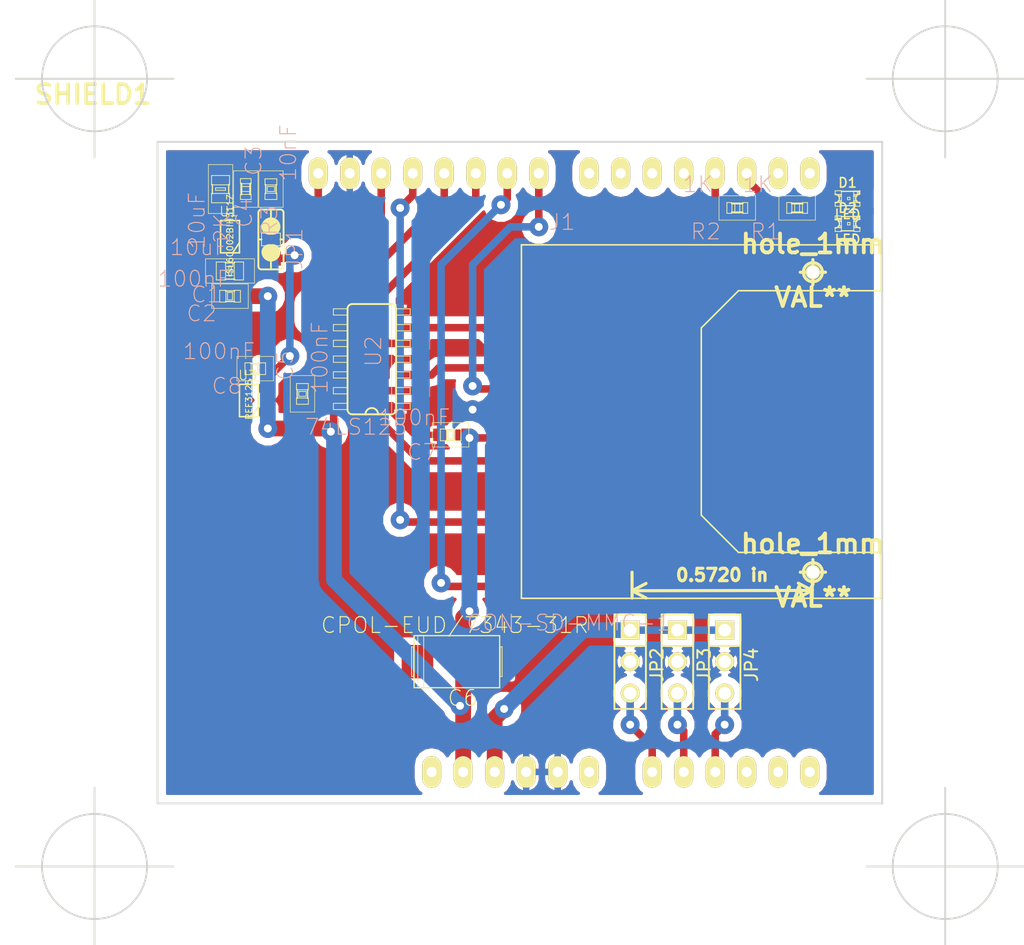
<source format=kicad_pcb>
(kicad_pcb (version 3) (host pcbnew "(2013-02-12 BZR 3945)-testing")

  (general
    (links 62)
    (no_connects 0)
    (area 53.018267 39.37 135.89 115.57)
    (thickness 1.6002)
    (drawings 9)
    (tracks 150)
    (zones 0)
    (modules 24)
    (nets 24)
  )

  (page A4)
  (layers
    (15 F.Cu signal)
    (0 B.Cu signal hide)
    (17 F.Adhes user)
    (19 F.Paste user)
    (21 F.SilkS user)
    (23 F.Mask user)
    (28 Edge.Cuts user)
  )

  (setup
    (last_trace_width 0.6096)
    (trace_clearance 0.254)
    (zone_clearance 0.6096)
    (zone_45_only no)
    (trace_min 0.254)
    (segment_width 0.20066)
    (edge_width 0.14986)
    (via_size 1.524)
    (via_drill 0.635)
    (via_min_size 0.889)
    (via_min_drill 0.508)
    (uvia_size 0.508)
    (uvia_drill 0.127)
    (uvias_allowed no)
    (uvia_min_size 0.508)
    (uvia_min_drill 0.127)
    (pcb_text_width 0.29972)
    (pcb_text_size 1.00076 1.00076)
    (mod_edge_width 0.14986)
    (mod_text_size 1.00076 1.00076)
    (mod_text_width 0.14986)
    (pad_size 1.00076 1.00076)
    (pad_drill 0.59944)
    (pad_to_mask_clearance 0)
    (aux_axis_origin 0 0)
    (visible_elements FFFFFFBF)
    (pcbplotparams
      (layerselection 32768)
      (usegerberextensions false)
      (excludeedgelayer false)
      (linewidth 60)
      (plotframeref true)
      (viasonmask false)
      (mode 1)
      (useauxorigin false)
      (hpglpennumber 1)
      (hpglpenspeed 20)
      (hpglpendiameter 15)
      (hpglpenoverlay 2)
      (psnegative false)
      (psa4output true)
      (plotreference true)
      (plotvalue true)
      (plotothertext true)
      (plotinvisibletext false)
      (padsonsilk false)
      (subtractmaskfromsilk false)
      (outputformat 2)
      (mirror true)
      (drillshape 1)
      (scaleselection 1)
      (outputdirectory ""))
  )

  (net 0 "")
  (net 1 +5V)
  (net 2 /2.5V)
  (net 3 /AREF)
  (net 4 /CARD_DETECT)
  (net 5 /CHIP_SELECT)
  (net 6 /CLK)
  (net 7 /CS)
  (net 8 /DI)
  (net 9 /DO)
  (net 10 /MOSI)
  (net 11 /SCK)
  (net 12 /WRITE_PROTECT)
  (net 13 GND)
  (net 14 N-0000010)
  (net 15 N-0000011)
  (net 16 N-000002)
  (net 17 N-000003)
  (net 18 N-000004)
  (net 19 N-000005)
  (net 20 N-000006)
  (net 21 N-000007)
  (net 22 N-000009)
  (net 23 VCC)

  (net_class Default "This is the default net class."
    (clearance 0.254)
    (trace_width 0.6096)
    (via_dia 1.524)
    (via_drill 0.635)
    (uvia_dia 0.508)
    (uvia_drill 0.127)
    (add_net "")
    (add_net /2.5V)
    (add_net /AREF)
    (add_net /CARD_DETECT)
    (add_net /CHIP_SELECT)
    (add_net /CLK)
    (add_net /CS)
    (add_net /DI)
    (add_net /DO)
    (add_net /MOSI)
    (add_net /SCK)
    (add_net /WRITE_PROTECT)
    (add_net GND)
    (add_net N-0000010)
    (add_net N-0000011)
    (add_net N-000002)
    (add_net N-000003)
    (add_net N-000004)
    (add_net N-000005)
    (add_net N-000006)
    (add_net N-000007)
    (add_net N-000009)
  )

  (net_class vcc ""
    (clearance 0.254)
    (trace_width 1.27)
    (via_dia 1.524)
    (via_drill 0.635)
    (uvia_dia 0.508)
    (uvia_drill 0.127)
    (add_net +5V)
    (add_net VCC)
  )

  (module SOT23 (layer F.Cu) (tedit 4ECF7895) (tstamp 5118E8E2)
    (at 73.406 71.628 90)
    (tags SOT23)
    (path /5118E6B4)
    (fp_text reference U3 (at 1.99898 -0.09906 180) (layer F.SilkS)
      (effects (font (size 0.762 0.762) (thickness 0.0762)))
    )
    (fp_text value REF3125 (at 0.0635 0 90) (layer F.SilkS)
      (effects (font (size 0.50038 0.50038) (thickness 0.0762)))
    )
    (fp_line (start -0.508 0.762) (end -1.27 0.254) (layer F.SilkS) (width 0.127))
    (fp_line (start 1.27 0.762) (end -1.3335 0.762) (layer F.SilkS) (width 0.127))
    (fp_line (start -1.3335 0.762) (end -1.3335 -0.762) (layer F.SilkS) (width 0.127))
    (fp_line (start -1.3335 -0.762) (end 1.27 -0.762) (layer F.SilkS) (width 0.127))
    (fp_line (start 1.27 -0.762) (end 1.27 0.762) (layer F.SilkS) (width 0.127))
    (pad 3 smd rect (at 0 -1.27 90) (size 0.70104 1.00076)
      (layers F.Cu F.Paste F.Mask)
      (net 13 GND)
    )
    (pad 2 smd rect (at 0.9525 1.27 90) (size 0.70104 1.00076)
      (layers F.Cu F.Paste F.Mask)
      (net 2 /2.5V)
    )
    (pad 1 smd rect (at -0.9525 1.27 90) (size 0.70104 1.00076)
      (layers F.Cu F.Paste F.Mask)
      (net 23 VCC)
    )
    (model smd/SOT23_3.wrl
      (at (xyz 0 0 0))
      (scale (xyz 0.4 0.4 0.4))
      (rotate (xyz 180 0 0))
    )
  )

  (module SOT23   placed (layer F.Cu) (tedit 4ECF7895) (tstamp 5117EDAD)
    (at 71.882 58.42 90)
    (tags SOT23)
    (path /5117ECDE)
    (fp_text reference U1 (at 1.99898 -0.09906 180) (layer F.SilkS)
      (effects (font (size 0.762 0.762) (thickness 0.0762)))
    )
    (fp_text value ISL60002BIH311Z (at 0.0635 0 90) (layer F.SilkS)
      (effects (font (size 0.50038 0.50038) (thickness 0.0762)))
    )
    (fp_line (start -0.508 0.762) (end -1.27 0.254) (layer F.SilkS) (width 0.127))
    (fp_line (start 1.27 0.762) (end -1.3335 0.762) (layer F.SilkS) (width 0.127))
    (fp_line (start -1.3335 0.762) (end -1.3335 -0.762) (layer F.SilkS) (width 0.127))
    (fp_line (start -1.3335 -0.762) (end 1.27 -0.762) (layer F.SilkS) (width 0.127))
    (fp_line (start 1.27 -0.762) (end 1.27 0.762) (layer F.SilkS) (width 0.127))
    (pad 3 smd rect (at 0 -1.27 90) (size 0.70104 1.00076)
      (layers F.Cu F.Paste F.Mask)
      (net 13 GND)
    )
    (pad 2 smd rect (at 0.9525 1.27 90) (size 0.70104 1.00076)
      (layers F.Cu F.Paste F.Mask)
      (net 16 N-000002)
    )
    (pad 1 smd rect (at -0.9525 1.27 90) (size 0.70104 1.00076)
      (layers F.Cu F.Paste F.Mask)
      (net 23 VCC)
    )
    (model smd/SOT23_3.wrl
      (at (xyz 0 0 0))
      (scale (xyz 0.4 0.4 0.4))
      (rotate (xyz 180 0 0))
    )
  )

  (module m-pad-2.1-14-5638-009-511-862   placed (layer F.Cu) (tedit 200000) (tstamp 5117CC39)
    (at 118.872 73.406 270)
    (descr "AVX'S 14-5638-009-511-862 SECURE DIGITAL MEMORY CARD CONNECTORS")
    (tags "AVX'S 14-5638-009-511-862 SECURE DIGITAL MEMORY CARD CONNECTORS")
    (path /5117CA6F)
    (attr smd)
    (fp_text reference J1 (at -16.13408 20.22348 360) (layer B.SilkS)
      (effects (font (size 1.27 1.27) (thickness 0.0889)))
    )
    (fp_text value CON-SD-MMC-1 (at 16.16456 19.68754 360) (layer B.SilkS)
      (effects (font (size 1.27 1.27) (thickness 0.0889)))
    )
    (fp_line (start -14.29766 23.49754) (end 14.1986 23.49754) (layer F.SilkS) (width 0.127))
    (fp_line (start 14.1986 23.49754) (end 14.1986 -5.4991) (layer F.SilkS) (width 0.127))
    (fp_line (start 14.1986 -5.4991) (end 10.49782 -5.4991) (layer F.SilkS) (width 0.127))
    (fp_line (start 10.49782 -5.4991) (end 10.49782 5.99948) (layer F.SilkS) (width 0.127))
    (fp_line (start 10.49782 5.99948) (end 7.49808 8.99922) (layer F.SilkS) (width 0.127))
    (fp_line (start -14.29766 23.49754) (end -14.29766 -5.4991) (layer F.SilkS) (width 0.127))
    (fp_line (start -14.29766 -5.4991) (end -10.59942 -5.4991) (layer F.SilkS) (width 0.127))
    (fp_line (start -10.59942 -5.4991) (end -10.59942 5.99948) (layer F.SilkS) (width 0.127))
    (fp_line (start -10.59942 5.99948) (end -7.59968 8.99922) (layer F.SilkS) (width 0.127))
    (fp_line (start -7.59968 8.99922) (end 7.49808 8.99922) (layer F.SilkS) (width 0.127))
    (fp_circle (center -12.09802 0) (end -12.4714 0.37338) (layer F.SilkS) (width 0.127))
    (fp_line (start -12.84986 0) (end -11.34872 0) (layer F.SilkS) (width 0.127))
    (fp_line (start -12.09802 0.7493) (end -12.09802 -0.7493) (layer F.SilkS) (width 0.127))
    (fp_circle (center 12.09802 0) (end 12.4714 0.37338) (layer F.SilkS) (width 0.127))
    (fp_line (start 11.34872 0) (end 12.84986 0) (layer F.SilkS) (width 0.127))
    (fp_line (start 12.09802 0.7493) (end 12.09802 -0.7493) (layer F.SilkS) (width 0.127))
    (pad 1 smd rect (at -6.87832 24.5999 270) (size 0.79756 1.99898)
      (layers F.Cu F.Paste F.Mask)
      (net 7 /CS)
    )
    (pad 2 smd rect (at -4.37896 24.5999 270) (size 0.79756 1.99898)
      (layers F.Cu F.Paste F.Mask)
      (net 8 /DI)
    )
    (pad 3 smd rect (at -1.0795 24.5999 270) (size 0.79756 1.99898)
      (layers F.Cu F.Paste F.Mask)
      (net 13 GND)
    )
    (pad 4 smd rect (at 0.61976 24.5999 270) (size 0.79756 1.99898)
      (layers F.Cu F.Paste F.Mask)
      (net 23 VCC)
    )
    (pad 5 smd rect (at 3.11912 24.5999 270) (size 0.79756 1.99898)
      (layers F.Cu F.Paste F.Mask)
      (net 6 /CLK)
    )
    (pad 6 smd rect (at 5.61848 24.5999 270) (size 0.79756 1.99898)
      (layers F.Cu F.Paste F.Mask)
      (net 13 GND)
    )
    (pad 7 smd rect (at 8.04926 24.5999 270) (size 0.79756 1.99898)
      (layers F.Cu F.Paste F.Mask)
      (net 9 /DO)
    )
    (pad 8 smd rect (at 9.74852 24.5999 270) (size 0.79756 1.99898)
      (layers F.Cu F.Paste F.Mask)
    )
    (pad 9 smd rect (at -9.37768 24.5999 270) (size 0.79756 1.99898)
      (layers F.Cu F.Paste F.Mask)
    )
    (pad CD smd rect (at -2.6797 24.5999 270) (size 0.79756 1.99898)
      (layers F.Cu F.Paste F.Mask)
      (net 4 /CARD_DETECT)
    )
    (pad GND smd rect (at 13.49756 2.09804 270) (size 1.79832 2.39776)
      (layers F.Cu F.Paste F.Mask)
      (net 13 GND)
    )
    (pad P$1 smd rect (at -13.3985 3.29946 270) (size 1.79832 2.39776)
      (layers F.Cu F.Paste F.Mask)
      (net 13 GND)
    )
    (pad WP smd rect (at 13.23848 24.5999 270) (size 0.79756 1.99898)
      (layers F.Cu F.Paste F.Mask)
      (net 12 /WRITE_PROTECT)
    )
  )

  (module LED-0805   placed (layer F.Cu) (tedit 49DC4C0B) (tstamp 5117EE3D)
    (at 121.666 55.372)
    (descr "LED 0805 smd package")
    (tags "LED 0805 SMD")
    (path /5117E9D5)
    (attr smd)
    (fp_text reference D1 (at 0 -1.27) (layer F.SilkS)
      (effects (font (size 0.762 0.762) (thickness 0.127)))
    )
    (fp_text value LED (at 0 1.27) (layer F.SilkS)
      (effects (font (size 0.762 0.762) (thickness 0.127)))
    )
    (fp_line (start 0.49784 0.29972) (end 0.49784 0.62484) (layer F.SilkS) (width 0.06604))
    (fp_line (start 0.49784 0.62484) (end 0.99822 0.62484) (layer F.SilkS) (width 0.06604))
    (fp_line (start 0.99822 0.29972) (end 0.99822 0.62484) (layer F.SilkS) (width 0.06604))
    (fp_line (start 0.49784 0.29972) (end 0.99822 0.29972) (layer F.SilkS) (width 0.06604))
    (fp_line (start 0.49784 -0.32258) (end 0.49784 -0.17272) (layer F.SilkS) (width 0.06604))
    (fp_line (start 0.49784 -0.17272) (end 0.7493 -0.17272) (layer F.SilkS) (width 0.06604))
    (fp_line (start 0.7493 -0.32258) (end 0.7493 -0.17272) (layer F.SilkS) (width 0.06604))
    (fp_line (start 0.49784 -0.32258) (end 0.7493 -0.32258) (layer F.SilkS) (width 0.06604))
    (fp_line (start 0.49784 0.17272) (end 0.49784 0.32258) (layer F.SilkS) (width 0.06604))
    (fp_line (start 0.49784 0.32258) (end 0.7493 0.32258) (layer F.SilkS) (width 0.06604))
    (fp_line (start 0.7493 0.17272) (end 0.7493 0.32258) (layer F.SilkS) (width 0.06604))
    (fp_line (start 0.49784 0.17272) (end 0.7493 0.17272) (layer F.SilkS) (width 0.06604))
    (fp_line (start 0.49784 -0.19812) (end 0.49784 0.19812) (layer F.SilkS) (width 0.06604))
    (fp_line (start 0.49784 0.19812) (end 0.6731 0.19812) (layer F.SilkS) (width 0.06604))
    (fp_line (start 0.6731 -0.19812) (end 0.6731 0.19812) (layer F.SilkS) (width 0.06604))
    (fp_line (start 0.49784 -0.19812) (end 0.6731 -0.19812) (layer F.SilkS) (width 0.06604))
    (fp_line (start -0.99822 0.29972) (end -0.99822 0.62484) (layer F.SilkS) (width 0.06604))
    (fp_line (start -0.99822 0.62484) (end -0.49784 0.62484) (layer F.SilkS) (width 0.06604))
    (fp_line (start -0.49784 0.29972) (end -0.49784 0.62484) (layer F.SilkS) (width 0.06604))
    (fp_line (start -0.99822 0.29972) (end -0.49784 0.29972) (layer F.SilkS) (width 0.06604))
    (fp_line (start -0.99822 -0.62484) (end -0.99822 -0.29972) (layer F.SilkS) (width 0.06604))
    (fp_line (start -0.99822 -0.29972) (end -0.49784 -0.29972) (layer F.SilkS) (width 0.06604))
    (fp_line (start -0.49784 -0.62484) (end -0.49784 -0.29972) (layer F.SilkS) (width 0.06604))
    (fp_line (start -0.99822 -0.62484) (end -0.49784 -0.62484) (layer F.SilkS) (width 0.06604))
    (fp_line (start -0.7493 0.17272) (end -0.7493 0.32258) (layer F.SilkS) (width 0.06604))
    (fp_line (start -0.7493 0.32258) (end -0.49784 0.32258) (layer F.SilkS) (width 0.06604))
    (fp_line (start -0.49784 0.17272) (end -0.49784 0.32258) (layer F.SilkS) (width 0.06604))
    (fp_line (start -0.7493 0.17272) (end -0.49784 0.17272) (layer F.SilkS) (width 0.06604))
    (fp_line (start -0.7493 -0.32258) (end -0.7493 -0.17272) (layer F.SilkS) (width 0.06604))
    (fp_line (start -0.7493 -0.17272) (end -0.49784 -0.17272) (layer F.SilkS) (width 0.06604))
    (fp_line (start -0.49784 -0.32258) (end -0.49784 -0.17272) (layer F.SilkS) (width 0.06604))
    (fp_line (start -0.7493 -0.32258) (end -0.49784 -0.32258) (layer F.SilkS) (width 0.06604))
    (fp_line (start -0.6731 -0.19812) (end -0.6731 0.19812) (layer F.SilkS) (width 0.06604))
    (fp_line (start -0.6731 0.19812) (end -0.49784 0.19812) (layer F.SilkS) (width 0.06604))
    (fp_line (start -0.49784 -0.19812) (end -0.49784 0.19812) (layer F.SilkS) (width 0.06604))
    (fp_line (start -0.6731 -0.19812) (end -0.49784 -0.19812) (layer F.SilkS) (width 0.06604))
    (fp_line (start 0 -0.09906) (end 0 0.09906) (layer F.SilkS) (width 0.06604))
    (fp_line (start 0 0.09906) (end 0.19812 0.09906) (layer F.SilkS) (width 0.06604))
    (fp_line (start 0.19812 -0.09906) (end 0.19812 0.09906) (layer F.SilkS) (width 0.06604))
    (fp_line (start 0 -0.09906) (end 0.19812 -0.09906) (layer F.SilkS) (width 0.06604))
    (fp_line (start 0.49784 -0.59944) (end 0.49784 -0.29972) (layer F.SilkS) (width 0.06604))
    (fp_line (start 0.49784 -0.29972) (end 0.79756 -0.29972) (layer F.SilkS) (width 0.06604))
    (fp_line (start 0.79756 -0.59944) (end 0.79756 -0.29972) (layer F.SilkS) (width 0.06604))
    (fp_line (start 0.49784 -0.59944) (end 0.79756 -0.59944) (layer F.SilkS) (width 0.06604))
    (fp_line (start 0.92456 -0.62484) (end 0.92456 -0.39878) (layer F.SilkS) (width 0.06604))
    (fp_line (start 0.92456 -0.39878) (end 0.99822 -0.39878) (layer F.SilkS) (width 0.06604))
    (fp_line (start 0.99822 -0.62484) (end 0.99822 -0.39878) (layer F.SilkS) (width 0.06604))
    (fp_line (start 0.92456 -0.62484) (end 0.99822 -0.62484) (layer F.SilkS) (width 0.06604))
    (fp_line (start 0.52324 0.57404) (end -0.52324 0.57404) (layer F.SilkS) (width 0.1016))
    (fp_line (start -0.49784 -0.57404) (end 0.92456 -0.57404) (layer F.SilkS) (width 0.1016))
    (fp_circle (center 0.84836 -0.44958) (end 0.89916 -0.50038) (layer F.SilkS) (width 0.0508))
    (fp_arc (start 0.99822 0) (end 0.99822 0.34798) (angle 180) (layer F.SilkS) (width 0.1016))
    (fp_arc (start -0.99822 0) (end -0.99822 -0.34798) (angle 180) (layer F.SilkS) (width 0.1016))
    (pad 1 smd rect (at -1.04902 0) (size 1.19888 1.19888)
      (layers F.Cu F.Paste F.Mask)
      (net 19 N-000005)
    )
    (pad 2 smd rect (at 1.04902 0) (size 1.19888 1.19888)
      (layers F.Cu F.Paste F.Mask)
      (net 13 GND)
    )
    (model smd/led_0805.wrl
      (at (xyz 0 0 0))
      (scale (xyz 0.4 0.4 0.4))
      (rotate (xyz 0 0 0))
    )
  )

  (module LED-0805   placed (layer F.Cu) (tedit 49DC4C0B) (tstamp 5117EE78)
    (at 121.666 57.404)
    (descr "LED 0805 smd package")
    (tags "LED 0805 SMD")
    (path /5117E9E2)
    (attr smd)
    (fp_text reference D2 (at 0 -1.27) (layer F.SilkS)
      (effects (font (size 0.762 0.762) (thickness 0.127)))
    )
    (fp_text value LED (at 0 1.27) (layer F.SilkS)
      (effects (font (size 0.762 0.762) (thickness 0.127)))
    )
    (fp_line (start 0.49784 0.29972) (end 0.49784 0.62484) (layer F.SilkS) (width 0.06604))
    (fp_line (start 0.49784 0.62484) (end 0.99822 0.62484) (layer F.SilkS) (width 0.06604))
    (fp_line (start 0.99822 0.29972) (end 0.99822 0.62484) (layer F.SilkS) (width 0.06604))
    (fp_line (start 0.49784 0.29972) (end 0.99822 0.29972) (layer F.SilkS) (width 0.06604))
    (fp_line (start 0.49784 -0.32258) (end 0.49784 -0.17272) (layer F.SilkS) (width 0.06604))
    (fp_line (start 0.49784 -0.17272) (end 0.7493 -0.17272) (layer F.SilkS) (width 0.06604))
    (fp_line (start 0.7493 -0.32258) (end 0.7493 -0.17272) (layer F.SilkS) (width 0.06604))
    (fp_line (start 0.49784 -0.32258) (end 0.7493 -0.32258) (layer F.SilkS) (width 0.06604))
    (fp_line (start 0.49784 0.17272) (end 0.49784 0.32258) (layer F.SilkS) (width 0.06604))
    (fp_line (start 0.49784 0.32258) (end 0.7493 0.32258) (layer F.SilkS) (width 0.06604))
    (fp_line (start 0.7493 0.17272) (end 0.7493 0.32258) (layer F.SilkS) (width 0.06604))
    (fp_line (start 0.49784 0.17272) (end 0.7493 0.17272) (layer F.SilkS) (width 0.06604))
    (fp_line (start 0.49784 -0.19812) (end 0.49784 0.19812) (layer F.SilkS) (width 0.06604))
    (fp_line (start 0.49784 0.19812) (end 0.6731 0.19812) (layer F.SilkS) (width 0.06604))
    (fp_line (start 0.6731 -0.19812) (end 0.6731 0.19812) (layer F.SilkS) (width 0.06604))
    (fp_line (start 0.49784 -0.19812) (end 0.6731 -0.19812) (layer F.SilkS) (width 0.06604))
    (fp_line (start -0.99822 0.29972) (end -0.99822 0.62484) (layer F.SilkS) (width 0.06604))
    (fp_line (start -0.99822 0.62484) (end -0.49784 0.62484) (layer F.SilkS) (width 0.06604))
    (fp_line (start -0.49784 0.29972) (end -0.49784 0.62484) (layer F.SilkS) (width 0.06604))
    (fp_line (start -0.99822 0.29972) (end -0.49784 0.29972) (layer F.SilkS) (width 0.06604))
    (fp_line (start -0.99822 -0.62484) (end -0.99822 -0.29972) (layer F.SilkS) (width 0.06604))
    (fp_line (start -0.99822 -0.29972) (end -0.49784 -0.29972) (layer F.SilkS) (width 0.06604))
    (fp_line (start -0.49784 -0.62484) (end -0.49784 -0.29972) (layer F.SilkS) (width 0.06604))
    (fp_line (start -0.99822 -0.62484) (end -0.49784 -0.62484) (layer F.SilkS) (width 0.06604))
    (fp_line (start -0.7493 0.17272) (end -0.7493 0.32258) (layer F.SilkS) (width 0.06604))
    (fp_line (start -0.7493 0.32258) (end -0.49784 0.32258) (layer F.SilkS) (width 0.06604))
    (fp_line (start -0.49784 0.17272) (end -0.49784 0.32258) (layer F.SilkS) (width 0.06604))
    (fp_line (start -0.7493 0.17272) (end -0.49784 0.17272) (layer F.SilkS) (width 0.06604))
    (fp_line (start -0.7493 -0.32258) (end -0.7493 -0.17272) (layer F.SilkS) (width 0.06604))
    (fp_line (start -0.7493 -0.17272) (end -0.49784 -0.17272) (layer F.SilkS) (width 0.06604))
    (fp_line (start -0.49784 -0.32258) (end -0.49784 -0.17272) (layer F.SilkS) (width 0.06604))
    (fp_line (start -0.7493 -0.32258) (end -0.49784 -0.32258) (layer F.SilkS) (width 0.06604))
    (fp_line (start -0.6731 -0.19812) (end -0.6731 0.19812) (layer F.SilkS) (width 0.06604))
    (fp_line (start -0.6731 0.19812) (end -0.49784 0.19812) (layer F.SilkS) (width 0.06604))
    (fp_line (start -0.49784 -0.19812) (end -0.49784 0.19812) (layer F.SilkS) (width 0.06604))
    (fp_line (start -0.6731 -0.19812) (end -0.49784 -0.19812) (layer F.SilkS) (width 0.06604))
    (fp_line (start 0 -0.09906) (end 0 0.09906) (layer F.SilkS) (width 0.06604))
    (fp_line (start 0 0.09906) (end 0.19812 0.09906) (layer F.SilkS) (width 0.06604))
    (fp_line (start 0.19812 -0.09906) (end 0.19812 0.09906) (layer F.SilkS) (width 0.06604))
    (fp_line (start 0 -0.09906) (end 0.19812 -0.09906) (layer F.SilkS) (width 0.06604))
    (fp_line (start 0.49784 -0.59944) (end 0.49784 -0.29972) (layer F.SilkS) (width 0.06604))
    (fp_line (start 0.49784 -0.29972) (end 0.79756 -0.29972) (layer F.SilkS) (width 0.06604))
    (fp_line (start 0.79756 -0.59944) (end 0.79756 -0.29972) (layer F.SilkS) (width 0.06604))
    (fp_line (start 0.49784 -0.59944) (end 0.79756 -0.59944) (layer F.SilkS) (width 0.06604))
    (fp_line (start 0.92456 -0.62484) (end 0.92456 -0.39878) (layer F.SilkS) (width 0.06604))
    (fp_line (start 0.92456 -0.39878) (end 0.99822 -0.39878) (layer F.SilkS) (width 0.06604))
    (fp_line (start 0.99822 -0.62484) (end 0.99822 -0.39878) (layer F.SilkS) (width 0.06604))
    (fp_line (start 0.92456 -0.62484) (end 0.99822 -0.62484) (layer F.SilkS) (width 0.06604))
    (fp_line (start 0.52324 0.57404) (end -0.52324 0.57404) (layer F.SilkS) (width 0.1016))
    (fp_line (start -0.49784 -0.57404) (end 0.92456 -0.57404) (layer F.SilkS) (width 0.1016))
    (fp_circle (center 0.84836 -0.44958) (end 0.89916 -0.50038) (layer F.SilkS) (width 0.0508))
    (fp_arc (start 0.99822 0) (end 0.99822 0.34798) (angle 180) (layer F.SilkS) (width 0.1016))
    (fp_arc (start -0.99822 0) (end -0.99822 -0.34798) (angle 180) (layer F.SilkS) (width 0.1016))
    (pad 1 smd rect (at -1.04902 0) (size 1.19888 1.19888)
      (layers F.Cu F.Paste F.Mask)
      (net 18 N-000004)
    )
    (pad 2 smd rect (at 1.04902 0) (size 1.19888 1.19888)
      (layers F.Cu F.Paste F.Mask)
      (net 13 GND)
    )
    (model smd/led_0805.wrl
      (at (xyz 0 0 0))
      (scale (xyz 0.4 0.4 0.4))
      (rotate (xyz 0 0 0))
    )
  )

  (module rcl-R0603   placed (layer F.Cu) (tedit 200000) (tstamp 5117EEBD)
    (at 117.602 56.134 180)
    (descr RESISTOR)
    (tags RESISTOR)
    (path /5117EA4F)
    (attr smd)
    (fp_text reference R1 (at 2.54 -1.905 180) (layer B.SilkS)
      (effects (font (size 1.27 1.27) (thickness 0.0889)))
    )
    (fp_text value 1K (at 3.175 1.905 180) (layer B.SilkS)
      (effects (font (size 1.27 1.27) (thickness 0.0889)))
    )
    (fp_line (start 0.4318 0.4318) (end 0.8382 0.4318) (layer F.SilkS) (width 0.06604))
    (fp_line (start 0.8382 0.4318) (end 0.8382 -0.4318) (layer F.SilkS) (width 0.06604))
    (fp_line (start 0.4318 -0.4318) (end 0.8382 -0.4318) (layer F.SilkS) (width 0.06604))
    (fp_line (start 0.4318 0.4318) (end 0.4318 -0.4318) (layer F.SilkS) (width 0.06604))
    (fp_line (start -0.8382 0.4318) (end -0.4318 0.4318) (layer F.SilkS) (width 0.06604))
    (fp_line (start -0.4318 0.4318) (end -0.4318 -0.4318) (layer F.SilkS) (width 0.06604))
    (fp_line (start -0.8382 -0.4318) (end -0.4318 -0.4318) (layer F.SilkS) (width 0.06604))
    (fp_line (start -0.8382 0.4318) (end -0.8382 -0.4318) (layer F.SilkS) (width 0.06604))
    (fp_line (start -0.19812 0.39878) (end 0.19812 0.39878) (layer F.SilkS) (width 0.06604))
    (fp_line (start 0.19812 0.39878) (end 0.19812 -0.39878) (layer F.SilkS) (width 0.06604))
    (fp_line (start -0.19812 -0.39878) (end 0.19812 -0.39878) (layer F.SilkS) (width 0.06604))
    (fp_line (start -0.19812 0.39878) (end -0.19812 -0.39878) (layer F.SilkS) (width 0.06604))
    (fp_line (start -0.4318 0.3556) (end 0.4318 0.3556) (layer F.SilkS) (width 0.1524))
    (fp_line (start 0.4318 -0.3556) (end -0.4318 -0.3556) (layer F.SilkS) (width 0.1524))
    (fp_line (start -1.47066 -0.98298) (end 1.47066 -0.98298) (layer F.SilkS) (width 0.0508))
    (fp_line (start 1.47066 -0.98298) (end 1.47066 0.98298) (layer F.SilkS) (width 0.0508))
    (fp_line (start 1.47066 0.98298) (end -1.47066 0.98298) (layer F.SilkS) (width 0.0508))
    (fp_line (start -1.47066 0.98298) (end -1.47066 -0.98298) (layer F.SilkS) (width 0.0508))
    (pad 1 smd rect (at -0.84836 0 180) (size 0.99822 1.09982)
      (layers F.Cu F.Paste F.Mask)
      (net 19 N-000005)
    )
    (pad 2 smd rect (at 0.84836 0 180) (size 0.99822 1.09982)
      (layers F.Cu F.Paste F.Mask)
      (net 21 N-000007)
    )
    (model smd/resistors/R0603/R0603.wrl
      (at (xyz 0 0 0))
      (scale (xyz 0.4 0.4 0.4))
      (rotate (xyz 0 0 0))
    )
  )

  (module rcl-R0603   placed (layer F.Cu) (tedit 200000) (tstamp 5117EED5)
    (at 112.776 56.134 180)
    (descr RESISTOR)
    (tags RESISTOR)
    (path /5117EA66)
    (attr smd)
    (fp_text reference R2 (at 2.54 -1.905 180) (layer B.SilkS)
      (effects (font (size 1.27 1.27) (thickness 0.0889)))
    )
    (fp_text value 1K (at 3.175 1.905 180) (layer B.SilkS)
      (effects (font (size 1.27 1.27) (thickness 0.0889)))
    )
    (fp_line (start 0.4318 0.4318) (end 0.8382 0.4318) (layer F.SilkS) (width 0.06604))
    (fp_line (start 0.8382 0.4318) (end 0.8382 -0.4318) (layer F.SilkS) (width 0.06604))
    (fp_line (start 0.4318 -0.4318) (end 0.8382 -0.4318) (layer F.SilkS) (width 0.06604))
    (fp_line (start 0.4318 0.4318) (end 0.4318 -0.4318) (layer F.SilkS) (width 0.06604))
    (fp_line (start -0.8382 0.4318) (end -0.4318 0.4318) (layer F.SilkS) (width 0.06604))
    (fp_line (start -0.4318 0.4318) (end -0.4318 -0.4318) (layer F.SilkS) (width 0.06604))
    (fp_line (start -0.8382 -0.4318) (end -0.4318 -0.4318) (layer F.SilkS) (width 0.06604))
    (fp_line (start -0.8382 0.4318) (end -0.8382 -0.4318) (layer F.SilkS) (width 0.06604))
    (fp_line (start -0.19812 0.39878) (end 0.19812 0.39878) (layer F.SilkS) (width 0.06604))
    (fp_line (start 0.19812 0.39878) (end 0.19812 -0.39878) (layer F.SilkS) (width 0.06604))
    (fp_line (start -0.19812 -0.39878) (end 0.19812 -0.39878) (layer F.SilkS) (width 0.06604))
    (fp_line (start -0.19812 0.39878) (end -0.19812 -0.39878) (layer F.SilkS) (width 0.06604))
    (fp_line (start -0.4318 0.3556) (end 0.4318 0.3556) (layer F.SilkS) (width 0.1524))
    (fp_line (start 0.4318 -0.3556) (end -0.4318 -0.3556) (layer F.SilkS) (width 0.1524))
    (fp_line (start -1.47066 -0.98298) (end 1.47066 -0.98298) (layer F.SilkS) (width 0.0508))
    (fp_line (start 1.47066 -0.98298) (end 1.47066 0.98298) (layer F.SilkS) (width 0.0508))
    (fp_line (start 1.47066 0.98298) (end -1.47066 0.98298) (layer F.SilkS) (width 0.0508))
    (fp_line (start -1.47066 0.98298) (end -1.47066 -0.98298) (layer F.SilkS) (width 0.0508))
    (pad 1 smd rect (at -0.84836 0 180) (size 0.99822 1.09982)
      (layers F.Cu F.Paste F.Mask)
      (net 18 N-000004)
    )
    (pad 2 smd rect (at 0.84836 0 180) (size 0.99822 1.09982)
      (layers F.Cu F.Paste F.Mask)
      (net 20 N-000006)
    )
    (model smd/resistors/R0603/R0603.wrl
      (at (xyz 0 0 0))
      (scale (xyz 0.4 0.4 0.4))
      (rotate (xyz 0 0 0))
    )
  )

  (module rcl-R0603   placed (layer F.Cu) (tedit 200000) (tstamp 5117EEED)
    (at 73.152 54.61 270)
    (descr RESISTOR)
    (tags RESISTOR)
    (path /5117EFEC)
    (attr smd)
    (fp_text reference R3 (at 2.54 -1.905 270) (layer B.SilkS)
      (effects (font (size 1.27 1.27) (thickness 0.0889)))
    )
    (fp_text value 2K (at 3.175 1.905 270) (layer B.SilkS)
      (effects (font (size 1.27 1.27) (thickness 0.0889)))
    )
    (fp_line (start 0.4318 0.4318) (end 0.8382 0.4318) (layer F.SilkS) (width 0.06604))
    (fp_line (start 0.8382 0.4318) (end 0.8382 -0.4318) (layer F.SilkS) (width 0.06604))
    (fp_line (start 0.4318 -0.4318) (end 0.8382 -0.4318) (layer F.SilkS) (width 0.06604))
    (fp_line (start 0.4318 0.4318) (end 0.4318 -0.4318) (layer F.SilkS) (width 0.06604))
    (fp_line (start -0.8382 0.4318) (end -0.4318 0.4318) (layer F.SilkS) (width 0.06604))
    (fp_line (start -0.4318 0.4318) (end -0.4318 -0.4318) (layer F.SilkS) (width 0.06604))
    (fp_line (start -0.8382 -0.4318) (end -0.4318 -0.4318) (layer F.SilkS) (width 0.06604))
    (fp_line (start -0.8382 0.4318) (end -0.8382 -0.4318) (layer F.SilkS) (width 0.06604))
    (fp_line (start -0.19812 0.39878) (end 0.19812 0.39878) (layer F.SilkS) (width 0.06604))
    (fp_line (start 0.19812 0.39878) (end 0.19812 -0.39878) (layer F.SilkS) (width 0.06604))
    (fp_line (start -0.19812 -0.39878) (end 0.19812 -0.39878) (layer F.SilkS) (width 0.06604))
    (fp_line (start -0.19812 0.39878) (end -0.19812 -0.39878) (layer F.SilkS) (width 0.06604))
    (fp_line (start -0.4318 0.3556) (end 0.4318 0.3556) (layer F.SilkS) (width 0.1524))
    (fp_line (start 0.4318 -0.3556) (end -0.4318 -0.3556) (layer F.SilkS) (width 0.1524))
    (fp_line (start -1.47066 -0.98298) (end 1.47066 -0.98298) (layer F.SilkS) (width 0.0508))
    (fp_line (start 1.47066 -0.98298) (end 1.47066 0.98298) (layer F.SilkS) (width 0.0508))
    (fp_line (start 1.47066 0.98298) (end -1.47066 0.98298) (layer F.SilkS) (width 0.0508))
    (fp_line (start -1.47066 0.98298) (end -1.47066 -0.98298) (layer F.SilkS) (width 0.0508))
    (pad 1 smd rect (at -0.84836 0 270) (size 0.99822 1.09982)
      (layers F.Cu F.Paste F.Mask)
      (net 17 N-000003)
    )
    (pad 2 smd rect (at 0.84836 0 270) (size 0.99822 1.09982)
      (layers F.Cu F.Paste F.Mask)
      (net 16 N-000002)
    )
    (model smd/resistors/R0603/R0603.wrl
      (at (xyz 0 0 0))
      (scale (xyz 0.4 0.4 0.4))
      (rotate (xyz 0 0 0))
    )
  )

  (module rcl-C0805   placed (layer F.Cu) (tedit 200000) (tstamp 5117EF05)
    (at 71.882 61.214 180)
    (descr CAPACITOR)
    (tags CAPACITOR)
    (path /5117EDF1)
    (attr smd)
    (fp_text reference C1 (at 1.905 -1.905 180) (layer B.SilkS)
      (effects (font (size 1.27 1.27) (thickness 0.0889)))
    )
    (fp_text value 10uF (at 2.54 1.905 180) (layer B.SilkS)
      (effects (font (size 1.27 1.27) (thickness 0.0889)))
    )
    (fp_line (start -1.08966 0.7239) (end -0.34036 0.7239) (layer F.SilkS) (width 0.06604))
    (fp_line (start -0.34036 0.7239) (end -0.34036 -0.7239) (layer F.SilkS) (width 0.06604))
    (fp_line (start -1.08966 -0.7239) (end -0.34036 -0.7239) (layer F.SilkS) (width 0.06604))
    (fp_line (start -1.08966 0.7239) (end -1.08966 -0.7239) (layer F.SilkS) (width 0.06604))
    (fp_line (start 0.3556 0.7239) (end 1.1049 0.7239) (layer F.SilkS) (width 0.06604))
    (fp_line (start 1.1049 0.7239) (end 1.1049 -0.7239) (layer F.SilkS) (width 0.06604))
    (fp_line (start 0.3556 -0.7239) (end 1.1049 -0.7239) (layer F.SilkS) (width 0.06604))
    (fp_line (start 0.3556 0.7239) (end 0.3556 -0.7239) (layer F.SilkS) (width 0.06604))
    (fp_line (start -0.09906 0.39878) (end 0.09906 0.39878) (layer F.SilkS) (width 0.06604))
    (fp_line (start 0.09906 0.39878) (end 0.09906 -0.39878) (layer F.SilkS) (width 0.06604))
    (fp_line (start -0.09906 -0.39878) (end 0.09906 -0.39878) (layer F.SilkS) (width 0.06604))
    (fp_line (start -0.09906 0.39878) (end -0.09906 -0.39878) (layer F.SilkS) (width 0.06604))
    (fp_line (start -1.97104 -0.98298) (end 1.97104 -0.98298) (layer F.SilkS) (width 0.0508))
    (fp_line (start 1.97104 0.98298) (end -1.97104 0.98298) (layer F.SilkS) (width 0.0508))
    (fp_line (start -1.97104 0.98298) (end -1.97104 -0.98298) (layer F.SilkS) (width 0.0508))
    (fp_line (start -0.381 -0.65786) (end 0.381 -0.65786) (layer F.SilkS) (width 0.1016))
    (fp_line (start -0.3556 0.65786) (end 0.381 0.65786) (layer F.SilkS) (width 0.1016))
    (fp_line (start 1.97104 -0.98298) (end 1.97104 0.98298) (layer F.SilkS) (width 0.0508))
    (pad 1 smd rect (at -0.94996 0 180) (size 1.29794 1.4986)
      (layers F.Cu F.Paste F.Mask)
      (net 23 VCC)
    )
    (pad 2 smd rect (at 0.94996 0 180) (size 1.29794 1.4986)
      (layers F.Cu F.Paste F.Mask)
      (net 13 GND)
    )
    (model smd/capacitors/C0805/C0805.wrl
      (at (xyz 0 0 0))
      (scale (xyz 0.4 0.4 0.4))
      (rotate (xyz 0 0 0))
    )
  )

  (module rcl-C0805   placed (layer F.Cu) (tedit 200000) (tstamp 5117EF1D)
    (at 71.12 54.61 270)
    (descr CAPACITOR)
    (tags CAPACITOR)
    (path /5117EFDF)
    (attr smd)
    (fp_text reference C4 (at 1.905 -1.905 270) (layer B.SilkS)
      (effects (font (size 1.27 1.27) (thickness 0.0889)))
    )
    (fp_text value 10uF (at 2.54 1.905 270) (layer B.SilkS)
      (effects (font (size 1.27 1.27) (thickness 0.0889)))
    )
    (fp_line (start -1.08966 0.7239) (end -0.34036 0.7239) (layer F.SilkS) (width 0.06604))
    (fp_line (start -0.34036 0.7239) (end -0.34036 -0.7239) (layer F.SilkS) (width 0.06604))
    (fp_line (start -1.08966 -0.7239) (end -0.34036 -0.7239) (layer F.SilkS) (width 0.06604))
    (fp_line (start -1.08966 0.7239) (end -1.08966 -0.7239) (layer F.SilkS) (width 0.06604))
    (fp_line (start 0.3556 0.7239) (end 1.1049 0.7239) (layer F.SilkS) (width 0.06604))
    (fp_line (start 1.1049 0.7239) (end 1.1049 -0.7239) (layer F.SilkS) (width 0.06604))
    (fp_line (start 0.3556 -0.7239) (end 1.1049 -0.7239) (layer F.SilkS) (width 0.06604))
    (fp_line (start 0.3556 0.7239) (end 0.3556 -0.7239) (layer F.SilkS) (width 0.06604))
    (fp_line (start -0.09906 0.39878) (end 0.09906 0.39878) (layer F.SilkS) (width 0.06604))
    (fp_line (start 0.09906 0.39878) (end 0.09906 -0.39878) (layer F.SilkS) (width 0.06604))
    (fp_line (start -0.09906 -0.39878) (end 0.09906 -0.39878) (layer F.SilkS) (width 0.06604))
    (fp_line (start -0.09906 0.39878) (end -0.09906 -0.39878) (layer F.SilkS) (width 0.06604))
    (fp_line (start -1.97104 -0.98298) (end 1.97104 -0.98298) (layer F.SilkS) (width 0.0508))
    (fp_line (start 1.97104 0.98298) (end -1.97104 0.98298) (layer F.SilkS) (width 0.0508))
    (fp_line (start -1.97104 0.98298) (end -1.97104 -0.98298) (layer F.SilkS) (width 0.0508))
    (fp_line (start -0.381 -0.65786) (end 0.381 -0.65786) (layer F.SilkS) (width 0.1016))
    (fp_line (start -0.3556 0.65786) (end 0.381 0.65786) (layer F.SilkS) (width 0.1016))
    (fp_line (start 1.97104 -0.98298) (end 1.97104 0.98298) (layer F.SilkS) (width 0.0508))
    (pad 1 smd rect (at -0.94996 0 270) (size 1.29794 1.4986)
      (layers F.Cu F.Paste F.Mask)
      (net 17 N-000003)
    )
    (pad 2 smd rect (at 0.94996 0 270) (size 1.29794 1.4986)
      (layers F.Cu F.Paste F.Mask)
      (net 13 GND)
    )
    (model smd/capacitors/C0805/C0805.wrl
      (at (xyz 0 0 0))
      (scale (xyz 0.4 0.4 0.4))
      (rotate (xyz 0 0 0))
    )
  )

  (module rcl-C0603   placed (layer F.Cu) (tedit 200000) (tstamp 5118E8FB)
    (at 71.882 63.246 180)
    (descr CAPACITOR)
    (tags CAPACITOR)
    (path /5117EDD6)
    (attr smd)
    (fp_text reference C2 (at 2.286 -1.397 180) (layer B.SilkS)
      (effects (font (size 1.27 1.27) (thickness 0.0889)))
    )
    (fp_text value 100nF (at 2.921 1.397 180) (layer B.SilkS)
      (effects (font (size 1.27 1.27) (thickness 0.0889)))
    )
    (fp_line (start -0.8382 0.4699) (end -0.33782 0.4699) (layer F.SilkS) (width 0.06604))
    (fp_line (start -0.33782 0.4699) (end -0.33782 -0.48006) (layer F.SilkS) (width 0.06604))
    (fp_line (start -0.8382 -0.48006) (end -0.33782 -0.48006) (layer F.SilkS) (width 0.06604))
    (fp_line (start -0.8382 0.4699) (end -0.8382 -0.48006) (layer F.SilkS) (width 0.06604))
    (fp_line (start 0.3302 0.4699) (end 0.82804 0.4699) (layer F.SilkS) (width 0.06604))
    (fp_line (start 0.82804 0.4699) (end 0.82804 -0.48006) (layer F.SilkS) (width 0.06604))
    (fp_line (start 0.3302 -0.48006) (end 0.82804 -0.48006) (layer F.SilkS) (width 0.06604))
    (fp_line (start 0.3302 0.4699) (end 0.3302 -0.48006) (layer F.SilkS) (width 0.06604))
    (fp_line (start -0.19812 0.29972) (end 0.19812 0.29972) (layer F.SilkS) (width 0.06604))
    (fp_line (start 0.19812 0.29972) (end 0.19812 -0.29972) (layer F.SilkS) (width 0.06604))
    (fp_line (start -0.19812 -0.29972) (end 0.19812 -0.29972) (layer F.SilkS) (width 0.06604))
    (fp_line (start -0.19812 0.29972) (end -0.19812 -0.29972) (layer F.SilkS) (width 0.06604))
    (fp_line (start -1.47066 -0.98298) (end 1.47066 -0.98298) (layer F.SilkS) (width 0.0508))
    (fp_line (start 1.47066 -0.98298) (end 1.47066 0.98298) (layer F.SilkS) (width 0.0508))
    (fp_line (start 1.47066 0.98298) (end -1.47066 0.98298) (layer F.SilkS) (width 0.0508))
    (fp_line (start -1.47066 0.98298) (end -1.47066 -0.98298) (layer F.SilkS) (width 0.0508))
    (fp_line (start -0.3556 -0.4318) (end 0.3556 -0.4318) (layer F.SilkS) (width 0.1016))
    (fp_line (start -0.3556 0.41656) (end 0.3556 0.41656) (layer F.SilkS) (width 0.1016))
    (pad 1 smd rect (at -0.84836 0 180) (size 1.09982 0.99822)
      (layers F.Cu F.Paste F.Mask)
      (net 23 VCC)
    )
    (pad 2 smd rect (at 0.84836 0 180) (size 1.09982 0.99822)
      (layers F.Cu F.Paste F.Mask)
      (net 13 GND)
    )
    (model smd/capacitors/C0603/C0603.wrl
      (at (xyz 0 0 0))
      (scale (xyz 0.4 0.4 0.4))
      (rotate (xyz 0 0 0))
    )
  )

  (module rcl-C0603   placed (layer F.Cu) (tedit 200000) (tstamp 511B4C1F)
    (at 75.184 54.61 90)
    (descr CAPACITOR)
    (tags CAPACITOR)
    (path /5117EDE3)
    (attr smd)
    (fp_text reference C3 (at 2.286 -1.397 90) (layer B.SilkS)
      (effects (font (size 1.27 1.27) (thickness 0.0889)))
    )
    (fp_text value 10nF (at 2.921 1.397 90) (layer B.SilkS)
      (effects (font (size 1.27 1.27) (thickness 0.0889)))
    )
    (fp_line (start -0.8382 0.4699) (end -0.33782 0.4699) (layer F.SilkS) (width 0.06604))
    (fp_line (start -0.33782 0.4699) (end -0.33782 -0.48006) (layer F.SilkS) (width 0.06604))
    (fp_line (start -0.8382 -0.48006) (end -0.33782 -0.48006) (layer F.SilkS) (width 0.06604))
    (fp_line (start -0.8382 0.4699) (end -0.8382 -0.48006) (layer F.SilkS) (width 0.06604))
    (fp_line (start 0.3302 0.4699) (end 0.82804 0.4699) (layer F.SilkS) (width 0.06604))
    (fp_line (start 0.82804 0.4699) (end 0.82804 -0.48006) (layer F.SilkS) (width 0.06604))
    (fp_line (start 0.3302 -0.48006) (end 0.82804 -0.48006) (layer F.SilkS) (width 0.06604))
    (fp_line (start 0.3302 0.4699) (end 0.3302 -0.48006) (layer F.SilkS) (width 0.06604))
    (fp_line (start -0.19812 0.29972) (end 0.19812 0.29972) (layer F.SilkS) (width 0.06604))
    (fp_line (start 0.19812 0.29972) (end 0.19812 -0.29972) (layer F.SilkS) (width 0.06604))
    (fp_line (start -0.19812 -0.29972) (end 0.19812 -0.29972) (layer F.SilkS) (width 0.06604))
    (fp_line (start -0.19812 0.29972) (end -0.19812 -0.29972) (layer F.SilkS) (width 0.06604))
    (fp_line (start -1.47066 -0.98298) (end 1.47066 -0.98298) (layer F.SilkS) (width 0.0508))
    (fp_line (start 1.47066 -0.98298) (end 1.47066 0.98298) (layer F.SilkS) (width 0.0508))
    (fp_line (start 1.47066 0.98298) (end -1.47066 0.98298) (layer F.SilkS) (width 0.0508))
    (fp_line (start -1.47066 0.98298) (end -1.47066 -0.98298) (layer F.SilkS) (width 0.0508))
    (fp_line (start -0.3556 -0.4318) (end 0.3556 -0.4318) (layer F.SilkS) (width 0.1016))
    (fp_line (start -0.3556 0.41656) (end 0.3556 0.41656) (layer F.SilkS) (width 0.1016))
    (pad 1 smd rect (at -0.84836 0 90) (size 1.09982 0.99822)
      (layers F.Cu F.Paste F.Mask)
      (net 16 N-000002)
    )
    (pad 2 smd rect (at 0.84836 0 90) (size 1.09982 0.99822)
      (layers F.Cu F.Paste F.Mask)
      (net 13 GND)
    )
    (model smd/capacitors/C0603/C0603.wrl
      (at (xyz 0 0 0))
      (scale (xyz 0.4 0.4 0.4))
      (rotate (xyz 0 0 0))
    )
  )

  (module m-pad-2.1-SO14   placed (layer F.Cu) (tedit 200000) (tstamp 5117EE02)
    (at 83.312 68.326 90)
    (descr "SMALL OUTLINE PACKAGE 150 MIL")
    (tags "SMALL OUTLINE PACKAGE 150 MIL")
    (path /5117D717)
    (attr smd)
    (fp_text reference U2 (at 0.635 0.127 90) (layer B.SilkS)
      (effects (font (size 1.27 1.27) (thickness 0.0889)))
    )
    (fp_text value 74LS125 (at -5.461 -1.27 180) (layer B.SilkS)
      (effects (font (size 1.27 1.27) (thickness 0.0889)))
    )
    (fp_line (start -0.254 -1.9558) (end 0.254 -1.9558) (layer F.SilkS) (width 0.06604))
    (fp_line (start 0.254 -1.9558) (end 0.254 -3.0988) (layer F.SilkS) (width 0.06604))
    (fp_line (start -0.254 -3.0988) (end 0.254 -3.0988) (layer F.SilkS) (width 0.06604))
    (fp_line (start -0.254 -1.9558) (end -0.254 -3.0988) (layer F.SilkS) (width 0.06604))
    (fp_line (start -4.064 3.0988) (end -3.556 3.0988) (layer F.SilkS) (width 0.06604))
    (fp_line (start -3.556 3.0988) (end -3.556 1.9558) (layer F.SilkS) (width 0.06604))
    (fp_line (start -4.064 1.9558) (end -3.556 1.9558) (layer F.SilkS) (width 0.06604))
    (fp_line (start -4.064 3.0988) (end -4.064 1.9558) (layer F.SilkS) (width 0.06604))
    (fp_line (start -2.794 3.0988) (end -2.286 3.0988) (layer F.SilkS) (width 0.06604))
    (fp_line (start -2.286 3.0988) (end -2.286 1.9558) (layer F.SilkS) (width 0.06604))
    (fp_line (start -2.794 1.9558) (end -2.286 1.9558) (layer F.SilkS) (width 0.06604))
    (fp_line (start -2.794 3.0988) (end -2.794 1.9558) (layer F.SilkS) (width 0.06604))
    (fp_line (start -1.524 3.0734) (end -1.016 3.0734) (layer F.SilkS) (width 0.06604))
    (fp_line (start -1.016 3.0734) (end -1.016 1.9304) (layer F.SilkS) (width 0.06604))
    (fp_line (start -1.524 1.9304) (end -1.016 1.9304) (layer F.SilkS) (width 0.06604))
    (fp_line (start -1.524 3.0734) (end -1.524 1.9304) (layer F.SilkS) (width 0.06604))
    (fp_line (start -0.254 3.0988) (end 0.254 3.0988) (layer F.SilkS) (width 0.06604))
    (fp_line (start 0.254 3.0988) (end 0.254 1.9558) (layer F.SilkS) (width 0.06604))
    (fp_line (start -0.254 1.9558) (end 0.254 1.9558) (layer F.SilkS) (width 0.06604))
    (fp_line (start -0.254 3.0988) (end -0.254 1.9558) (layer F.SilkS) (width 0.06604))
    (fp_line (start -1.524 -1.9558) (end -1.016 -1.9558) (layer F.SilkS) (width 0.06604))
    (fp_line (start -1.016 -1.9558) (end -1.016 -3.0988) (layer F.SilkS) (width 0.06604))
    (fp_line (start -1.524 -3.0988) (end -1.016 -3.0988) (layer F.SilkS) (width 0.06604))
    (fp_line (start -1.524 -1.9558) (end -1.524 -3.0988) (layer F.SilkS) (width 0.06604))
    (fp_line (start -2.794 -1.9558) (end -2.286 -1.9558) (layer F.SilkS) (width 0.06604))
    (fp_line (start -2.286 -1.9558) (end -2.286 -3.0988) (layer F.SilkS) (width 0.06604))
    (fp_line (start -2.794 -3.0988) (end -2.286 -3.0988) (layer F.SilkS) (width 0.06604))
    (fp_line (start -2.794 -1.9558) (end -2.794 -3.0988) (layer F.SilkS) (width 0.06604))
    (fp_line (start -4.064 -1.9558) (end -3.556 -1.9558) (layer F.SilkS) (width 0.06604))
    (fp_line (start -3.556 -1.9558) (end -3.556 -3.0988) (layer F.SilkS) (width 0.06604))
    (fp_line (start -4.064 -3.0988) (end -3.556 -3.0988) (layer F.SilkS) (width 0.06604))
    (fp_line (start -4.064 -1.9558) (end -4.064 -3.0988) (layer F.SilkS) (width 0.06604))
    (fp_line (start 1.016 -1.9558) (end 1.524 -1.9558) (layer F.SilkS) (width 0.06604))
    (fp_line (start 1.524 -1.9558) (end 1.524 -3.0988) (layer F.SilkS) (width 0.06604))
    (fp_line (start 1.016 -3.0988) (end 1.524 -3.0988) (layer F.SilkS) (width 0.06604))
    (fp_line (start 1.016 -1.9558) (end 1.016 -3.0988) (layer F.SilkS) (width 0.06604))
    (fp_line (start 2.286 -1.9558) (end 2.794 -1.9558) (layer F.SilkS) (width 0.06604))
    (fp_line (start 2.794 -1.9558) (end 2.794 -3.0988) (layer F.SilkS) (width 0.06604))
    (fp_line (start 2.286 -3.0988) (end 2.794 -3.0988) (layer F.SilkS) (width 0.06604))
    (fp_line (start 2.286 -1.9558) (end 2.286 -3.0988) (layer F.SilkS) (width 0.06604))
    (fp_line (start 3.556 -1.9558) (end 4.064 -1.9558) (layer F.SilkS) (width 0.06604))
    (fp_line (start 4.064 -1.9558) (end 4.064 -3.0988) (layer F.SilkS) (width 0.06604))
    (fp_line (start 3.556 -3.0988) (end 4.064 -3.0988) (layer F.SilkS) (width 0.06604))
    (fp_line (start 3.556 -1.9558) (end 3.556 -3.0988) (layer F.SilkS) (width 0.06604))
    (fp_line (start 1.016 3.0988) (end 1.524 3.0988) (layer F.SilkS) (width 0.06604))
    (fp_line (start 1.524 3.0988) (end 1.524 1.9558) (layer F.SilkS) (width 0.06604))
    (fp_line (start 1.016 1.9558) (end 1.524 1.9558) (layer F.SilkS) (width 0.06604))
    (fp_line (start 1.016 3.0988) (end 1.016 1.9558) (layer F.SilkS) (width 0.06604))
    (fp_line (start 2.286 3.0988) (end 2.794 3.0988) (layer F.SilkS) (width 0.06604))
    (fp_line (start 2.794 3.0988) (end 2.794 1.9558) (layer F.SilkS) (width 0.06604))
    (fp_line (start 2.286 1.9558) (end 2.794 1.9558) (layer F.SilkS) (width 0.06604))
    (fp_line (start 2.286 3.0988) (end 2.286 1.9558) (layer F.SilkS) (width 0.06604))
    (fp_line (start 3.556 3.0988) (end 4.064 3.0988) (layer F.SilkS) (width 0.06604))
    (fp_line (start 4.064 3.0988) (end 4.064 1.9558) (layer F.SilkS) (width 0.06604))
    (fp_line (start 3.556 1.9558) (end 4.064 1.9558) (layer F.SilkS) (width 0.06604))
    (fp_line (start 3.556 3.0988) (end 3.556 1.9558) (layer F.SilkS) (width 0.06604))
    (fp_line (start 4.064 -1.9558) (end -4.064 -1.9558) (layer F.SilkS) (width 0.1524))
    (fp_line (start -4.064 1.9558) (end 4.064 1.9558) (layer F.SilkS) (width 0.1524))
    (fp_line (start 4.445 1.5748) (end 4.445 -1.5748) (layer F.SilkS) (width 0.1524))
    (fp_line (start -4.445 -1.5748) (end -4.445 -0.508) (layer F.SilkS) (width 0.1524))
    (fp_line (start -4.445 -0.508) (end -4.445 0.508) (layer F.SilkS) (width 0.1524))
    (fp_line (start -4.445 0.508) (end -4.445 1.5748) (layer F.SilkS) (width 0.1524))
    (fp_line (start -4.445 1.6002) (end 4.445 1.6002) (layer F.SilkS) (width 0.0508))
    (fp_arc (start 4.064 1.5748) (end 4.445 1.5748) (angle 90) (layer F.SilkS) (width 0.1524))
    (fp_arc (start -4.064 -1.5748) (end -4.445 -1.5748) (angle 90) (layer F.SilkS) (width 0.1524))
    (fp_arc (start 4.064 -1.5748) (end 4.064 -1.9558) (angle 90) (layer F.SilkS) (width 0.1524))
    (fp_arc (start -4.064 1.5748) (end -4.064 1.9558) (angle 90) (layer F.SilkS) (width 0.1524))
    (fp_arc (start -4.445 0) (end -4.445 -0.508) (angle 180) (layer F.SilkS) (width 0.1524))
    (pad 1 smd rect (at -3.81 3.0734 90) (size 0.6604 2.032)
      (layers F.Cu F.Paste F.Mask)
      (net 13 GND)
    )
    (pad 2 smd rect (at -2.54 3.0734 90) (size 0.6604 2.032)
      (layers F.Cu F.Paste F.Mask)
      (net 10 /MOSI)
    )
    (pad 3 smd rect (at -1.27 3.0734 90) (size 0.6604 2.032)
      (layers F.Cu F.Paste F.Mask)
      (net 8 /DI)
    )
    (pad 4 smd rect (at 0 3.0734 90) (size 0.6604 2.032)
      (layers F.Cu F.Paste F.Mask)
      (net 13 GND)
    )
    (pad 5 smd rect (at 1.27 3.0734 90) (size 0.6604 2.032)
      (layers F.Cu F.Paste F.Mask)
      (net 5 /CHIP_SELECT)
    )
    (pad 6 smd rect (at 2.54 3.0734 90) (size 0.6604 2.032)
      (layers F.Cu F.Paste F.Mask)
      (net 7 /CS)
    )
    (pad 7 smd rect (at 3.81 3.0734 90) (size 0.6604 2.032)
      (layers F.Cu F.Paste F.Mask)
      (net 13 GND)
    )
    (pad 8 smd rect (at 3.81 -3.0734 90) (size 0.6604 2.032)
      (layers F.Cu F.Paste F.Mask)
      (net 6 /CLK)
    )
    (pad 9 smd rect (at 2.54 -3.0734 90) (size 0.6604 2.032)
      (layers F.Cu F.Paste F.Mask)
      (net 11 /SCK)
    )
    (pad 10 smd rect (at 1.27 -3.0734 90) (size 0.6604 2.032)
      (layers F.Cu F.Paste F.Mask)
      (net 13 GND)
    )
    (pad 11 smd rect (at 0 -3.0734 90) (size 0.6604 2.032)
      (layers F.Cu F.Paste F.Mask)
    )
    (pad 12 smd rect (at -1.27 -3.0734 90) (size 0.6604 2.032)
      (layers F.Cu F.Paste F.Mask)
      (net 13 GND)
    )
    (pad 13 smd rect (at -2.54 -3.0734 90) (size 0.6604 2.032)
      (layers F.Cu F.Paste F.Mask)
      (net 23 VCC)
    )
    (pad 14 smd rect (at -3.81 -3.0734 90) (size 0.6604 2.032)
      (layers F.Cu F.Paste F.Mask)
      (net 23 VCC)
    )
    (model smd/cms_so14.wrl
      (at (xyz 0 0 0))
      (scale (xyz 0.5 0.5 0.5))
      (rotate (xyz 0 0 0))
    )
  )

  (module ARDUINO_SHIELD_2   locked (layer F.Cu) (tedit 4DE3FAAE) (tstamp 5117EEA5)
    (at 55.118 104.14)
    (path /5117D40F)
    (fp_text reference SHIELD1 (at 5.715 -57.15) (layer F.SilkS)
      (effects (font (size 1.524 1.524) (thickness 0.3048)))
    )
    (fp_text value ARDUINO_SHIELD (at 10.16 -54.61) (layer F.SilkS) hide
      (effects (font (size 1.524 1.524) (thickness 0.3048)))
    )
    (fp_line (start 0 -44.45) (end 10.16 -44.45) (layer Dwgs.User) (width 0.381))
    (fp_line (start 10.16 -44.45) (end 10.16 -31.75) (layer Dwgs.User) (width 0.381))
    (fp_line (start 10.16 -31.75) (end 0 -31.75) (layer Dwgs.User) (width 0.381))
    (fp_line (start 12.7 -4.318) (end 0 -4.318) (layer Dwgs.User) (width 0.381))
    (fp_line (start 0 -12.7) (end 12.7 -12.7) (layer Dwgs.User) (width 0.381))
    (fp_line (start 12.7 -12.7) (end 12.7 -4.572) (layer Dwgs.User) (width 0.381))
    (fp_circle (center 13.97 -2.54) (end 16.002 -1.524) (layer Dwgs.User) (width 0.381))
    (fp_circle (center 15.24 -50.8) (end 16.764 -49.276) (layer Dwgs.User) (width 0.381))
    (fp_circle (center 66.04 -7.62) (end 67.31 -6.096) (layer Dwgs.User) (width 0.381))
    (fp_circle (center 66.04 -35.56) (end 67.31 -34.036) (layer Dwgs.User) (width 0.381))
    (fp_line (start 66.04 -40.64) (end 66.04 -52.07) (layer Dwgs.User) (width 0.381))
    (fp_line (start 66.04 -52.07) (end 64.77 -53.34) (layer Dwgs.User) (width 0.381))
    (fp_line (start 64.77 -53.34) (end 0 -53.34) (layer Dwgs.User) (width 0.381))
    (fp_line (start 66.04 0) (end 0 0) (layer Dwgs.User) (width 0.381))
    (fp_line (start 0 0) (end 0 -53.34) (layer Dwgs.User) (width 0.381))
    (fp_line (start 66.04 -40.64) (end 68.58 -38.1) (layer Dwgs.User) (width 0.381))
    (fp_line (start 68.58 -38.1) (end 68.58 -5.08) (layer Dwgs.User) (width 0.381))
    (fp_line (start 68.58 -5.08) (end 66.04 -2.54) (layer Dwgs.User) (width 0.381))
    (fp_line (start 66.04 -2.54) (end 66.04 0) (layer Dwgs.User) (width 0.381))
    (pad AD5 thru_hole oval (at 63.5 -2.54 90) (size 2.54 1.524) (drill 0.8128)
      (layers *.Cu *.Mask F.SilkS)
    )
    (pad AD4 thru_hole oval (at 60.96 -2.54 90) (size 2.54 1.524) (drill 0.8128)
      (layers *.Cu *.Mask F.SilkS)
    )
    (pad AD3 thru_hole oval (at 58.42 -2.54 90) (size 2.54 1.524) (drill 0.8128)
      (layers *.Cu *.Mask F.SilkS)
    )
    (pad AD0 thru_hole oval (at 50.8 -2.54 90) (size 2.54 1.524) (drill 0.8128)
      (layers *.Cu *.Mask F.SilkS)
      (net 15 N-0000011)
    )
    (pad AD1 thru_hole oval (at 53.34 -2.54 90) (size 2.54 1.524) (drill 0.8128)
      (layers *.Cu *.Mask F.SilkS)
      (net 14 N-0000010)
    )
    (pad AD2 thru_hole oval (at 55.88 -2.54 90) (size 2.54 1.524) (drill 0.8128)
      (layers *.Cu *.Mask F.SilkS)
      (net 22 N-000009)
    )
    (pad V_IN thru_hole oval (at 45.72 -2.54 90) (size 2.54 1.524) (drill 0.8128)
      (layers *.Cu *.Mask F.SilkS)
    )
    (pad GND2 thru_hole oval (at 43.18 -2.54 90) (size 2.54 1.524) (drill 0.8128)
      (layers *.Cu *.Mask F.SilkS)
      (net 13 GND)
    )
    (pad GND1 thru_hole oval (at 40.64 -2.54 90) (size 2.54 1.524) (drill 0.8128)
      (layers *.Cu *.Mask F.SilkS)
      (net 13 GND)
    )
    (pad 3V3 thru_hole oval (at 35.56 -2.54 90) (size 2.54 1.524) (drill 0.8128)
      (layers *.Cu *.Mask F.SilkS)
      (net 23 VCC)
    )
    (pad RST thru_hole oval (at 33.02 -2.54 90) (size 2.54 1.524) (drill 0.8128)
      (layers *.Cu *.Mask F.SilkS)
    )
    (pad 0 thru_hole oval (at 63.5 -50.8 90) (size 2.54 1.524) (drill 0.8128)
      (layers *.Cu *.Mask F.SilkS)
    )
    (pad 1 thru_hole oval (at 60.96 -50.8 90) (size 2.54 1.524) (drill 0.8128)
      (layers *.Cu *.Mask F.SilkS)
    )
    (pad 2 thru_hole oval (at 58.42 -50.8 90) (size 2.54 1.524) (drill 0.8128)
      (layers *.Cu *.Mask F.SilkS)
      (net 21 N-000007)
    )
    (pad 3 thru_hole oval (at 55.88 -50.8 90) (size 2.54 1.524) (drill 0.8128)
      (layers *.Cu *.Mask F.SilkS)
      (net 20 N-000006)
    )
    (pad 4 thru_hole oval (at 53.34 -50.8 90) (size 2.54 1.524) (drill 0.8128)
      (layers *.Cu *.Mask F.SilkS)
    )
    (pad 5 thru_hole oval (at 50.8 -50.8 90) (size 2.54 1.524) (drill 0.8128)
      (layers *.Cu *.Mask F.SilkS)
    )
    (pad 6 thru_hole oval (at 48.26 -50.8 90) (size 2.54 1.524) (drill 0.8128)
      (layers *.Cu *.Mask F.SilkS)
    )
    (pad 7 thru_hole oval (at 45.72 -50.8 90) (size 2.54 1.524) (drill 0.8128)
      (layers *.Cu *.Mask F.SilkS)
    )
    (pad 8 thru_hole oval (at 41.656 -50.8 90) (size 2.54 1.524) (drill 0.8128)
      (layers *.Cu *.Mask F.SilkS)
      (net 4 /CARD_DETECT)
    )
    (pad 9 thru_hole oval (at 39.116 -50.8 90) (size 2.54 1.524) (drill 0.8128)
      (layers *.Cu *.Mask F.SilkS)
      (net 12 /WRITE_PROTECT)
    )
    (pad 10 thru_hole oval (at 36.576 -50.8 90) (size 2.54 1.524) (drill 0.8128)
      (layers *.Cu *.Mask F.SilkS)
      (net 5 /CHIP_SELECT)
    )
    (pad 11 thru_hole oval (at 34.036 -50.8 90) (size 2.54 1.524) (drill 0.8128)
      (layers *.Cu *.Mask F.SilkS)
      (net 10 /MOSI)
    )
    (pad 12 thru_hole oval (at 31.496 -50.8 90) (size 2.54 1.524) (drill 0.8128)
      (layers *.Cu *.Mask F.SilkS)
      (net 9 /DO)
    )
    (pad 13 thru_hole oval (at 28.956 -50.8 90) (size 2.54 1.524) (drill 0.8128)
      (layers *.Cu *.Mask F.SilkS)
      (net 11 /SCK)
    )
    (pad GND3 thru_hole oval (at 26.416 -50.8 90) (size 2.54 1.524) (drill 0.8128)
      (layers *.Cu *.Mask F.SilkS)
      (net 13 GND)
    )
    (pad AREF thru_hole oval (at 23.876 -50.8 90) (size 2.54 1.524) (drill 0.8128)
      (layers *.Cu *.Mask F.SilkS)
      (net 3 /AREF)
    )
    (pad 5V thru_hole oval (at 38.1 -2.54 90) (size 2.54 1.524) (drill 0.8128)
      (layers *.Cu *.Mask F.SilkS)
      (net 1 +5V)
    )
  )

  (module rcl-C0603 (layer F.Cu) (tedit 200000) (tstamp 511B4962)
    (at 77.724 71.12 90)
    (descr CAPACITOR)
    (tags CAPACITOR)
    (path /5117F414)
    (attr smd)
    (fp_text reference C5 (at 2.286 -1.397 90) (layer B.SilkS)
      (effects (font (size 1.27 1.27) (thickness 0.0889)))
    )
    (fp_text value 100nF (at 2.921 1.397 90) (layer B.SilkS)
      (effects (font (size 1.27 1.27) (thickness 0.0889)))
    )
    (fp_line (start -0.8382 0.4699) (end -0.33782 0.4699) (layer F.SilkS) (width 0.06604))
    (fp_line (start -0.33782 0.4699) (end -0.33782 -0.48006) (layer F.SilkS) (width 0.06604))
    (fp_line (start -0.8382 -0.48006) (end -0.33782 -0.48006) (layer F.SilkS) (width 0.06604))
    (fp_line (start -0.8382 0.4699) (end -0.8382 -0.48006) (layer F.SilkS) (width 0.06604))
    (fp_line (start 0.3302 0.4699) (end 0.82804 0.4699) (layer F.SilkS) (width 0.06604))
    (fp_line (start 0.82804 0.4699) (end 0.82804 -0.48006) (layer F.SilkS) (width 0.06604))
    (fp_line (start 0.3302 -0.48006) (end 0.82804 -0.48006) (layer F.SilkS) (width 0.06604))
    (fp_line (start 0.3302 0.4699) (end 0.3302 -0.48006) (layer F.SilkS) (width 0.06604))
    (fp_line (start -0.19812 0.29972) (end 0.19812 0.29972) (layer F.SilkS) (width 0.06604))
    (fp_line (start 0.19812 0.29972) (end 0.19812 -0.29972) (layer F.SilkS) (width 0.06604))
    (fp_line (start -0.19812 -0.29972) (end 0.19812 -0.29972) (layer F.SilkS) (width 0.06604))
    (fp_line (start -0.19812 0.29972) (end -0.19812 -0.29972) (layer F.SilkS) (width 0.06604))
    (fp_line (start -1.47066 -0.98298) (end 1.47066 -0.98298) (layer F.SilkS) (width 0.0508))
    (fp_line (start 1.47066 -0.98298) (end 1.47066 0.98298) (layer F.SilkS) (width 0.0508))
    (fp_line (start 1.47066 0.98298) (end -1.47066 0.98298) (layer F.SilkS) (width 0.0508))
    (fp_line (start -1.47066 0.98298) (end -1.47066 -0.98298) (layer F.SilkS) (width 0.0508))
    (fp_line (start -0.3556 -0.4318) (end 0.3556 -0.4318) (layer F.SilkS) (width 0.1016))
    (fp_line (start -0.3556 0.41656) (end 0.3556 0.41656) (layer F.SilkS) (width 0.1016))
    (pad 1 smd rect (at -0.84836 0 90) (size 1.09982 0.99822)
      (layers F.Cu F.Paste F.Mask)
      (net 23 VCC)
    )
    (pad 2 smd rect (at 0.84836 0 90) (size 1.09982 0.99822)
      (layers F.Cu F.Paste F.Mask)
      (net 13 GND)
    )
    (model smd/capacitors/C0603/C0603.wrl
      (at (xyz 0 0 0))
      (scale (xyz 0.4 0.4 0.4))
      (rotate (xyz 0 0 0))
    )
  )

  (module rcl-D/7343-31R (layer F.Cu) (tedit 200000) (tstamp 511B53E1)
    (at 90.17 92.71 180)
    (descr "CHIP CAPACITOR TYPE KEMET D / EIA 7343-21")
    (tags "CHIP CAPACITOR TYPE KEMET D / EIA 7343-21")
    (path /511808BC)
    (attr smd)
    (fp_text reference C6 (at -0.47498 -2.9337 180) (layer F.SilkS)
      (effects (font (size 1.27 1.27) (thickness 0.0889)))
    )
    (fp_text value CPOL-EUD/7343-31R (at 0.15748 2.93878 180) (layer F.SilkS)
      (effects (font (size 1.27 1.27) (thickness 0.0889)))
    )
    (fp_line (start -3.64998 1.19888) (end -3.49758 1.19888) (layer F.SilkS) (width 0.06604))
    (fp_line (start -3.49758 1.19888) (end -3.49758 -1.19888) (layer F.SilkS) (width 0.06604))
    (fp_line (start -3.64998 -1.19888) (end -3.49758 -1.19888) (layer F.SilkS) (width 0.06604))
    (fp_line (start -3.64998 1.19888) (end -3.64998 -1.19888) (layer F.SilkS) (width 0.06604))
    (fp_line (start 3.49758 1.19888) (end 3.64998 1.19888) (layer F.SilkS) (width 0.06604))
    (fp_line (start 3.64998 1.19888) (end 3.64998 -1.19888) (layer F.SilkS) (width 0.06604))
    (fp_line (start 3.49758 -1.19888) (end 3.64998 -1.19888) (layer F.SilkS) (width 0.06604))
    (fp_line (start 3.49758 1.19888) (end 3.49758 -1.19888) (layer F.SilkS) (width 0.06604))
    (fp_line (start 2.67462 2.12344) (end 3.1496 2.12344) (layer F.SilkS) (width 0.06604))
    (fp_line (start 3.1496 2.12344) (end 3.1496 -2.12344) (layer F.SilkS) (width 0.06604))
    (fp_line (start 2.67462 -2.12344) (end 3.1496 -2.12344) (layer F.SilkS) (width 0.06604))
    (fp_line (start 2.67462 2.12344) (end 2.67462 -2.12344) (layer F.SilkS) (width 0.06604))
    (fp_line (start -3.44932 -2.09804) (end 3.44932 -2.09804) (layer F.SilkS) (width 0.1016))
    (fp_line (start 3.44932 -2.09804) (end 3.44932 2.09804) (layer F.SilkS) (width 0.1016))
    (fp_line (start 3.44932 2.09804) (end -3.44932 2.09804) (layer F.SilkS) (width 0.1016))
    (fp_line (start -3.44932 2.09804) (end -3.44932 -2.09804) (layer F.SilkS) (width 0.1016))
    (pad + smd rect (at 3.175 0 180) (size 2.54762 2.69748)
      (layers F.Cu F.Paste F.Mask)
      (net 23 VCC)
    )
    (pad - smd rect (at -3.175 0 180) (size 2.54762 2.69748)
      (layers F.Cu F.Paste F.Mask)
      (net 13 GND)
    )
    (model smd/capacitors/c_tant_D.wrl
      (at (xyz 0 0 0))
      (scale (xyz 1 1 1))
      (rotate (xyz 0 0 0))
    )
  )

  (module rcl-C0603 (layer F.Cu) (tedit 200000) (tstamp 51181300)
    (at 89.662 74.422 180)
    (descr CAPACITOR)
    (tags CAPACITOR)
    (path /511812C3)
    (attr smd)
    (fp_text reference C7 (at 2.286 -1.397 180) (layer B.SilkS)
      (effects (font (size 1.27 1.27) (thickness 0.0889)))
    )
    (fp_text value 100nF (at 2.921 1.397 180) (layer B.SilkS)
      (effects (font (size 1.27 1.27) (thickness 0.0889)))
    )
    (fp_line (start -0.8382 0.4699) (end -0.33782 0.4699) (layer F.SilkS) (width 0.06604))
    (fp_line (start -0.33782 0.4699) (end -0.33782 -0.48006) (layer F.SilkS) (width 0.06604))
    (fp_line (start -0.8382 -0.48006) (end -0.33782 -0.48006) (layer F.SilkS) (width 0.06604))
    (fp_line (start -0.8382 0.4699) (end -0.8382 -0.48006) (layer F.SilkS) (width 0.06604))
    (fp_line (start 0.3302 0.4699) (end 0.82804 0.4699) (layer F.SilkS) (width 0.06604))
    (fp_line (start 0.82804 0.4699) (end 0.82804 -0.48006) (layer F.SilkS) (width 0.06604))
    (fp_line (start 0.3302 -0.48006) (end 0.82804 -0.48006) (layer F.SilkS) (width 0.06604))
    (fp_line (start 0.3302 0.4699) (end 0.3302 -0.48006) (layer F.SilkS) (width 0.06604))
    (fp_line (start -0.19812 0.29972) (end 0.19812 0.29972) (layer F.SilkS) (width 0.06604))
    (fp_line (start 0.19812 0.29972) (end 0.19812 -0.29972) (layer F.SilkS) (width 0.06604))
    (fp_line (start -0.19812 -0.29972) (end 0.19812 -0.29972) (layer F.SilkS) (width 0.06604))
    (fp_line (start -0.19812 0.29972) (end -0.19812 -0.29972) (layer F.SilkS) (width 0.06604))
    (fp_line (start -1.47066 -0.98298) (end 1.47066 -0.98298) (layer F.SilkS) (width 0.0508))
    (fp_line (start 1.47066 -0.98298) (end 1.47066 0.98298) (layer F.SilkS) (width 0.0508))
    (fp_line (start 1.47066 0.98298) (end -1.47066 0.98298) (layer F.SilkS) (width 0.0508))
    (fp_line (start -1.47066 0.98298) (end -1.47066 -0.98298) (layer F.SilkS) (width 0.0508))
    (fp_line (start -0.3556 -0.4318) (end 0.3556 -0.4318) (layer F.SilkS) (width 0.1016))
    (fp_line (start -0.3556 0.41656) (end 0.3556 0.41656) (layer F.SilkS) (width 0.1016))
    (pad 1 smd rect (at -0.84836 0 180) (size 1.09982 0.99822)
      (layers F.Cu F.Paste F.Mask)
      (net 23 VCC)
    )
    (pad 2 smd rect (at 0.84836 0 180) (size 1.09982 0.99822)
      (layers F.Cu F.Paste F.Mask)
      (net 13 GND)
    )
    (model smd/capacitors/C0603/C0603.wrl
      (at (xyz 0 0 0))
      (scale (xyz 0.4 0.4 0.4))
      (rotate (xyz 0 0 0))
    )
  )

  (module rcl-C0603 (layer F.Cu) (tedit 200000) (tstamp 5118E6EA)
    (at 73.914 69.088 180)
    (descr CAPACITOR)
    (tags CAPACITOR)
    (path /5118E91D)
    (attr smd)
    (fp_text reference C8 (at 2.286 -1.397 180) (layer B.SilkS)
      (effects (font (size 1.27 1.27) (thickness 0.0889)))
    )
    (fp_text value 100nF (at 2.921 1.397 180) (layer B.SilkS)
      (effects (font (size 1.27 1.27) (thickness 0.0889)))
    )
    (fp_line (start -0.8382 0.4699) (end -0.33782 0.4699) (layer F.SilkS) (width 0.06604))
    (fp_line (start -0.33782 0.4699) (end -0.33782 -0.48006) (layer F.SilkS) (width 0.06604))
    (fp_line (start -0.8382 -0.48006) (end -0.33782 -0.48006) (layer F.SilkS) (width 0.06604))
    (fp_line (start -0.8382 0.4699) (end -0.8382 -0.48006) (layer F.SilkS) (width 0.06604))
    (fp_line (start 0.3302 0.4699) (end 0.82804 0.4699) (layer F.SilkS) (width 0.06604))
    (fp_line (start 0.82804 0.4699) (end 0.82804 -0.48006) (layer F.SilkS) (width 0.06604))
    (fp_line (start 0.3302 -0.48006) (end 0.82804 -0.48006) (layer F.SilkS) (width 0.06604))
    (fp_line (start 0.3302 0.4699) (end 0.3302 -0.48006) (layer F.SilkS) (width 0.06604))
    (fp_line (start -0.19812 0.29972) (end 0.19812 0.29972) (layer F.SilkS) (width 0.06604))
    (fp_line (start 0.19812 0.29972) (end 0.19812 -0.29972) (layer F.SilkS) (width 0.06604))
    (fp_line (start -0.19812 -0.29972) (end 0.19812 -0.29972) (layer F.SilkS) (width 0.06604))
    (fp_line (start -0.19812 0.29972) (end -0.19812 -0.29972) (layer F.SilkS) (width 0.06604))
    (fp_line (start -1.47066 -0.98298) (end 1.47066 -0.98298) (layer F.SilkS) (width 0.0508))
    (fp_line (start 1.47066 -0.98298) (end 1.47066 0.98298) (layer F.SilkS) (width 0.0508))
    (fp_line (start 1.47066 0.98298) (end -1.47066 0.98298) (layer F.SilkS) (width 0.0508))
    (fp_line (start -1.47066 0.98298) (end -1.47066 -0.98298) (layer F.SilkS) (width 0.0508))
    (fp_line (start -0.3556 -0.4318) (end 0.3556 -0.4318) (layer F.SilkS) (width 0.1016))
    (fp_line (start -0.3556 0.41656) (end 0.3556 0.41656) (layer F.SilkS) (width 0.1016))
    (pad 1 smd rect (at -0.84836 0 180) (size 1.09982 0.99822)
      (layers F.Cu F.Paste F.Mask)
      (net 2 /2.5V)
    )
    (pad 2 smd rect (at 0.84836 0 180) (size 1.09982 0.99822)
      (layers F.Cu F.Paste F.Mask)
      (net 13 GND)
    )
  )

  (module jumper-SJ_2 (layer F.Cu) (tedit 200000) (tstamp 5118E70E)
    (at 75.184 58.674 270)
    (descr "SOLDER JUMPER")
    (tags "SOLDER JUMPER")
    (path /5118EA0E)
    (attr smd)
    (fp_text reference JP1 (at 0.762 -1.905 270) (layer B.SilkS)
      (effects (font (size 1.27 1.27) (thickness 0.0889)))
    )
    (fp_text value JUMPER3 (at -0.0381 -0.00762 270) (layer B.SilkS)
      (effects (font (size 0.01778 0.01778) (thickness 0.0889)))
    )
    (fp_line (start -0.508 0.762) (end 0.508 0.762) (layer F.SilkS) (width 0.06604))
    (fp_line (start 0.508 0.762) (end 0.508 -0.762) (layer F.SilkS) (width 0.06604))
    (fp_line (start -0.508 -0.762) (end 0.508 -0.762) (layer F.SilkS) (width 0.06604))
    (fp_line (start -0.508 0.762) (end -0.508 -0.762) (layer F.SilkS) (width 0.06604))
    (fp_line (start 2.159 1.016) (end -2.159 1.016) (layer F.SilkS) (width 0.1524))
    (fp_line (start 2.413 0.762) (end 2.413 -0.762) (layer F.SilkS) (width 0.1524))
    (fp_line (start -2.413 0.762) (end -2.413 -0.762) (layer F.SilkS) (width 0.1524))
    (fp_line (start -2.159 -1.016) (end 2.159 -1.016) (layer F.SilkS) (width 0.1524))
    (fp_line (start 1.778 0) (end 2.286 0) (layer F.SilkS) (width 0.1524))
    (fp_line (start -1.778 0) (end -2.286 0) (layer F.SilkS) (width 0.1524))
    (fp_line (start 0 -0.762) (end 0 -1.016) (layer F.SilkS) (width 0.1524))
    (fp_line (start 0 1.016) (end 0 0.762) (layer F.SilkS) (width 0.1524))
    (fp_arc (start 2.159 -0.762) (end 2.159 -1.016) (angle 90) (layer F.SilkS) (width 0.1524))
    (fp_arc (start -2.159 -0.762) (end -2.413 -0.762) (angle 90) (layer F.SilkS) (width 0.1524))
    (fp_arc (start -2.159 0.762) (end -2.159 1.016) (angle 90) (layer F.SilkS) (width 0.1524))
    (fp_arc (start 2.159 0.762) (end 2.413 0.762) (angle 90) (layer F.SilkS) (width 0.1524))
    (fp_arc (start 1.016 0) (end 1.016 -0.127) (angle 180) (layer F.SilkS) (width 1.27))
    (fp_arc (start -1.016 0) (end -1.016 0.127) (angle 180) (layer F.SilkS) (width 1.27))
    (pad 1 smd rect (at -1.524 0 270) (size 1.1684 1.6002)
      (layers F.Cu F.Paste F.Mask)
      (net 16 N-000002)
    )
    (pad 2 smd rect (at 0 0 270) (size 1.1684 1.6002)
      (layers F.Cu F.Paste F.Mask)
      (net 3 /AREF)
    )
    (pad 3 smd rect (at 1.524 0 270) (size 1.1684 1.6002)
      (layers F.Cu F.Paste F.Mask)
      (net 2 /2.5V)
    )
  )

  (module PIN_ARRAY_3X1 (layer F.Cu) (tedit 4C1130E0) (tstamp 5118F210)
    (at 104.14 92.71 270)
    (descr "Connecteur 3 pins")
    (tags "CONN DEV")
    (path /5118F466)
    (fp_text reference JP2 (at 0.254 -2.159 270) (layer F.SilkS)
      (effects (font (size 1.016 1.016) (thickness 0.1524)))
    )
    (fp_text value PINHD-1X3 (at 0 -2.159 270) (layer F.SilkS) hide
      (effects (font (size 1.016 1.016) (thickness 0.1524)))
    )
    (fp_line (start -3.81 1.27) (end -3.81 -1.27) (layer F.SilkS) (width 0.1524))
    (fp_line (start -3.81 -1.27) (end 3.81 -1.27) (layer F.SilkS) (width 0.1524))
    (fp_line (start 3.81 -1.27) (end 3.81 1.27) (layer F.SilkS) (width 0.1524))
    (fp_line (start 3.81 1.27) (end -3.81 1.27) (layer F.SilkS) (width 0.1524))
    (fp_line (start -1.27 -1.27) (end -1.27 1.27) (layer F.SilkS) (width 0.1524))
    (pad 1 thru_hole rect (at -2.54 0 270) (size 1.524 1.524) (drill 1.016)
      (layers *.Cu *.Mask F.SilkS)
      (net 1 +5V)
    )
    (pad 2 thru_hole circle (at 0 0 270) (size 1.524 1.524) (drill 1.016)
      (layers *.Cu *.Mask F.SilkS)
      (net 13 GND)
    )
    (pad 3 thru_hole circle (at 2.54 0 270) (size 1.524 1.524) (drill 1.016)
      (layers *.Cu *.Mask F.SilkS)
      (net 15 N-0000011)
    )
    (model pin_array/pins_array_3x1.wrl
      (at (xyz 0 0 0))
      (scale (xyz 1 1 1))
      (rotate (xyz 0 0 0))
    )
  )

  (module PIN_ARRAY_3X1 (layer F.Cu) (tedit 4C1130E0) (tstamp 5118F229)
    (at 107.95 92.71 270)
    (descr "Connecteur 3 pins")
    (tags "CONN DEV")
    (path /5118F473)
    (fp_text reference JP3 (at 0.254 -2.159 270) (layer F.SilkS)
      (effects (font (size 1.016 1.016) (thickness 0.1524)))
    )
    (fp_text value PINHD-1X3 (at 0 -2.159 270) (layer F.SilkS) hide
      (effects (font (size 1.016 1.016) (thickness 0.1524)))
    )
    (fp_line (start -3.81 1.27) (end -3.81 -1.27) (layer F.SilkS) (width 0.1524))
    (fp_line (start -3.81 -1.27) (end 3.81 -1.27) (layer F.SilkS) (width 0.1524))
    (fp_line (start 3.81 -1.27) (end 3.81 1.27) (layer F.SilkS) (width 0.1524))
    (fp_line (start 3.81 1.27) (end -3.81 1.27) (layer F.SilkS) (width 0.1524))
    (fp_line (start -1.27 -1.27) (end -1.27 1.27) (layer F.SilkS) (width 0.1524))
    (pad 1 thru_hole rect (at -2.54 0 270) (size 1.524 1.524) (drill 1.016)
      (layers *.Cu *.Mask F.SilkS)
      (net 1 +5V)
    )
    (pad 2 thru_hole circle (at 0 0 270) (size 1.524 1.524) (drill 1.016)
      (layers *.Cu *.Mask F.SilkS)
      (net 13 GND)
    )
    (pad 3 thru_hole circle (at 2.54 0 270) (size 1.524 1.524) (drill 1.016)
      (layers *.Cu *.Mask F.SilkS)
      (net 14 N-0000010)
    )
    (model pin_array/pins_array_3x1.wrl
      (at (xyz 0 0 0))
      (scale (xyz 1 1 1))
      (rotate (xyz 0 0 0))
    )
  )

  (module PIN_ARRAY_3X1 (layer F.Cu) (tedit 4C1130E0) (tstamp 5118F242)
    (at 111.76 92.71 270)
    (descr "Connecteur 3 pins")
    (tags "CONN DEV")
    (path /5118F479)
    (fp_text reference JP4 (at 0.254 -2.159 270) (layer F.SilkS)
      (effects (font (size 1.016 1.016) (thickness 0.1524)))
    )
    (fp_text value PINHD-1X3 (at 0 -2.159 270) (layer F.SilkS) hide
      (effects (font (size 1.016 1.016) (thickness 0.1524)))
    )
    (fp_line (start -3.81 1.27) (end -3.81 -1.27) (layer F.SilkS) (width 0.1524))
    (fp_line (start -3.81 -1.27) (end 3.81 -1.27) (layer F.SilkS) (width 0.1524))
    (fp_line (start 3.81 -1.27) (end 3.81 1.27) (layer F.SilkS) (width 0.1524))
    (fp_line (start 3.81 1.27) (end -3.81 1.27) (layer F.SilkS) (width 0.1524))
    (fp_line (start -1.27 -1.27) (end -1.27 1.27) (layer F.SilkS) (width 0.1524))
    (pad 1 thru_hole rect (at -2.54 0 270) (size 1.524 1.524) (drill 1.016)
      (layers *.Cu *.Mask F.SilkS)
      (net 1 +5V)
    )
    (pad 2 thru_hole circle (at 0 0 270) (size 1.524 1.524) (drill 1.016)
      (layers *.Cu *.Mask F.SilkS)
      (net 13 GND)
    )
    (pad 3 thru_hole circle (at 2.54 0 270) (size 1.524 1.524) (drill 1.016)
      (layers *.Cu *.Mask F.SilkS)
      (net 22 N-000009)
    )
    (model pin_array/pins_array_3x1.wrl
      (at (xyz 0 0 0))
      (scale (xyz 1 1 1))
      (rotate (xyz 0 0 0))
    )
  )

  (module hole_1mm (layer F.Cu) (tedit 4A83D402) (tstamp 511F7460)
    (at 118.872 61.3156)
    (descr "Hole 1mm")
    (fp_text reference hole_1mm (at 0 -2.286) (layer F.SilkS)
      (effects (font (size 1.524 1.524) (thickness 0.3048)))
    )
    (fp_text value VAL** (at 0 2.032) (layer F.SilkS)
      (effects (font (size 1.524 1.524) (thickness 0.3048)))
    )
    (fp_line (start 0 -1.016) (end 0 1.016) (layer F.SilkS) (width 0.254))
    (fp_line (start -1.016 0) (end 1.016 0) (layer F.SilkS) (width 0.254))
    (fp_circle (center 0 0) (end 0.762 0) (layer F.SilkS) (width 0.254))
    (pad 1 thru_hole circle (at 0 0) (size 1.00076 1.00076) (drill 1.00076)
      (layers *.Cu F.SilkS)
    )
    (model walter/details/hole.wrl
      (at (xyz 0 0 0))
      (scale (xyz 1 1 1))
      (rotate (xyz 0 0 0))
    )
  )

  (module hole_1mm (layer F.Cu) (tedit 4A83D402) (tstamp 511F747A)
    (at 118.872 85.4964)
    (descr "Hole 1mm")
    (fp_text reference hole_1mm (at 0 -2.286) (layer F.SilkS)
      (effects (font (size 1.524 1.524) (thickness 0.3048)))
    )
    (fp_text value VAL** (at 0 2.032) (layer F.SilkS)
      (effects (font (size 1.524 1.524) (thickness 0.3048)))
    )
    (fp_line (start 0 -1.016) (end 0 1.016) (layer F.SilkS) (width 0.254))
    (fp_line (start -1.016 0) (end 1.016 0) (layer F.SilkS) (width 0.254))
    (fp_circle (center 0 0) (end 0.762 0) (layer F.SilkS) (width 0.254))
    (pad 1 thru_hole circle (at 0 0) (size 1.00076 1.00076) (drill 1.00076)
      (layers *.Cu F.SilkS)
    )
    (model walter/details/hole.wrl
      (at (xyz 0 0 0))
      (scale (xyz 1 1 1))
      (rotate (xyz 0 0 0))
    )
  )

  (target plus (at 60.96 45.72) (size 12.7) (width 0.14986) (layer Edge.Cuts))
  (target plus (at 60.96 109.22) (size 12.7) (width 0.14986) (layer Edge.Cuts))
  (target plus (at 129.54 109.22) (size 12.7) (width 0.14986) (layer Edge.Cuts))
  (target plus (at 129.54 45.72) (size 12.7) (width 0.14986) (layer Edge.Cuts))
  (dimension 14.5288 (width 0.25146) (layer F.SilkS)
    (gr_text "14.529 mm" (at 111.55934 87.98306 0.1001673447) (layer F.SilkS)
      (effects (font (size 1.00076 1.00076) (thickness 0.25146)))
    )
    (feature1 (pts (xy 104.2924 85.4964) (xy 104.29748 88.99906)))
    (feature2 (pts (xy 118.8212 85.471) (xy 118.82628 88.97366)))
    (crossbar (pts (xy 118.82374 86.96706) (xy 104.29494 86.99246)))
    (arrow1a (pts (xy 104.29494 86.99246) (xy 105.42016 86.40572)))
    (arrow1b (pts (xy 104.29494 86.99246) (xy 105.42016 87.57666)))
    (arrow2a (pts (xy 118.82374 86.96706) (xy 117.69852 86.38286)))
    (arrow2b (pts (xy 118.82374 86.96706) (xy 117.69852 87.5538)))
  )
  (gr_line (start 124.46 50.8) (end 66.04 50.8) (angle 90) (layer Edge.Cuts) (width 0.14986))
  (gr_line (start 124.46 104.14) (end 124.46 50.8) (angle 90) (layer Edge.Cuts) (width 0.14986))
  (gr_line (start 66.04 104.14) (end 124.46 104.14) (angle 90) (layer Edge.Cuts) (width 0.14986))
  (gr_line (start 66.04 50.8) (end 66.04 104.14) (angle 90) (layer Edge.Cuts) (width 0.14986))

  (segment (start 107.95 90.17) (end 111.76 90.17) (width 0.6096) (layer B.Cu) (net 1))
  (segment (start 104.14 90.17) (end 107.95 90.17) (width 0.6096) (layer B.Cu) (net 1))
  (segment (start 93.218 101.6) (end 93.218 97.282) (width 1.27) (layer F.Cu) (net 1))
  (segment (start 93.218 97.282) (end 93.98 96.52) (width 1.27) (layer F.Cu) (net 1) (tstamp 511A3FAD))
  (via (at 93.98 96.52) (size 1.524) (layers F.Cu B.Cu) (net 1))
  (segment (start 93.98 96.52) (end 100.33 90.17) (width 1.27) (layer B.Cu) (net 1) (tstamp 511A3FAF))
  (segment (start 100.33 90.17) (end 104.14 90.17) (width 1.27) (layer B.Cu) (net 1) (tstamp 511A3FB0))
  (segment (start 76.708 61.214) (end 76.708 60.452) (width 0.6096) (layer B.Cu) (net 2))
  (segment (start 76.962 60.198) (end 77.089 59.944) (width 0.6096) (layer F.Cu) (net 2) (tstamp 5118EE48))
  (segment (start 74.676 70.6755) (end 74.676 70.104) (width 0.6096) (layer F.Cu) (net 2))
  (via (at 77.089 59.944) (size 1.524) (layers F.Cu B.Cu) (net 2))
  (segment (start 76.708 68.072) (end 76.708 61.214) (width 0.6096) (layer B.Cu) (net 2) (tstamp 5118EBFA))
  (via (at 76.708 68.072) (size 1.524) (layers F.Cu B.Cu) (net 2))
  (segment (start 74.676 70.104) (end 76.708 68.072) (width 0.6096) (layer F.Cu) (net 2) (tstamp 5118EBED))
  (segment (start 76.962 60.198) (end 75.184 60.198) (width 0.6096) (layer F.Cu) (net 2))
  (segment (start 76.708 60.452) (end 77.089 59.944) (width 0.6096) (layer B.Cu) (net 2) (tstamp 5118EFD4))
  (segment (start 74.76236 69.088) (end 74.76236 70.58914) (width 0.6096) (layer F.Cu) (net 2))
  (segment (start 74.76236 70.58914) (end 74.676 70.6755) (width 0.6096) (layer F.Cu) (net 2) (tstamp 5118EC71))
  (segment (start 75.184 58.674) (end 76.2 58.674) (width 0.6096) (layer F.Cu) (net 3))
  (segment (start 78.994 55.88) (end 78.994 53.34) (width 0.6096) (layer F.Cu) (net 3) (tstamp 5118EF1F))
  (segment (start 76.2 58.674) (end 78.994 55.88) (width 0.6096) (layer F.Cu) (net 3) (tstamp 5118EF17))
  (segment (start 78.867 53.467) (end 78.994 53.34) (width 0.6096) (layer F.Cu) (net 3) (tstamp 5118E801))
  (segment (start 94.2721 70.7263) (end 91.5797 70.7263) (width 0.6096) (layer F.Cu) (net 4) (status 10))
  (segment (start 96.774 57.658) (end 96.774 53.34) (width 0.6096) (layer F.Cu) (net 4) (tstamp 511B5334) (status 20))
  (via (at 96.774 57.658) (size 1.524) (layers F.Cu B.Cu) (net 4))
  (segment (start 94.488 57.658) (end 96.774 57.658) (width 0.6096) (layer B.Cu) (net 4) (tstamp 511B5331))
  (segment (start 91.44 60.706) (end 94.488 57.658) (width 0.6096) (layer B.Cu) (net 4) (tstamp 511B5330))
  (segment (start 91.44 70.485) (end 91.44 60.706) (width 0.6096) (layer B.Cu) (net 4) (tstamp 511B532F))
  (via (at 91.44 70.485) (size 1.524) (layers F.Cu B.Cu) (net 4))
  (segment (start 91.5797 70.7263) (end 91.44 70.485) (width 0.6096) (layer F.Cu) (net 4) (tstamp 511B532C))
  (segment (start 84.328 66.675) (end 84.328 62.992) (width 0.6096) (layer F.Cu) (net 5))
  (segment (start 84.582 67.056) (end 84.328 66.675) (width 0.6096) (layer F.Cu) (net 5) (tstamp 511B4CEE))
  (segment (start 86.3854 67.056) (end 84.582 67.056) (width 0.6096) (layer F.Cu) (net 5) (status 10))
  (segment (start 91.694 55.626) (end 91.694 53.34) (width 0.6096) (layer F.Cu) (net 5) (tstamp 511B5315) (status 20))
  (segment (start 84.328 62.992) (end 91.694 55.626) (width 0.6096) (layer F.Cu) (net 5) (tstamp 511B5313))
  (segment (start 94.2721 76.52512) (end 87.19312 76.52512) (width 0.6096) (layer F.Cu) (net 6) (status 10))
  (segment (start 82.296 65.278) (end 81.534 64.516) (width 0.6096) (layer F.Cu) (net 6) (tstamp 511B4DB2))
  (segment (start 81.534 64.516) (end 80.2386 64.516) (width 0.6096) (layer F.Cu) (net 6) (tstamp 511B4DB3) (status 20))
  (segment (start 87.19312 76.52512) (end 82.296 71.628) (width 0.6096) (layer F.Cu) (net 6) (tstamp 511B4DAB))
  (segment (start 82.296 71.628) (end 82.296 65.278) (width 0.6096) (layer F.Cu) (net 6))
  (segment (start 94.2721 66.52768) (end 93.07068 66.52768) (width 0.6096) (layer F.Cu) (net 7))
  (segment (start 92.329 65.786) (end 86.3854 65.786) (width 0.6096) (layer F.Cu) (net 7) (tstamp 511A4026))
  (segment (start 93.07068 66.52768) (end 92.329 65.786) (width 0.6096) (layer F.Cu) (net 7) (tstamp 511A4025))
  (segment (start 94.2721 69.02704) (end 88.70696 69.02704) (width 0.6096) (layer F.Cu) (net 8) (status 10))
  (segment (start 88.138 69.596) (end 86.3854 69.596) (width 0.6096) (layer F.Cu) (net 8) (tstamp 511B5329) (status 20))
  (segment (start 88.70696 69.02704) (end 88.138 69.596) (width 0.6096) (layer F.Cu) (net 8) (tstamp 511B5328))
  (segment (start 94.2721 81.45526) (end 85.77326 81.45526) (width 0.6096) (layer F.Cu) (net 9) (status 10))
  (via (at 85.598 81.28) (size 1.524) (layers F.Cu B.Cu) (net 9))
  (segment (start 85.598 81.28) (end 85.598 56.134) (width 0.6096) (layer B.Cu) (net 9) (tstamp 511B533A))
  (via (at 85.598 56.134) (size 1.524) (layers F.Cu B.Cu) (net 9))
  (segment (start 85.598 56.134) (end 86.614 55.118) (width 0.6096) (layer F.Cu) (net 9) (tstamp 511B533E))
  (segment (start 86.614 55.118) (end 86.614 53.34) (width 0.6096) (layer F.Cu) (net 9) (tstamp 511B533F) (status 20))
  (segment (start 85.77326 81.45526) (end 85.598 81.28) (width 0.6096) (layer F.Cu) (net 9) (tstamp 511B535C))
  (segment (start 83.312 61.214) (end 89.154 55.372) (width 0.6096) (layer F.Cu) (net 10))
  (segment (start 89.154 55.372) (end 89.154 53.34) (width 0.6096) (layer F.Cu) (net 10) (tstamp 511B4DD7) (status 20))
  (segment (start 83.312 70.104) (end 83.312 61.214) (width 0.6096) (layer F.Cu) (net 10))
  (segment (start 83.947 70.866) (end 83.312 70.104) (width 0.6096) (layer F.Cu) (net 10) (tstamp 511B4CF2))
  (segment (start 86.3854 70.866) (end 83.947 70.866) (width 0.6096) (layer F.Cu) (net 10) (status 10))
  (segment (start 80.264 63.246) (end 81.28 62.484) (width 0.6096) (layer F.Cu) (net 11) (tstamp 511B4DDE))
  (segment (start 78.486 63.246) (end 80.264 63.246) (width 0.6096) (layer F.Cu) (net 11) (tstamp 511B4DDD))
  (segment (start 77.978 63.754) (end 78.486 63.246) (width 0.6096) (layer F.Cu) (net 11) (tstamp 511B4DDC))
  (segment (start 77.978 65.278) (end 77.978 63.754) (width 0.6096) (layer F.Cu) (net 11) (tstamp 511B4DDB))
  (segment (start 81.28 62.484) (end 81.28 60.706) (width 0.6096) (layer F.Cu) (net 11))
  (segment (start 84.074 53.34) (end 84.074 57.912) (width 0.6096) (layer F.Cu) (net 11) (tstamp 511B4DFA) (status 10))
  (segment (start 78.486 65.786) (end 80.2386 65.786) (width 0.6096) (layer F.Cu) (net 11) (status 20))
  (segment (start 78.486 65.786) (end 77.978 65.278) (width 0.6096) (layer F.Cu) (net 11) (tstamp 511B4DDA))
  (segment (start 81.28 60.706) (end 84.074 57.912) (width 0.6096) (layer F.Cu) (net 11))
  (segment (start 83.82 53.594) (end 84.074 53.34) (width 0.6096) (layer F.Cu) (net 11) (tstamp 511B4DE0) (status 30))
  (segment (start 94.2721 86.64448) (end 89.18448 86.64448) (width 0.6096) (layer F.Cu) (net 12) (status 10))
  (segment (start 94.234 55.372) (end 94.234 53.34) (width 0.6096) (layer F.Cu) (net 12) (tstamp 511B5367) (status 20))
  (segment (start 93.726 55.88) (end 94.234 55.372) (width 0.6096) (layer F.Cu) (net 12) (tstamp 511B5366))
  (via (at 93.726 55.88) (size 1.524) (layers F.Cu B.Cu) (net 12))
  (segment (start 88.9 60.706) (end 93.726 55.88) (width 0.6096) (layer B.Cu) (net 12) (tstamp 511B5363))
  (segment (start 88.9 86.36) (end 88.9 60.706) (width 0.6096) (layer B.Cu) (net 12) (tstamp 511B5362))
  (via (at 88.9 86.36) (size 1.524) (layers F.Cu B.Cu) (net 12))
  (segment (start 89.18448 86.64448) (end 88.9 86.36) (width 0.6096) (layer F.Cu) (net 12) (tstamp 511B535F))
  (segment (start 94.2721 72.3265) (end 91.5035 72.3265) (width 0.6096) (layer F.Cu) (net 13))
  (segment (start 91.44 72.39) (end 94.234 72.39) (width 0.6096) (layer B.Cu) (net 13) (tstamp 511A4030))
  (via (at 91.44 72.39) (size 1.524) (layers F.Cu B.Cu) (net 13))
  (segment (start 91.5035 72.3265) (end 91.44 72.39) (width 0.6096) (layer F.Cu) (net 13) (tstamp 511A402E))
  (segment (start 107.95 95.25) (end 107.95 97.79) (width 0.6096) (layer B.Cu) (net 14))
  (segment (start 108.458 98.298) (end 108.458 101.6) (width 0.6096) (layer F.Cu) (net 14) (tstamp 511A3FC5))
  (segment (start 107.95 97.79) (end 108.458 98.298) (width 0.6096) (layer F.Cu) (net 14) (tstamp 511A3FC4))
  (via (at 107.95 97.79) (size 1.524) (layers F.Cu B.Cu) (net 14))
  (segment (start 104.14 95.25) (end 104.14 97.79) (width 0.6096) (layer B.Cu) (net 15))
  (segment (start 105.918 99.568) (end 105.918 101.6) (width 0.6096) (layer F.Cu) (net 15) (tstamp 511A3FBE))
  (segment (start 104.14 97.79) (end 105.918 99.568) (width 0.6096) (layer F.Cu) (net 15) (tstamp 511A3FBD))
  (via (at 104.14 97.79) (size 1.524) (layers F.Cu B.Cu) (net 15))
  (segment (start 73.152 57.4675) (end 74.8665 57.4675) (width 0.6096) (layer F.Cu) (net 16))
  (segment (start 74.8665 57.4675) (end 75.184 57.15) (width 0.6096) (layer F.Cu) (net 16) (tstamp 5118EE52))
  (segment (start 73.152 55.45836) (end 75.184 55.45836) (width 0.6096) (layer F.Cu) (net 16))
  (segment (start 73.152 57.4675) (end 73.152 55.45836) (width 0.6096) (layer F.Cu) (net 16) (status 30))
  (segment (start 70.612 53.66004) (end 73.0504 53.66004) (width 0.6096) (layer F.Cu) (net 17))
  (segment (start 73.0504 53.66004) (end 73.152 53.76164) (width 0.6096) (layer F.Cu) (net 17) (tstamp 51181266))
  (segment (start 73.152 53.76164) (end 73.0504 53.66004) (width 0.6096) (layer F.Cu) (net 17) (status 30))
  (segment (start 113.62436 56.134) (end 114.046 56.134) (width 0.6096) (layer F.Cu) (net 18) (status 30))
  (segment (start 120.10898 57.912) (end 120.61698 57.404) (width 0.6096) (layer F.Cu) (net 18) (tstamp 511B5198) (status 30))
  (segment (start 115.824 57.912) (end 120.10898 57.912) (width 0.6096) (layer F.Cu) (net 18) (tstamp 511B5197) (status 20))
  (segment (start 114.046 56.134) (end 115.824 57.912) (width 0.6096) (layer F.Cu) (net 18) (tstamp 511B5196) (status 10))
  (segment (start 120.36298 57.658) (end 120.61698 57.404) (width 0.6096) (layer F.Cu) (net 18) (tstamp 511B50C7) (status 30))
  (segment (start 118.45036 56.388) (end 119.46636 55.372) (width 0.6096) (layer F.Cu) (net 19) (status 10))
  (segment (start 119.46636 55.372) (end 120.61698 55.372) (width 0.6096) (layer F.Cu) (net 19) (tstamp 511B50BF) (status 20))
  (segment (start 110.998 53.34) (end 110.998 55.20436) (width 0.6096) (layer F.Cu) (net 20) (status 10))
  (segment (start 110.998 55.20436) (end 111.92764 56.134) (width 0.6096) (layer F.Cu) (net 20) (tstamp 511B5193) (status 20))
  (segment (start 113.538 53.34) (end 113.538 53.848) (width 0.6096) (layer F.Cu) (net 21) (status 30))
  (segment (start 115.824 56.134) (end 116.75364 56.134) (width 0.6096) (layer F.Cu) (net 21) (tstamp 511B5173) (status 20))
  (segment (start 113.538 53.848) (end 115.824 56.134) (width 0.6096) (layer F.Cu) (net 21) (tstamp 511B5172) (status 10))
  (segment (start 113.538 53.34) (end 113.45164 53.42636) (width 0.6096) (layer F.Cu) (net 21) (status 30))
  (segment (start 111.76 95.25) (end 111.76 97.79) (width 0.6096) (layer B.Cu) (net 22))
  (segment (start 110.998 98.552) (end 110.998 101.6) (width 0.6096) (layer F.Cu) (net 22) (tstamp 511A3FCB))
  (segment (start 111.76 97.79) (end 110.998 98.552) (width 0.6096) (layer F.Cu) (net 22) (tstamp 511A3FCA))
  (via (at 111.76 97.79) (size 1.524) (layers F.Cu B.Cu) (net 22))
  (segment (start 94.2721 74.02576) (end 93.218 74.02576) (width 0.6096) (layer F.Cu) (net 23) (status 10))
  (segment (start 93.218 74.02576) (end 92.71 74.676) (width 0.6096) (layer F.Cu) (net 23) (tstamp 511A4046) (status 10))
  (segment (start 92.71 74.676) (end 91.186 74.676) (width 0.6096) (layer F.Cu) (net 23) (tstamp 511B536A))
  (segment (start 86.995 92.71) (end 86.995 92.837) (width 1.27) (layer F.Cu) (net 23))
  (segment (start 86.995 92.837) (end 90.424 96.266) (width 1.27) (layer F.Cu) (net 23) (tstamp 511A3F96))
  (segment (start 74.93 73.914) (end 79.756 73.914) (width 1.27) (layer F.Cu) (net 23))
  (segment (start 79.756 73.914) (end 80.01 74.168) (width 1.27) (layer F.Cu) (net 23) (tstamp 5118EEFF))
  (via (at 74.93 73.914) (size 1.524) (layers F.Cu B.Cu) (net 23))
  (segment (start 74.93 63.246) (end 74.93 73.914) (width 1.27) (layer B.Cu) (net 23) (tstamp 511B53B4))
  (via (at 74.93 63.246) (size 1.524) (layers F.Cu B.Cu) (net 23))
  (segment (start 72.73036 63.246) (end 74.93 63.246) (width 1.27) (layer F.Cu) (net 23))
  (segment (start 74.676 72.5805) (end 74.676 73.66) (width 0.6096) (layer F.Cu) (net 23))
  (segment (start 74.676 73.66) (end 74.93 73.914) (width 0.6096) (layer F.Cu) (net 23) (tstamp 5118EC24))
  (segment (start 72.5805 63.39586) (end 72.73036 63.246) (width 0.6096) (layer F.Cu) (net 23) (tstamp 5118EA18))
  (segment (start 90.51036 74.422) (end 91.186 74.676) (width 0.6096) (layer F.Cu) (net 23))
  (segment (start 90.805 92.71) (end 90.805 95.885) (width 0.6096) (layer F.Cu) (net 23))
  (segment (start 90.805 95.885) (end 90.424 96.266) (width 0.6096) (layer F.Cu) (net 23) (tstamp 511B5473))
  (segment (start 80.2386 72.136) (end 80.2386 70.866) (width 0.6096) (layer F.Cu) (net 23) (status 30))
  (segment (start 80.2386 70.866) (end 79.2226 71.882) (width 0.6096) (layer F.Cu) (net 23) (tstamp 511B53C1) (status 30))
  (segment (start 79.2226 71.882) (end 77.81036 71.882) (width 0.6096) (layer F.Cu) (net 23) (tstamp 511B53C2) (status 30))
  (segment (start 73.152 59.3725) (end 73.152 61.27496) (width 0.6096) (layer F.Cu) (net 23) (status 30))
  (segment (start 73.152 61.27496) (end 72.83196 61.595) (width 0.6096) (layer F.Cu) (net 23) (tstamp 511B53BE) (status 30))
  (segment (start 72.73036 63.5) (end 72.73036 61.6966) (width 0.6096) (layer F.Cu) (net 23) (status 30))
  (segment (start 72.73036 61.6966) (end 72.83196 61.595) (width 0.6096) (layer F.Cu) (net 23) (tstamp 511B53BB) (status 30))
  (segment (start 80.2386 72.136) (end 80.2386 73.9394) (width 0.6096) (layer F.Cu) (net 23) (status 10))
  (segment (start 80.2386 73.9394) (end 80.01 74.168) (width 0.6096) (layer F.Cu) (net 23) (tstamp 511B53A4))
  (via (at 90.424 96.266) (size 1.524) (layers F.Cu B.Cu) (net 23))
  (via (at 80.01 74.168) (size 1.524) (layers F.Cu B.Cu) (net 23))
  (segment (start 80.01 74.168) (end 80.264 74.422) (width 1.27) (layer B.Cu) (net 23) (tstamp 511B53A7))
  (segment (start 80.264 74.422) (end 80.264 86.106) (width 1.27) (layer B.Cu) (net 23) (tstamp 511B53A8))
  (segment (start 80.264 86.106) (end 90.424 96.266) (width 1.27) (layer B.Cu) (net 23) (tstamp 511B53A9))
  (segment (start 90.424 96.266) (end 90.678 96.266) (width 0.6096) (layer F.Cu) (net 23) (tstamp 511B53AC))
  (segment (start 90.678 89.154) (end 90.678 96.266) (width 1.27) (layer F.Cu) (net 23) (tstamp 511B5370))
  (via (at 91.186 74.676) (size 1.524) (layers F.Cu B.Cu) (net 23))
  (segment (start 91.186 74.676) (end 91.186 88.646) (width 1.27) (layer B.Cu) (net 23) (tstamp 511B536C))
  (via (at 91.186 88.646) (size 1.524) (layers F.Cu B.Cu) (net 23))
  (segment (start 91.186 88.646) (end 90.678 89.154) (width 1.27) (layer F.Cu) (net 23) (tstamp 511B536F))
  (segment (start 90.678 96.266) (end 90.678 101.6) (width 1.27) (layer F.Cu) (net 23) (tstamp 511B53B0) (status 20))

  (zone (net 13) (net_name GND) (layer F.Cu) (tstamp 511B4CB0) (hatch edge 0.508)
    (connect_pads (clearance 0.6096))
    (min_thickness 0.254)
    (fill (arc_segments 16) (thermal_gap 0.254) (thermal_bridge_width 0.508))
    (polygon
      (pts
        (xy 123.825 103.505) (xy 53.34 103.505) (xy 53.34 50.8) (xy 123.825 50.8)
      )
    )
    (filled_polygon
      (pts
        (xy 123.64974 103.32974) (xy 119.48922 103.32974) (xy 119.67718 103.20528) (xy 120.0023 102.72014) (xy 120.1166 102.1461)
        (xy 120.1166 101.0539) (xy 120.0023 100.47986) (xy 119.67718 99.99472) (xy 119.19204 99.6696) (xy 118.618 99.5553)
        (xy 118.35384 99.6061) (xy 118.35384 87.12454) (xy 118.35384 86.68258) (xy 118.3513 85.9282) (xy 118.29288 85.7885)
        (xy 118.1862 85.68182) (xy 118.0465 85.62594) (xy 117.89664 85.62594) (xy 117.15242 85.6234) (xy 117.15242 60.22848)
        (xy 117.05844 60.1345) (xy 115.69954 60.1345) (xy 115.69954 61.19368) (xy 115.79352 61.28766) (xy 116.69522 61.28512)
        (xy 116.84508 61.28512) (xy 116.98478 61.22924) (xy 117.09146 61.12256) (xy 117.14988 60.98286) (xy 117.15242 60.22848)
        (xy 117.15242 85.6234) (xy 116.99494 85.6234) (xy 116.90096 85.71738) (xy 116.90096 86.77656) (xy 118.25986 86.77656)
        (xy 118.35384 86.68258) (xy 118.35384 87.12454) (xy 118.25986 87.03056) (xy 116.90096 87.03056) (xy 116.90096 88.08974)
        (xy 116.99494 88.18372) (xy 117.89664 88.18118) (xy 118.0465 88.18118) (xy 118.1862 88.1253) (xy 118.29288 88.01862)
        (xy 118.3513 87.87892) (xy 118.35384 87.12454) (xy 118.35384 99.6061) (xy 118.04396 99.6696) (xy 117.55882 99.99472)
        (xy 117.348 100.30714) (xy 117.13718 99.99472) (xy 116.65204 99.6696) (xy 116.64696 99.66706) (xy 116.64696 88.08974)
        (xy 116.64696 87.03056) (xy 116.64696 86.77656) (xy 116.64696 85.71738) (xy 116.55298 85.6234) (xy 115.65128 85.62594)
        (xy 115.50142 85.62594) (xy 115.44554 85.64626) (xy 115.44554 61.19368) (xy 115.44554 60.1345) (xy 114.08664 60.1345)
        (xy 113.99266 60.22848) (xy 113.9952 60.98286) (xy 114.05362 61.12256) (xy 114.1603 61.22924) (xy 114.3 61.28512)
        (xy 114.44986 61.28512) (xy 115.35156 61.28766) (xy 115.44554 61.19368) (xy 115.44554 85.64626) (xy 115.36172 85.68182)
        (xy 115.25504 85.7885) (xy 115.19662 85.9282) (xy 115.19408 86.68258) (xy 115.28806 86.77656) (xy 116.64696 86.77656)
        (xy 116.64696 87.03056) (xy 115.28806 87.03056) (xy 115.19408 87.12454) (xy 115.19662 87.87892) (xy 115.25504 88.01862)
        (xy 115.36172 88.1253) (xy 115.50142 88.18118) (xy 115.65128 88.18118) (xy 116.55298 88.18372) (xy 116.64696 88.08974)
        (xy 116.64696 99.66706) (xy 116.078 99.5553) (xy 115.50396 99.6696) (xy 115.01882 99.99472) (xy 114.808 100.30714)
        (xy 114.59718 99.99472) (xy 114.11204 99.6696) (xy 113.538 99.5553) (xy 112.96396 99.6696) (xy 112.47882 99.99472)
        (xy 112.268 100.30714) (xy 112.05718 99.99472) (xy 112.0394 99.98202) (xy 112.0394 99.2886) (xy 112.05718 99.29114)
        (xy 112.60836 99.06254) (xy 113.03 98.6409) (xy 113.2586 98.08972) (xy 113.26114 97.49282) (xy 113.03254 96.94164)
        (xy 112.6109 96.52) (xy 112.60582 96.51746) (xy 113.02746 96.09836) (xy 113.25606 95.54972) (xy 113.2586 94.95282)
        (xy 113.25606 94.9452) (xy 113.25606 91.07932) (xy 113.25606 90.78722) (xy 113.25606 89.26322) (xy 113.1443 88.99398)
        (xy 112.93856 88.7857) (xy 112.66932 88.67394) (xy 112.37722 88.67394) (xy 111.125 88.67394) (xy 111.125 88.519)
        (xy 111.125 85.725) (xy 104.14 85.725) (xy 104.14 84.19846) (xy 104.14 83.693) (xy 104.013 62.992)
        (xy 97.53346 62.992) (xy 97.79254 84.33054) (xy 104.14 84.19846) (xy 104.14 85.725) (xy 104.013 85.725)
        (xy 104.013 88.519) (xy 111.125 88.519) (xy 111.125 88.67394) (xy 110.85322 88.67394) (xy 110.58398 88.7857)
        (xy 110.3757 88.99144) (xy 110.26394 89.26068) (xy 110.26394 89.55278) (xy 110.26394 91.07678) (xy 110.3757 91.34602)
        (xy 110.58144 91.5543) (xy 110.85068 91.66606) (xy 111.14278 91.66606) (xy 111.26216 91.66606) (xy 111.18342 91.69908)
        (xy 111.0996 91.86926) (xy 111.76 92.52966) (xy 112.4204 91.86926) (xy 112.33658 91.69908) (xy 112.23752 91.66606)
        (xy 112.66678 91.66606) (xy 112.93602 91.5543) (xy 113.1443 91.34856) (xy 113.25606 91.07932) (xy 113.25606 94.9452)
        (xy 113.03 94.40418) (xy 112.9157 94.28988) (xy 112.9157 92.85478) (xy 112.88268 92.40266) (xy 112.77092 92.13342)
        (xy 112.60074 92.0496) (xy 111.94034 92.71) (xy 112.60074 93.3704) (xy 112.77092 93.28658) (xy 112.9157 92.85478)
        (xy 112.9157 94.28988) (xy 112.60836 93.98254) (xy 112.15624 93.79458) (xy 112.33658 93.72092) (xy 112.4204 93.55074)
        (xy 111.76 92.89034) (xy 111.57966 93.07068) (xy 111.57966 92.71) (xy 110.91926 92.0496) (xy 110.74908 92.13342)
        (xy 110.6043 92.56522) (xy 110.63732 93.01734) (xy 110.74908 93.28658) (xy 110.91926 93.3704) (xy 111.57966 92.71)
        (xy 111.57966 93.07068) (xy 111.0996 93.55074) (xy 111.18342 93.72092) (xy 111.37646 93.78442) (xy 110.91418 93.98)
        (xy 110.49254 94.40164) (xy 110.26394 94.95028) (xy 110.2614 95.54718) (xy 110.49 96.09582) (xy 110.91164 96.51746)
        (xy 110.49 96.9391) (xy 110.2614 97.49028) (xy 110.25886 97.8154) (xy 110.03534 98.15322) (xy 109.9566 98.552)
        (xy 109.9566 99.98202) (xy 109.93882 99.99472) (xy 109.728 100.30714) (xy 109.51718 99.99472) (xy 109.4994 99.98202)
        (xy 109.4994 98.298) (xy 109.49686 98.29546) (xy 109.4994 98.29546) (xy 109.48162 98.21672) (xy 109.4486 98.04654)
        (xy 109.4486 98.04146) (xy 109.45114 97.49282) (xy 109.22254 96.94164) (xy 108.8009 96.52) (xy 108.79582 96.51746)
        (xy 109.21746 96.09836) (xy 109.44606 95.54972) (xy 109.4486 94.95282) (xy 109.44606 94.9452) (xy 109.44606 91.07932)
        (xy 109.44606 90.78722) (xy 109.44606 89.26322) (xy 109.3343 88.99398) (xy 109.12856 88.7857) (xy 108.85932 88.67394)
        (xy 108.56722 88.67394) (xy 107.04322 88.67394) (xy 106.77398 88.7857) (xy 106.5657 88.99144) (xy 106.45394 89.26068)
        (xy 106.45394 89.55278) (xy 106.45394 91.07678) (xy 106.5657 91.34602) (xy 106.77144 91.5543) (xy 107.04068 91.66606)
        (xy 107.33278 91.66606) (xy 107.45216 91.66606) (xy 107.37342 91.69908) (xy 107.2896 91.86926) (xy 107.95 92.52966)
        (xy 108.6104 91.86926) (xy 108.52658 91.69908) (xy 108.42752 91.66606) (xy 108.85678 91.66606) (xy 109.12602 91.5543)
        (xy 109.3343 91.34856) (xy 109.44606 91.07932) (xy 109.44606 94.9452) (xy 109.22 94.40418) (xy 109.1057 94.28988)
        (xy 109.1057 92.85478) (xy 109.07268 92.40266) (xy 108.96092 92.13342) (xy 108.79074 92.0496) (xy 108.13034 92.71)
        (xy 108.79074 93.3704) (xy 108.96092 93.28658) (xy 109.1057 92.85478) (xy 109.1057 94.28988) (xy 108.79836 93.98254)
        (xy 108.34624 93.79458) (xy 108.52658 93.72092) (xy 108.6104 93.55074) (xy 107.95 92.89034) (xy 107.76966 93.07068)
        (xy 107.76966 92.71) (xy 107.10926 92.0496) (xy 106.93908 92.13342) (xy 106.7943 92.56522) (xy 106.82732 93.01734)
        (xy 106.93908 93.28658) (xy 107.10926 93.3704) (xy 107.76966 92.71) (xy 107.76966 93.07068) (xy 107.2896 93.55074)
        (xy 107.37342 93.72092) (xy 107.56646 93.78442) (xy 107.10418 93.98) (xy 106.68254 94.40164) (xy 106.45394 94.95028)
        (xy 106.4514 95.54718) (xy 106.68 96.09582) (xy 107.10164 96.51746) (xy 106.68 96.9391) (xy 106.4514 97.49028)
        (xy 106.44886 98.08718) (xy 106.67746 98.63836) (xy 107.0991 99.06) (xy 107.4166 99.18954) (xy 107.4166 99.98202)
        (xy 107.39882 99.99472) (xy 107.188 100.30714) (xy 106.97718 99.99472) (xy 106.9594 99.98202) (xy 106.9594 99.568)
        (xy 106.95686 99.56546) (xy 106.88066 99.16922) (xy 106.87812 99.16668) (xy 106.6546 98.8314) (xy 106.65206 98.82886)
        (xy 105.6386 97.8154) (xy 105.64114 97.49282) (xy 105.41254 96.94164) (xy 104.9909 96.52) (xy 104.98582 96.51746)
        (xy 105.40746 96.09836) (xy 105.63606 95.54972) (xy 105.6386 94.95282) (xy 105.63606 94.9452) (xy 105.63606 91.07932)
        (xy 105.63606 90.78722) (xy 105.63606 89.26322) (xy 105.5243 88.99398) (xy 105.31856 88.7857) (xy 105.04932 88.67394)
        (xy 104.75722 88.67394) (xy 103.23322 88.67394) (xy 102.96398 88.7857) (xy 102.7557 88.99144) (xy 102.64394 89.26068)
        (xy 102.64394 89.55278) (xy 102.64394 91.07678) (xy 102.7557 91.34602) (xy 102.96144 91.5543) (xy 103.23068 91.66606)
        (xy 103.52278 91.66606) (xy 103.64216 91.66606) (xy 103.56342 91.69908) (xy 103.4796 91.86926) (xy 104.14 92.52966)
        (xy 104.8004 91.86926) (xy 104.71658 91.69908) (xy 104.61752 91.66606) (xy 105.04678 91.66606) (xy 105.31602 91.5543)
        (xy 105.5243 91.34856) (xy 105.63606 91.07932) (xy 105.63606 94.9452) (xy 105.41 94.40418) (xy 105.2957 94.28988)
        (xy 105.2957 92.85478) (xy 105.26268 92.40266) (xy 105.15092 92.13342) (xy 104.98074 92.0496) (xy 104.32034 92.71)
        (xy 104.98074 93.3704) (xy 105.15092 93.28658) (xy 105.2957 92.85478) (xy 105.2957 94.28988) (xy 104.98836 93.98254)
        (xy 104.53624 93.79458) (xy 104.71658 93.72092) (xy 104.8004 93.55074) (xy 104.14 92.89034) (xy 103.95966 93.07068)
        (xy 103.95966 92.71) (xy 103.29926 92.0496) (xy 103.12908 92.13342) (xy 102.9843 92.56522) (xy 103.01732 93.01734)
        (xy 103.12908 93.28658) (xy 103.29926 93.3704) (xy 103.95966 92.71) (xy 103.95966 93.07068) (xy 103.4796 93.55074)
        (xy 103.56342 93.72092) (xy 103.75646 93.78442) (xy 103.29418 93.98) (xy 102.87254 94.40164) (xy 102.64394 94.95028)
        (xy 102.6414 95.54718) (xy 102.87 96.09582) (xy 103.29164 96.51746) (xy 102.87 96.9391) (xy 102.6414 97.49028)
        (xy 102.63886 98.08718) (xy 102.86746 98.63836) (xy 103.2891 99.06) (xy 103.84028 99.2886) (xy 104.1654 99.2886)
        (xy 104.8639 99.9871) (xy 104.85882 99.99472) (xy 104.5337 100.47986) (xy 104.4194 101.0539) (xy 104.4194 102.1461)
        (xy 104.5337 102.72014) (xy 104.85882 103.20528) (xy 105.04424 103.32974) (xy 101.70922 103.32974) (xy 101.89718 103.20528)
        (xy 102.2223 102.72014) (xy 102.3366 102.1461) (xy 102.3366 101.0539) (xy 102.2223 100.47986) (xy 101.89718 99.99472)
        (xy 101.41204 99.6696) (xy 100.838 99.5553) (xy 100.26396 99.6696) (xy 99.77882 99.99472) (xy 99.4537 100.47986)
        (xy 99.38766 100.7999) (xy 99.30638 100.53828) (xy 99.01682 100.19538) (xy 98.60026 99.98964) (xy 98.425 100.05314)
        (xy 98.425 101.346) (xy 98.425 101.473) (xy 98.425 101.727) (xy 98.425 101.854) (xy 98.425 103.14686)
        (xy 98.60026 103.21036) (xy 99.01682 103.00462) (xy 99.30638 102.66172) (xy 99.38766 102.39756) (xy 99.4537 102.72014)
        (xy 99.77882 103.20528) (xy 99.96424 103.32974) (xy 98.171 103.32974) (xy 98.171 103.14686) (xy 98.171 101.727)
        (xy 98.171 101.473) (xy 98.171 100.05314) (xy 97.99574 99.98964) (xy 97.57918 100.19538) (xy 97.28962 100.53828)
        (xy 97.155 100.965) (xy 97.155 101.473) (xy 98.171 101.473) (xy 98.171 101.727) (xy 97.155 101.727)
        (xy 97.155 102.235) (xy 97.28962 102.66172) (xy 97.57918 103.00462) (xy 97.99574 103.21036) (xy 98.171 103.14686)
        (xy 98.171 103.32974) (xy 96.901 103.32974) (xy 96.901 102.235) (xy 96.901 101.727) (xy 96.901 101.473)
        (xy 96.901 100.965) (xy 96.76638 100.53828) (xy 96.47682 100.19538) (xy 96.06026 99.98964) (xy 95.885 100.05314)
        (xy 95.885 101.473) (xy 96.901 101.473) (xy 96.901 101.727) (xy 95.885 101.727) (xy 95.885 103.14686)
        (xy 96.06026 103.21036) (xy 96.47682 103.00462) (xy 96.76638 102.66172) (xy 96.901 102.235) (xy 96.901 103.32974)
        (xy 94.08922 103.32974) (xy 94.27718 103.20528) (xy 94.6023 102.72014) (xy 94.6658 102.39756) (xy 94.74962 102.66172)
        (xy 95.03918 103.00462) (xy 95.45574 103.21036) (xy 95.631 103.14686) (xy 95.631 101.854) (xy 95.631 101.727)
        (xy 95.631 101.473) (xy 95.631 101.346) (xy 95.631 100.05314) (xy 95.45574 99.98964) (xy 95.03918 100.19538)
        (xy 94.74962 100.53828) (xy 94.6658 100.7999) (xy 94.6023 100.47986) (xy 94.5896 100.45954) (xy 94.5896 97.88906)
        (xy 94.82836 97.79254) (xy 95.25 97.3709) (xy 95.4786 96.81972) (xy 95.48114 96.22282) (xy 95.25254 95.67164)
        (xy 94.99854 95.41764) (xy 94.99854 92.93098) (xy 94.99854 92.48902) (xy 94.996 91.43746) (xy 94.996 91.2876)
        (xy 94.94012 91.1479) (xy 94.83344 91.04122) (xy 94.69374 90.9828) (xy 93.56598 90.98026) (xy 93.472 91.07424)
        (xy 93.472 92.583) (xy 94.90456 92.583) (xy 94.99854 92.48902) (xy 94.99854 92.93098) (xy 94.90456 92.837)
        (xy 93.472 92.837) (xy 93.472 94.34576) (xy 93.56598 94.43974) (xy 94.69374 94.4372) (xy 94.83344 94.37878)
        (xy 94.94012 94.2721) (xy 94.996 94.1324) (xy 94.996 93.98254) (xy 94.99854 92.93098) (xy 94.99854 95.41764)
        (xy 94.8309 95.25) (xy 94.27972 95.0214) (xy 93.68282 95.01886) (xy 93.13164 95.24746) (xy 92.71 95.6691)
        (xy 92.58046 95.97644) (xy 92.24772 96.31172) (xy 92.0496 96.60636) (xy 92.0496 96.266) (xy 92.0496 94.4372)
        (xy 93.12402 94.43974) (xy 93.218 94.34576) (xy 93.218 92.964) (xy 93.218 92.837) (xy 93.218 92.583)
        (xy 93.218 92.456) (xy 93.218 91.07424) (xy 93.12402 90.98026) (xy 92.0496 90.98026) (xy 92.0496 89.9033)
        (xy 92.456 89.4969) (xy 92.6846 88.94572) (xy 92.68714 88.34882) (xy 92.45854 87.79764) (xy 92.34678 87.68588)
        (xy 92.90558 87.68588) (xy 93.12656 87.77732) (xy 93.41866 87.77732) (xy 95.4151 87.77732) (xy 95.68434 87.66556)
        (xy 95.89262 87.45982) (xy 96.00438 87.19058) (xy 96.00438 86.89848) (xy 96.00438 86.10092) (xy 96.00438 83.70062)
        (xy 96.00438 83.40852) (xy 96.00438 82.61096) (xy 95.89262 82.34172) (xy 95.85706 82.30362) (xy 95.89262 82.2706)
        (xy 96.00438 82.00136) (xy 96.00438 81.70926) (xy 96.00438 80.9117) (xy 95.89262 80.64246) (xy 95.68688 80.43418)
        (xy 95.65132 80.41894) (xy 95.65132 79.24546) (xy 95.65132 78.8035) (xy 95.64878 78.5495) (xy 95.59036 78.4098)
        (xy 95.48368 78.30312) (xy 95.34398 78.24724) (xy 95.19412 78.24724) (xy 94.49308 78.2447) (xy 94.3991 78.33868)
        (xy 94.3991 78.89748) (xy 95.55734 78.89748) (xy 95.65132 78.8035) (xy 95.65132 79.24546) (xy 95.55734 79.15148)
        (xy 94.3991 79.15148) (xy 94.3991 79.71028) (xy 94.49308 79.80426) (xy 95.19412 79.80172) (xy 95.34398 79.80172)
        (xy 95.48368 79.74584) (xy 95.59036 79.63916) (xy 95.64878 79.49946) (xy 95.65132 79.24546) (xy 95.65132 80.41894)
        (xy 95.41764 80.32242) (xy 95.12554 80.32242) (xy 94.1451 80.32242) (xy 94.1451 79.71028) (xy 94.1451 79.15148)
        (xy 94.1451 78.89748) (xy 94.1451 78.33868) (xy 94.05112 78.2447) (xy 93.35008 78.24724) (xy 93.20022 78.24724)
        (xy 93.06052 78.30312) (xy 92.95384 78.4098) (xy 92.89542 78.5495) (xy 92.89288 78.8035) (xy 92.98686 78.89748)
        (xy 94.1451 78.89748) (xy 94.1451 79.15148) (xy 92.98686 79.15148) (xy 92.89288 79.24546) (xy 92.89542 79.49946)
        (xy 92.95384 79.63916) (xy 93.06052 79.74584) (xy 93.20022 79.80172) (xy 93.35008 79.80172) (xy 94.05112 79.80426)
        (xy 94.1451 79.71028) (xy 94.1451 80.32242) (xy 93.1291 80.32242) (xy 92.90812 80.41386) (xy 86.85276 80.41386)
        (xy 86.4489 80.01) (xy 85.89772 79.7814) (xy 85.30082 79.77886) (xy 84.74964 80.00746) (xy 84.328 80.4291)
        (xy 84.0994 80.98028) (xy 84.09686 81.57718) (xy 84.32546 82.12836) (xy 84.7471 82.55) (xy 85.29828 82.7786)
        (xy 85.89518 82.78114) (xy 86.44636 82.55254) (xy 86.50224 82.49666) (xy 92.58554 82.49666) (xy 92.53982 82.60842)
        (xy 92.53982 82.90052) (xy 92.53982 83.69808) (xy 92.65158 83.96732) (xy 92.85732 84.1756) (xy 93.12656 84.28736)
        (xy 93.41866 84.28736) (xy 95.4151 84.28736) (xy 95.68434 84.1756) (xy 95.89262 83.96986) (xy 96.00438 83.70062)
        (xy 96.00438 86.10092) (xy 95.89262 85.83168) (xy 95.68688 85.6234) (xy 95.41764 85.51164) (xy 95.12554 85.51164)
        (xy 93.1291 85.51164) (xy 92.90812 85.60308) (xy 90.2081 85.60308) (xy 90.17254 85.51164) (xy 89.7509 85.09)
        (xy 89.19972 84.8614) (xy 88.60282 84.85886) (xy 88.05164 85.08746) (xy 87.63 85.5091) (xy 87.4014 86.06028)
        (xy 87.39886 86.65718) (xy 87.62746 87.20836) (xy 88.0491 87.63) (xy 88.60028 87.8586) (xy 89.19718 87.86114)
        (xy 89.61882 87.68588) (xy 90.02522 87.68588) (xy 89.916 87.7951) (xy 89.78646 88.10244) (xy 89.70772 88.18372)
        (xy 89.41054 88.62822) (xy 89.3064 89.154) (xy 89.3064 93.20784) (xy 89.0016 92.90304) (xy 89.0016 91.21648)
        (xy 88.88984 90.94724) (xy 88.6841 90.73896) (xy 88.41486 90.6272) (xy 88.12276 90.6272) (xy 85.57768 90.6272)
        (xy 85.30844 90.73896) (xy 85.10016 90.9447) (xy 84.9884 91.21394) (xy 84.9884 91.50604) (xy 84.9884 94.20352)
        (xy 85.10016 94.47276) (xy 85.3059 94.68104) (xy 85.57514 94.7928) (xy 85.86724 94.7928) (xy 87.01024 94.7928)
        (xy 89.02192 96.80448) (xy 89.15146 97.11436) (xy 89.3064 97.2693) (xy 89.3064 100.15728) (xy 89.19718 99.99472)
        (xy 88.71204 99.6696) (xy 88.138 99.5553) (xy 87.56396 99.6696) (xy 87.07882 99.99472) (xy 86.7537 100.47986)
        (xy 86.6394 101.0539) (xy 86.6394 102.1461) (xy 86.7537 102.72014) (xy 87.07882 103.20528) (xy 87.26424 103.32974)
        (xy 73.01738 103.32974) (xy 73.01738 71.84898) (xy 73.01738 71.40702) (xy 73.01484 71.20128) (xy 72.95642 71.06158)
        (xy 72.93864 71.0438) (xy 72.93864 69.87286) (xy 72.93864 69.215) (xy 72.93864 68.961) (xy 72.93864 68.30314)
        (xy 72.84466 68.20916) (xy 72.4408 68.2117) (xy 72.3011 68.27012) (xy 72.19442 68.3768) (xy 72.13854 68.5165)
        (xy 72.13854 68.66636) (xy 72.136 68.86702) (xy 72.22998 68.961) (xy 72.93864 68.961) (xy 72.93864 69.215)
        (xy 72.22998 69.215) (xy 72.136 69.30898) (xy 72.13854 69.50964) (xy 72.13854 69.6595) (xy 72.19442 69.7992)
        (xy 72.3011 69.90588) (xy 72.4408 69.9643) (xy 72.84466 69.96684) (xy 72.93864 69.87286) (xy 72.93864 71.0438)
        (xy 72.84974 70.9549) (xy 72.71004 70.89902) (xy 72.56018 70.89902) (xy 72.35698 70.89648) (xy 72.263 70.99046)
        (xy 72.263 71.501) (xy 72.9234 71.501) (xy 73.01738 71.40702) (xy 73.01738 71.84898) (xy 72.9234 71.755)
        (xy 72.263 71.755) (xy 72.263 72.26554) (xy 72.35698 72.35952) (xy 72.56018 72.35698) (xy 72.71004 72.35698)
        (xy 72.84974 72.3011) (xy 72.95642 72.19442) (xy 73.01484 72.05472) (xy 73.01738 71.84898) (xy 73.01738 103.32974)
        (xy 72.009 103.32974) (xy 72.009 72.26554) (xy 72.009 71.755) (xy 72.009 71.501) (xy 72.009 70.99046)
        (xy 71.91502 70.89648) (xy 71.71182 70.89902) (xy 71.56196 70.89902) (xy 71.42226 70.9549) (xy 71.31558 71.06158)
        (xy 71.25716 71.20128) (xy 71.25462 71.40702) (xy 71.3486 71.501) (xy 72.009 71.501) (xy 72.009 71.755)
        (xy 71.3486 71.755) (xy 71.25462 71.84898) (xy 71.25716 72.05472) (xy 71.31558 72.19442) (xy 71.42226 72.3011)
        (xy 71.56196 72.35698) (xy 71.71182 72.35698) (xy 71.91502 72.35952) (xy 72.009 72.26554) (xy 72.009 103.32974)
        (xy 70.90664 103.32974) (xy 70.90664 64.03086) (xy 70.90664 63.373) (xy 70.90664 63.119) (xy 70.90664 62.46114)
        (xy 70.81266 62.36716) (xy 70.80504 62.36716) (xy 70.80504 62.25032) (xy 70.80504 61.341) (xy 70.80504 61.087)
        (xy 70.80504 60.17768) (xy 70.71106 60.0837) (xy 70.485 60.0837) (xy 70.485 59.05754) (xy 70.485 58.547)
        (xy 70.485 58.293) (xy 70.485 57.78246) (xy 70.39102 57.68848) (xy 70.18782 57.69102) (xy 70.03796 57.69102)
        (xy 69.89826 57.7469) (xy 69.79158 57.85358) (xy 69.73316 57.99328) (xy 69.73062 58.19902) (xy 69.8246 58.293)
        (xy 70.485 58.293) (xy 70.485 58.547) (xy 69.8246 58.547) (xy 69.73062 58.64098) (xy 69.73316 58.84672)
        (xy 69.79158 58.98642) (xy 69.89826 59.0931) (xy 70.03796 59.14898) (xy 70.18782 59.14898) (xy 70.39102 59.15152)
        (xy 70.485 59.05754) (xy 70.485 60.0837) (xy 70.20814 60.08624) (xy 70.06844 60.14466) (xy 69.96176 60.25134)
        (xy 69.90588 60.39104) (xy 69.90588 60.5409) (xy 69.90334 60.99302) (xy 69.99732 61.087) (xy 70.80504 61.087)
        (xy 70.80504 61.341) (xy 69.99732 61.341) (xy 69.90334 61.43498) (xy 69.90588 61.8871) (xy 69.90588 62.03696)
        (xy 69.96176 62.17666) (xy 70.06844 62.28334) (xy 70.20814 62.34176) (xy 70.71106 62.3443) (xy 70.80504 62.25032)
        (xy 70.80504 62.36716) (xy 70.4088 62.3697) (xy 70.2691 62.42812) (xy 70.16242 62.5348) (xy 70.10654 62.6745)
        (xy 70.10654 62.82436) (xy 70.104 63.02502) (xy 70.19798 63.119) (xy 70.90664 63.119) (xy 70.90664 63.373)
        (xy 70.19798 63.373) (xy 70.104 63.46698) (xy 70.10654 63.66764) (xy 70.10654 63.8175) (xy 70.16242 63.9572)
        (xy 70.2691 64.06388) (xy 70.4088 64.1223) (xy 70.81266 64.12484) (xy 70.90664 64.03086) (xy 70.90664 103.32974)
        (xy 66.85026 103.32974) (xy 66.85026 51.61026) (xy 78.12024 51.61026) (xy 77.93482 51.73472) (xy 77.6097 52.21986)
        (xy 77.4954 52.7939) (xy 77.4954 53.8861) (xy 77.6097 54.46014) (xy 77.93482 54.94528) (xy 77.9526 54.95544)
        (xy 77.9526 55.4482) (xy 76.71816 56.68264) (xy 76.71816 56.42102) (xy 76.6064 56.15178) (xy 76.4159 55.95874)
        (xy 76.4159 55.86222) (xy 76.4159 54.76494) (xy 76.30414 54.4957) (xy 76.0984 54.28742) (xy 76.0603 54.26964)
        (xy 76.06284 53.98262) (xy 76.06284 53.54066) (xy 76.0603 53.1368) (xy 76.00188 52.9971) (xy 75.8952 52.89042)
        (xy 75.7555 52.83454) (xy 75.60564 52.83454) (xy 75.40498 52.832) (xy 75.311 52.92598) (xy 75.311 53.63464)
        (xy 75.96886 53.63464) (xy 76.06284 53.54066) (xy 76.06284 53.98262) (xy 75.96886 53.88864) (xy 75.438 53.88864)
        (xy 75.311 53.88864) (xy 75.057 53.88864) (xy 75.057 53.63464) (xy 75.057 53.50764) (xy 75.057 52.92598)
        (xy 74.96302 52.832) (xy 74.76236 52.83454) (xy 74.6125 52.83454) (xy 74.4728 52.89042) (xy 74.37882 52.9844)
        (xy 74.32294 52.84978) (xy 74.1172 52.6415) (xy 73.84796 52.52974) (xy 73.55586 52.52974) (xy 72.45858 52.52974)
        (xy 72.43318 52.5399) (xy 72.28586 52.39004) (xy 72.01662 52.27828) (xy 71.72452 52.27828) (xy 70.22592 52.27828)
        (xy 69.95668 52.39004) (xy 69.7484 52.59578) (xy 69.63664 52.86502) (xy 69.63664 53.15712) (xy 69.63664 53.32476)
        (xy 69.5706 53.66004) (xy 69.63664 53.99278) (xy 69.63664 54.45252) (xy 69.7484 54.72176) (xy 69.95414 54.93004)
        (xy 69.9897 54.94528) (xy 69.9897 55.33898) (xy 70.08368 55.43296) (xy 70.866 55.43296) (xy 70.993 55.43296)
        (xy 71.247 55.43296) (xy 71.247 55.68696) (xy 71.247 55.81396) (xy 71.247 56.49468) (xy 71.34098 56.58866)
        (xy 71.7931 56.58612) (xy 71.94296 56.58612) (xy 72.08266 56.53024) (xy 72.1106 56.5023) (xy 72.1106 56.61914)
        (xy 72.02932 56.70042) (xy 71.91756 56.96966) (xy 71.91756 57.26176) (xy 71.91756 57.9628) (xy 72.02932 58.23204)
        (xy 72.21474 58.42) (xy 72.02932 58.60542) (xy 71.91756 58.87466) (xy 71.91756 59.16676) (xy 71.91756 59.7789)
        (xy 71.77024 59.8424) (xy 71.56196 60.04814) (xy 71.54418 60.0837) (xy 71.49338 60.0837) (xy 71.49338 58.64098)
        (xy 71.49338 58.19902) (xy 71.49084 57.99328) (xy 71.43242 57.85358) (xy 71.32574 57.7469) (xy 71.18604 57.69102)
        (xy 71.03618 57.69102) (xy 70.993 57.68848) (xy 70.993 56.49468) (xy 70.993 55.68696) (xy 70.08368 55.68696)
        (xy 69.9897 55.78094) (xy 69.99224 56.28386) (xy 70.05066 56.42356) (xy 70.15734 56.53024) (xy 70.29704 56.58612)
        (xy 70.4469 56.58612) (xy 70.89902 56.58866) (xy 70.993 56.49468) (xy 70.993 57.68848) (xy 70.83298 57.68848)
        (xy 70.739 57.78246) (xy 70.739 58.293) (xy 71.3994 58.293) (xy 71.49338 58.19902) (xy 71.49338 58.64098)
        (xy 71.3994 58.547) (xy 70.739 58.547) (xy 70.739 59.05754) (xy 70.83298 59.15152) (xy 71.03618 59.14898)
        (xy 71.18604 59.14898) (xy 71.32574 59.0931) (xy 71.43242 58.98642) (xy 71.49084 58.84672) (xy 71.49338 58.64098)
        (xy 71.49338 60.0837) (xy 71.15302 60.0837) (xy 71.05904 60.17768) (xy 71.05904 60.96) (xy 71.05904 61.087)
        (xy 71.05904 61.341) (xy 71.05904 61.468) (xy 71.05904 62.25032) (xy 71.15302 62.3443) (xy 71.54672 62.34176)
        (xy 71.54926 62.34938) (xy 71.54164 62.36716) (xy 71.25462 62.36716) (xy 71.16064 62.46114) (xy 71.16064 62.992)
        (xy 71.16064 63.119) (xy 71.16064 63.373) (xy 71.16064 63.5) (xy 71.16064 64.03086) (xy 71.25462 64.12484)
        (xy 71.54418 64.1223) (xy 71.55942 64.15786) (xy 71.76516 64.36614) (xy 72.0344 64.4779) (xy 72.15124 64.4779)
        (xy 72.20458 64.51346) (xy 72.73036 64.6176) (xy 74.32294 64.6176) (xy 74.63028 64.7446) (xy 75.22718 64.74714)
        (xy 75.77836 64.51854) (xy 76.2 64.0969) (xy 76.4286 63.54572) (xy 76.43114 62.94882) (xy 76.20254 62.39764)
        (xy 75.7809 61.976) (xy 75.22972 61.7474) (xy 74.63282 61.74486) (xy 74.3204 61.8744) (xy 74.21372 61.8744)
        (xy 74.21372 61.81852) (xy 74.21372 61.5061) (xy 74.23658 61.51626) (xy 74.52868 61.51626) (xy 76.12888 61.51626)
        (xy 76.39812 61.4045) (xy 76.48448 61.3156) (xy 76.78928 61.4426) (xy 77.38618 61.44514) (xy 77.93736 61.21654)
        (xy 78.359 60.7949) (xy 78.5876 60.24372) (xy 78.59014 59.64682) (xy 78.36154 59.09564) (xy 77.9399 58.674)
        (xy 77.7494 58.59526) (xy 79.72044 56.62168) (xy 79.72806 56.6166) (xy 79.7306 56.6166) (xy 79.95666 56.27878)
        (xy 80.0354 55.88) (xy 80.0354 54.95544) (xy 80.05318 54.94528) (xy 80.3783 54.46014) (xy 80.4418 54.13756)
        (xy 80.52562 54.40172) (xy 80.81518 54.74462) (xy 81.23174 54.95036) (xy 81.407 54.88686) (xy 81.407 53.594)
        (xy 81.407 53.467) (xy 81.407 53.213) (xy 81.407 53.086) (xy 81.407 51.79314) (xy 81.23174 51.72964)
        (xy 80.81518 51.93538) (xy 80.52562 52.27828) (xy 80.4418 52.5399) (xy 80.3783 52.21986) (xy 80.05318 51.73472)
        (xy 79.86522 51.61026) (xy 83.20024 51.61026) (xy 83.01482 51.73472) (xy 82.6897 52.21986) (xy 82.62366 52.5399)
        (xy 82.54238 52.27828) (xy 82.25282 51.93538) (xy 81.83626 51.72964) (xy 81.661 51.79314) (xy 81.661 53.086)
        (xy 81.661 53.213) (xy 81.661 53.467) (xy 81.661 53.594) (xy 81.661 54.88686) (xy 81.83626 54.95036)
        (xy 82.25282 54.74462) (xy 82.54238 54.40172) (xy 82.62366 54.13756) (xy 82.6897 54.46014) (xy 83.01482 54.94528)
        (xy 83.0326 54.95544) (xy 83.0326 57.4802) (xy 80.5434 59.9694) (xy 80.31734 60.30722) (xy 80.2386 60.706)
        (xy 80.2386 61.9633) (xy 79.91602 62.2046) (xy 78.486 62.2046) (xy 78.48346 62.2046) (xy 78.40472 62.21984)
        (xy 78.08722 62.28334) (xy 77.7494 62.5094) (xy 77.74686 62.5094) (xy 77.74686 62.51194) (xy 77.2414 63.0174)
        (xy 77.01534 63.35522) (xy 76.9366 63.754) (xy 76.9366 65.278) (xy 77.01534 65.67678) (xy 77.2414 66.0146)
        (xy 77.74686 66.52006) (xy 77.7494 66.5226) (xy 78.08468 66.74612) (xy 78.08722 66.74866) (xy 78.40472 66.80962)
        (xy 78.48346 66.8274) (xy 78.48346 66.82486) (xy 78.486 66.8274) (xy 78.8416 66.8274) (xy 78.8416 66.83502)
        (xy 78.93558 66.929) (xy 79.9846 66.929) (xy 80.1116 66.929) (xy 80.3656 66.929) (xy 80.3656 67.183)
        (xy 80.1116 67.183) (xy 79.9846 67.183) (xy 78.93558 67.183) (xy 78.8416 67.27698) (xy 78.8416 67.35826)
        (xy 78.80858 67.3735) (xy 78.6003 67.57924) (xy 78.48854 67.84848) (xy 78.48854 68.14058) (xy 78.48854 68.80098)
        (xy 78.6003 69.07022) (xy 78.80604 69.2785) (xy 78.8416 69.2912) (xy 78.8416 69.37502) (xy 78.93558 69.469)
        (xy 79.9846 69.469) (xy 80.1116 69.469) (xy 80.3656 69.469) (xy 80.3656 69.723) (xy 80.1116 69.723)
        (xy 79.9846 69.723) (xy 78.93558 69.723) (xy 78.8416 69.81698) (xy 78.8416 69.89826) (xy 78.80858 69.9135)
        (xy 78.60284 70.1167) (xy 78.60284 70.05066) (xy 78.60284 70.01764) (xy 78.6003 70.01764) (xy 78.6003 69.6468)
        (xy 78.54188 69.5071) (xy 78.4352 69.40042) (xy 78.2955 69.34454) (xy 78.14564 69.34454) (xy 77.94498 69.342)
        (xy 77.851 69.43598) (xy 77.851 70.01764) (xy 77.851 70.14464) (xy 77.851 70.39864) (xy 77.597 70.39864)
        (xy 77.47 70.39864) (xy 76.93914 70.39864) (xy 76.84516 70.49262) (xy 76.84516 70.78218) (xy 76.81214 70.79742)
        (xy 76.60386 71.00316) (xy 76.4921 71.2724) (xy 76.4921 71.5645) (xy 76.4921 72.5424) (xy 75.91044 72.5424)
        (xy 75.91044 72.0852) (xy 75.79868 71.81596) (xy 75.61072 71.62546) (xy 75.79868 71.44258) (xy 75.91044 71.17334)
        (xy 75.91044 70.88124) (xy 75.91044 70.34276) (xy 76.68006 69.5706) (xy 76.87818 69.5706) (xy 76.8477 69.6468)
        (xy 76.84516 70.05066) (xy 76.93914 70.14464) (xy 77.597 70.14464) (xy 77.597 69.43598) (xy 77.51826 69.35724)
        (xy 77.55636 69.34454) (xy 77.978 68.9229) (xy 78.2066 68.37172) (xy 78.20914 67.77482) (xy 77.98054 67.22364)
        (xy 77.5589 66.802) (xy 77.00772 66.5734) (xy 76.41082 66.57086) (xy 75.85964 66.79946) (xy 75.438 67.2211)
        (xy 75.2094 67.77228) (xy 75.20686 67.8561) (xy 75.16622 67.8561) (xy 74.06894 67.8561) (xy 73.7997 67.96786)
        (xy 73.59142 68.1736) (xy 73.57364 68.20916) (xy 73.28662 68.20916) (xy 73.19264 68.30314) (xy 73.19264 68.834)
        (xy 73.19264 68.961) (xy 73.19264 69.215) (xy 73.19264 69.342) (xy 73.19264 69.87286) (xy 73.28662 69.96684)
        (xy 73.52792 69.9643) (xy 73.44156 70.17766) (xy 73.44156 70.46976) (xy 73.44156 71.1708) (xy 73.55332 71.44004)
        (xy 73.73874 71.628) (xy 73.55332 71.81342) (xy 73.44156 72.08266) (xy 73.44156 72.37476) (xy 73.44156 73.0758)
        (xy 73.5457 73.33234) (xy 73.4314 73.61428) (xy 73.42886 74.21118) (xy 73.65746 74.76236) (xy 74.0791 75.184)
        (xy 74.63028 75.4126) (xy 75.22718 75.41514) (xy 75.53706 75.2856) (xy 79.0067 75.2856) (xy 79.1591 75.438)
        (xy 79.71028 75.6666) (xy 80.30718 75.66914) (xy 80.85836 75.44054) (xy 81.28 75.0189) (xy 81.5086 74.46772)
        (xy 81.51114 73.87082) (xy 81.28254 73.31964) (xy 81.28 73.3171) (xy 81.28 73.20026) (xy 81.39938 73.20026)
        (xy 81.66862 73.0885) (xy 81.8769 72.88276) (xy 81.93532 72.74052) (xy 86.4489 77.25156) (xy 86.45652 77.26172)
        (xy 86.79434 77.48778) (xy 87.19312 77.56652) (xy 92.90558 77.56652) (xy 93.12656 77.65796) (xy 93.41866 77.65796)
        (xy 95.4151 77.65796) (xy 95.68434 77.5462) (xy 95.89262 77.34046) (xy 96.00438 77.07122) (xy 96.00438 76.77912)
        (xy 96.00438 75.98156) (xy 95.89262 75.71232) (xy 95.68688 75.50404) (xy 95.41764 75.39228) (xy 95.12554 75.39228)
        (xy 93.4593 75.39228) (xy 93.48216 75.35418) (xy 93.53042 75.31608) (xy 93.65234 75.1586) (xy 95.4151 75.1586)
        (xy 95.68434 75.04684) (xy 95.89262 74.8411) (xy 96.00438 74.57186) (xy 96.00438 74.27976) (xy 96.00438 73.4822)
        (xy 95.89262 73.21296) (xy 95.68688 73.00468) (xy 95.57258 72.95642) (xy 95.59036 72.94118) (xy 95.64878 72.80148)
        (xy 95.65132 72.54748) (xy 95.55734 72.4535) (xy 94.5261 72.4535) (xy 94.3991 72.4535) (xy 94.1451 72.4535)
        (xy 94.0181 72.4535) (xy 92.98686 72.4535) (xy 92.89288 72.54748) (xy 92.89542 72.80148) (xy 92.95384 72.94118)
        (xy 92.96908 72.95642) (xy 92.85986 73.00468) (xy 92.7608 73.1012) (xy 92.75826 73.1012) (xy 92.70238 73.12152)
        (xy 92.59824 73.21042) (xy 92.4814 73.28916) (xy 92.44584 73.33996) (xy 92.39504 73.38568) (xy 92.2274 73.5965)
        (xy 92.0369 73.406) (xy 91.48572 73.1774) (xy 90.88882 73.17486) (xy 90.85072 73.1901) (xy 89.81694 73.1901)
        (xy 89.5477 73.30186) (xy 89.33942 73.5076) (xy 89.32164 73.54316) (xy 89.03462 73.54316) (xy 88.94064 73.63714)
        (xy 88.94064 74.168) (xy 88.94064 74.295) (xy 88.94064 74.549) (xy 88.94064 74.676) (xy 88.94064 75.20686)
        (xy 89.03462 75.30084) (xy 89.32418 75.2983) (xy 89.33942 75.33386) (xy 89.48674 75.48372) (xy 88.68664 75.48372)
        (xy 88.68664 75.20686) (xy 88.68664 74.549) (xy 88.68664 74.295) (xy 88.68664 73.63714) (xy 88.59266 73.54316)
        (xy 88.1888 73.5457) (xy 88.0491 73.60412) (xy 87.94242 73.7108) (xy 87.88654 73.8505) (xy 87.88654 74.00036)
        (xy 87.884 74.20102) (xy 87.97798 74.295) (xy 88.68664 74.295) (xy 88.68664 74.549) (xy 87.97798 74.549)
        (xy 87.884 74.64298) (xy 87.88654 74.84364) (xy 87.88654 74.9935) (xy 87.94242 75.1332) (xy 88.0491 75.23988)
        (xy 88.1888 75.2983) (xy 88.59266 75.30084) (xy 88.68664 75.20686) (xy 88.68664 75.48372) (xy 87.7824 75.48372)
        (xy 87.7824 72.35698) (xy 87.68842 72.263) (xy 86.5124 72.263) (xy 86.5124 72.75322) (xy 86.60638 72.8472)
        (xy 87.3252 72.84466) (xy 87.47506 72.84466) (xy 87.61476 72.78878) (xy 87.72144 72.6821) (xy 87.77986 72.5424)
        (xy 87.7824 72.35698) (xy 87.7824 75.48372) (xy 87.62238 75.48372) (xy 86.2584 74.11974) (xy 86.2584 72.75322)
        (xy 86.2584 72.263) (xy 85.08238 72.263) (xy 84.9884 72.35698) (xy 84.99094 72.5424) (xy 85.04936 72.6821)
        (xy 85.15604 72.78878) (xy 85.29574 72.84466) (xy 85.4456 72.84466) (xy 86.16442 72.8472) (xy 86.2584 72.75322)
        (xy 86.2584 74.11974) (xy 84.04606 71.9074) (xy 84.9884 71.9074) (xy 84.9884 71.91502) (xy 85.08238 72.009)
        (xy 86.1314 72.009) (xy 86.2584 72.009) (xy 86.5124 72.009) (xy 86.6394 72.009) (xy 87.68842 72.009)
        (xy 87.7824 71.91502) (xy 87.77986 71.8312) (xy 87.81542 71.8185) (xy 88.0237 71.61276) (xy 88.13546 71.34352)
        (xy 88.13546 71.05142) (xy 88.13546 70.6374) (xy 88.138 70.6374) (xy 88.53678 70.55866) (xy 88.8746 70.3326)
        (xy 89.13622 70.06844) (xy 89.98966 70.06844) (xy 89.9414 70.18528) (xy 89.93886 70.78218) (xy 90.16746 71.33336)
        (xy 90.5891 71.755) (xy 91.14028 71.9836) (xy 91.73718 71.98614) (xy 92.26296 71.7677) (xy 92.90558 71.7677)
        (xy 92.9259 71.77532) (xy 92.89542 71.85152) (xy 92.89288 72.10552) (xy 92.98686 72.1995) (xy 94.0181 72.1995)
        (xy 94.1451 72.1995) (xy 94.3991 72.1995) (xy 94.5261 72.1995) (xy 95.55734 72.1995) (xy 95.65132 72.10552)
        (xy 95.64878 71.85152) (xy 95.61576 71.77532) (xy 95.68434 71.74738) (xy 95.89262 71.54164) (xy 96.00438 71.2724)
        (xy 96.00438 70.9803) (xy 96.00438 70.18274) (xy 95.89262 69.9135) (xy 95.85706 69.8754) (xy 95.89262 69.84238)
        (xy 96.00438 69.57314) (xy 96.00438 69.28104) (xy 96.00438 68.48348) (xy 95.89262 68.21424) (xy 95.68688 68.00596)
        (xy 95.41764 67.8942) (xy 95.12554 67.8942) (xy 93.1291 67.8942) (xy 92.90812 67.98564) (xy 88.70696 67.98564)
        (xy 88.70442 67.98564) (xy 88.62568 68.00088) (xy 88.30818 68.06438) (xy 87.97036 68.29044) (xy 87.96274 68.29552)
        (xy 87.74684 68.51142) (xy 87.68842 68.453) (xy 86.6394 68.453) (xy 86.5124 68.453) (xy 86.2584 68.453)
        (xy 86.1314 68.453) (xy 85.08238 68.453) (xy 84.9884 68.54698) (xy 84.9884 68.62826) (xy 84.95538 68.6435)
        (xy 84.7471 68.84924) (xy 84.63534 69.11848) (xy 84.63534 69.41058) (xy 84.63534 69.8246) (xy 84.43468 69.8246)
        (xy 84.3534 69.72554) (xy 84.3534 68.06438) (xy 84.3788 68.07708) (xy 84.47786 68.07708) (xy 84.582 68.0974)
        (xy 84.9884 68.0974) (xy 84.9884 68.10502) (xy 85.08238 68.199) (xy 86.1314 68.199) (xy 86.2584 68.199)
        (xy 86.5124 68.199) (xy 86.6394 68.199) (xy 87.68842 68.199) (xy 87.7824 68.10502) (xy 87.77986 68.0212)
        (xy 87.81542 68.0085) (xy 88.0237 67.80276) (xy 88.13546 67.53352) (xy 88.13546 67.24142) (xy 88.13546 66.8274)
        (xy 91.8972 66.8274) (xy 92.33154 67.26174) (xy 92.33408 67.26428) (xy 92.66936 67.4878) (xy 92.6719 67.49034)
        (xy 92.82938 67.52082) (xy 92.85732 67.54876) (xy 93.12656 67.66052) (xy 93.41866 67.66052) (xy 95.4151 67.66052)
        (xy 95.68434 67.54876) (xy 95.89262 67.34302) (xy 96.00438 67.07378) (xy 96.00438 66.78168) (xy 96.00438 65.98412)
        (xy 95.89262 65.71488) (xy 95.68688 65.5066) (xy 95.41764 65.39484) (xy 95.12554 65.39484) (xy 93.41104 65.39484)
        (xy 93.17736 65.16116) (xy 93.41866 65.16116) (xy 95.4151 65.16116) (xy 95.68434 65.0494) (xy 95.89262 64.84366)
        (xy 96.00438 64.57442) (xy 96.00438 64.28232) (xy 96.00438 63.48476) (xy 95.89262 63.21552) (xy 95.68688 63.00724)
        (xy 95.41764 62.89548) (xy 95.12554 62.89548) (xy 93.1291 62.89548) (xy 92.85986 63.00724) (xy 92.65158 63.21298)
        (xy 92.53982 63.48222) (xy 92.53982 63.77432) (xy 92.53982 64.57188) (xy 92.63634 64.80302) (xy 92.329 64.7446)
        (xy 87.77986 64.7446) (xy 87.7824 64.73698) (xy 87.7824 64.29502) (xy 87.77986 64.1096) (xy 87.72144 63.9699)
        (xy 87.61476 63.86322) (xy 87.47506 63.80734) (xy 87.3252 63.80734) (xy 86.60638 63.8048) (xy 86.5124 63.89878)
        (xy 86.5124 64.389) (xy 87.68842 64.389) (xy 87.7824 64.29502) (xy 87.7824 64.73698) (xy 87.68842 64.643)
        (xy 86.6394 64.643) (xy 86.5124 64.643) (xy 86.2584 64.643) (xy 86.2584 64.389) (xy 86.2584 64.262)
        (xy 86.2584 63.89878) (xy 86.16442 63.8048) (xy 85.4456 63.80734) (xy 85.3694 63.80734) (xy 85.3694 63.4238)
        (xy 92.33916 56.4515) (xy 92.45346 56.72836) (xy 92.8751 57.15) (xy 93.42628 57.3786) (xy 94.02318 57.38114)
        (xy 94.57436 57.15254) (xy 94.996 56.7309) (xy 95.2246 56.17972) (xy 95.2246 55.61584) (xy 95.25762 55.45328)
        (xy 95.2754 55.37454) (xy 95.27286 55.372) (xy 95.2754 55.372) (xy 95.2754 54.95544) (xy 95.29318 54.94528)
        (xy 95.504 54.63032) (xy 95.71482 54.94528) (xy 95.7326 54.95544) (xy 95.7326 56.5785) (xy 95.504 56.8071)
        (xy 95.2754 57.35828) (xy 95.27286 57.95518) (xy 95.50146 58.50636) (xy 95.9231 58.928) (xy 96.47428 59.1566)
        (xy 97.07118 59.15914) (xy 97.62236 58.93054) (xy 98.044 58.5089) (xy 98.2726 57.95772) (xy 98.27514 57.36082)
        (xy 98.04654 56.80964) (xy 97.8154 56.5785) (xy 97.8154 54.95544) (xy 97.83318 54.94528) (xy 98.1583 54.46014)
        (xy 98.2726 53.8861) (xy 98.2726 52.7939) (xy 98.1583 52.21986) (xy 97.83318 51.73472) (xy 97.64522 51.61026)
        (xy 99.96424 51.61026) (xy 99.77882 51.73472) (xy 99.4537 52.21986) (xy 99.3394 52.7939) (xy 99.3394 53.8861)
        (xy 99.4537 54.46014) (xy 99.77882 54.94528) (xy 100.26396 55.2704) (xy 100.838 55.3847) (xy 101.41204 55.2704)
        (xy 101.89718 54.94528) (xy 102.108 54.63032) (xy 102.31882 54.94528) (xy 102.80396 55.2704) (xy 103.378 55.3847)
        (xy 103.95204 55.2704) (xy 104.43718 54.94528) (xy 104.648 54.63032) (xy 104.85882 54.94528) (xy 105.34396 55.2704)
        (xy 105.918 55.3847) (xy 106.49204 55.2704) (xy 106.97718 54.94528) (xy 107.188 54.63032) (xy 107.39882 54.94528)
        (xy 107.88396 55.2704) (xy 108.458 55.3847) (xy 109.03204 55.2704) (xy 109.51718 54.94528) (xy 109.728 54.63032)
        (xy 109.93882 54.94528) (xy 109.9566 54.95544) (xy 109.9566 55.20436) (xy 110.03534 55.60314) (xy 110.2614 55.94096)
        (xy 110.69574 56.37276) (xy 110.69574 56.82742) (xy 110.8075 57.09666) (xy 111.01324 57.30494) (xy 111.28248 57.4167)
        (xy 111.57458 57.4167) (xy 112.57026 57.4167) (xy 112.77346 57.33034) (xy 112.9792 57.4167) (xy 113.2713 57.4167)
        (xy 113.8555 57.4167) (xy 115.08486 58.64606) (xy 115.0874 58.6486) (xy 115.20424 58.72734) (xy 114.44986 58.72988)
        (xy 114.3 58.72988) (xy 114.1603 58.78576) (xy 114.05362 58.89244) (xy 113.9952 59.03214) (xy 113.99266 59.78652)
        (xy 114.08664 59.8805) (xy 115.31854 59.8805) (xy 115.44554 59.8805) (xy 115.69954 59.8805) (xy 115.82654 59.8805)
        (xy 117.05844 59.8805) (xy 117.15242 59.78652) (xy 117.14988 59.03214) (xy 117.11686 58.9534) (xy 120.10898 58.9534)
        (xy 120.50776 58.87466) (xy 120.71096 58.7375) (xy 121.3612 58.7375) (xy 121.63044 58.62574) (xy 121.83872 58.42)
        (xy 121.88444 58.30824) (xy 121.89968 58.32348) (xy 122.03938 58.3819) (xy 122.49404 58.38444) (xy 122.58802 58.29046)
        (xy 122.58802 57.658) (xy 122.58802 57.531) (xy 122.58802 57.277) (xy 122.58802 57.15) (xy 122.58802 56.51754)
        (xy 122.49404 56.42356) (xy 122.03938 56.4261) (xy 121.89968 56.48452) (xy 121.8819 56.49976) (xy 121.83872 56.39054)
        (xy 121.83618 56.388) (xy 121.83872 56.388) (xy 121.88444 56.27624) (xy 121.89968 56.29148) (xy 122.03938 56.3499)
        (xy 122.49404 56.35244) (xy 122.58802 56.25846) (xy 122.58802 55.626) (xy 122.58802 55.499) (xy 122.58802 55.245)
        (xy 122.58802 55.118) (xy 122.58802 54.48554) (xy 122.49404 54.39156) (xy 122.03938 54.3941) (xy 121.89968 54.45252)
        (xy 121.8819 54.46776) (xy 121.83872 54.35854) (xy 121.63298 54.15026) (xy 121.36374 54.0385) (xy 121.07164 54.0385)
        (xy 120.08612 54.0385) (xy 120.1166 53.8861) (xy 120.1166 52.7939) (xy 120.0023 52.21986) (xy 119.67718 51.73472)
        (xy 119.48922 51.61026) (xy 123.64974 51.61026) (xy 123.64974 54.58968) (xy 123.63704 54.5592) (xy 123.53036 54.45252)
        (xy 123.39066 54.3941) (xy 122.936 54.39156) (xy 122.84202 54.48554) (xy 122.84202 55.118) (xy 122.84202 55.245)
        (xy 122.84202 55.499) (xy 122.84202 55.626) (xy 122.84202 56.25846) (xy 122.936 56.35244) (xy 123.39066 56.3499)
        (xy 123.53036 56.29148) (xy 123.63704 56.1848) (xy 123.64974 56.15178) (xy 123.64974 56.62168) (xy 123.63704 56.5912)
        (xy 123.53036 56.48452) (xy 123.39066 56.4261) (xy 122.936 56.42356) (xy 122.84202 56.51754) (xy 122.84202 57.15)
        (xy 122.84202 57.277) (xy 122.84202 57.531) (xy 122.84202 57.658) (xy 122.84202 58.29046) (xy 122.936 58.38444)
        (xy 123.39066 58.3819) (xy 123.53036 58.32348) (xy 123.63704 58.2168) (xy 123.64974 58.18378) (xy 123.64974 103.32974)
      )
    )
  )
  (zone (net 13) (net_name GND) (layer B.Cu) (tstamp 511B53CD) (hatch edge 0.508)
    (connect_pads (clearance 0.6096))
    (min_thickness 0.254)
    (fill (arc_segments 16) (thermal_gap 0.254) (thermal_bridge_width 0.508))
    (polygon
      (pts
        (xy 124.46 104.14) (xy 66.04 104.14) (xy 66.04 50.8) (xy 124.46 50.8)
      )
    )
    (filled_polygon
      (pts
        (xy 123.64974 103.32974) (xy 119.48922 103.32974) (xy 119.67718 103.20528) (xy 120.0023 102.72014) (xy 120.1166 102.1461)
        (xy 120.1166 101.0539) (xy 120.0023 100.47986) (xy 119.67718 99.99472) (xy 119.19204 99.6696) (xy 118.618 99.5553)
        (xy 118.04396 99.6696) (xy 117.55882 99.99472) (xy 117.348 100.30714) (xy 117.13718 99.99472) (xy 116.65204 99.6696)
        (xy 116.078 99.5553) (xy 115.50396 99.6696) (xy 115.01882 99.99472) (xy 114.808 100.30714) (xy 114.59718 99.99472)
        (xy 114.11204 99.6696) (xy 113.538 99.5553) (xy 113.26114 99.60864) (xy 113.26114 97.49282) (xy 113.03254 96.94164)
        (xy 112.8014 96.7105) (xy 112.8014 96.32442) (xy 113.02746 96.09836) (xy 113.25606 95.54972) (xy 113.2586 94.95282)
        (xy 113.25606 94.9452) (xy 113.25606 91.07932) (xy 113.25606 90.78722) (xy 113.25606 89.26322) (xy 113.1443 88.99398)
        (xy 112.93856 88.7857) (xy 112.66932 88.67394) (xy 112.37722 88.67394) (xy 110.85322 88.67394) (xy 110.58398 88.7857)
        (xy 110.3757 88.99144) (xy 110.31728 89.1286) (xy 109.39018 89.1286) (xy 109.3343 88.99398) (xy 109.12856 88.7857)
        (xy 108.85932 88.67394) (xy 108.56722 88.67394) (xy 107.04322 88.67394) (xy 106.77398 88.7857) (xy 106.5657 88.99144)
        (xy 106.50728 89.1286) (xy 105.58018 89.1286) (xy 105.5243 88.99398) (xy 105.31856 88.7857) (xy 105.04932 88.67394)
        (xy 104.75722 88.67394) (xy 103.23322 88.67394) (xy 102.96398 88.7857) (xy 102.94874 88.7984) (xy 100.33 88.7984)
        (xy 99.80422 88.90254) (xy 99.35972 89.19972) (xy 99.3521 89.20734) (xy 93.43898 95.11792) (xy 93.13164 95.24746)
        (xy 92.71 95.6691) (xy 92.4814 96.22028) (xy 92.47886 96.81718) (xy 92.70746 97.36836) (xy 93.1291 97.79)
        (xy 93.68028 98.0186) (xy 94.27718 98.02114) (xy 94.82836 97.79254) (xy 95.25 97.3709) (xy 95.377 97.06102)
        (xy 100.89642 91.5416) (xy 102.94874 91.5416) (xy 102.96144 91.5543) (xy 103.23068 91.66606) (xy 103.52278 91.66606)
        (xy 103.64216 91.66606) (xy 103.56342 91.69908) (xy 103.4796 91.86926) (xy 104.14 92.52966) (xy 104.8004 91.86926)
        (xy 104.71658 91.69908) (xy 104.61752 91.66606) (xy 105.04678 91.66606) (xy 105.31602 91.5543) (xy 105.5243 91.34856)
        (xy 105.58018 91.2114) (xy 106.50982 91.2114) (xy 106.5657 91.34602) (xy 106.77144 91.5543) (xy 107.04068 91.66606)
        (xy 107.33278 91.66606) (xy 107.45216 91.66606) (xy 107.37342 91.69908) (xy 107.2896 91.86926) (xy 107.95 92.52966)
        (xy 108.6104 91.86926) (xy 108.52658 91.69908) (xy 108.42752 91.66606) (xy 108.85678 91.66606) (xy 109.12602 91.5543)
        (xy 109.3343 91.34856) (xy 109.39018 91.2114) (xy 110.31982 91.2114) (xy 110.3757 91.34602) (xy 110.58144 91.5543)
        (xy 110.85068 91.66606) (xy 111.14278 91.66606) (xy 111.26216 91.66606) (xy 111.18342 91.69908) (xy 111.0996 91.86926)
        (xy 111.76 92.52966) (xy 112.4204 91.86926) (xy 112.33658 91.69908) (xy 112.23752 91.66606) (xy 112.66678 91.66606)
        (xy 112.93602 91.5543) (xy 113.1443 91.34856) (xy 113.25606 91.07932) (xy 113.25606 94.9452) (xy 113.03 94.40418)
        (xy 112.9157 94.28988) (xy 112.9157 92.85478) (xy 112.88268 92.40266) (xy 112.77092 92.13342) (xy 112.60074 92.0496)
        (xy 111.94034 92.71) (xy 112.60074 93.3704) (xy 112.77092 93.28658) (xy 112.9157 92.85478) (xy 112.9157 94.28988)
        (xy 112.60836 93.98254) (xy 112.15624 93.79458) (xy 112.33658 93.72092) (xy 112.4204 93.55074) (xy 111.76 92.89034)
        (xy 111.57966 93.07068) (xy 111.57966 92.71) (xy 110.91926 92.0496) (xy 110.74908 92.13342) (xy 110.6043 92.56522)
        (xy 110.63732 93.01734) (xy 110.74908 93.28658) (xy 110.91926 93.3704) (xy 111.57966 92.71) (xy 111.57966 93.07068)
        (xy 111.0996 93.55074) (xy 111.18342 93.72092) (xy 111.37646 93.78442) (xy 110.91418 93.98) (xy 110.49254 94.40164)
        (xy 110.26394 94.95028) (xy 110.2614 95.54718) (xy 110.49 96.09582) (xy 110.7186 96.32442) (xy 110.7186 96.7105)
        (xy 110.49 96.9391) (xy 110.2614 97.49028) (xy 110.25886 98.08718) (xy 110.48746 98.63836) (xy 110.9091 99.06)
        (xy 111.46028 99.2886) (xy 112.05718 99.29114) (xy 112.60836 99.06254) (xy 113.03 98.6409) (xy 113.2586 98.08972)
        (xy 113.26114 97.49282) (xy 113.26114 99.60864) (xy 112.96396 99.6696) (xy 112.47882 99.99472) (xy 112.268 100.30714)
        (xy 112.05718 99.99472) (xy 111.57204 99.6696) (xy 110.998 99.5553) (xy 110.42396 99.6696) (xy 109.93882 99.99472)
        (xy 109.728 100.30714) (xy 109.51718 99.99472) (xy 109.45114 99.949) (xy 109.45114 97.49282) (xy 109.22254 96.94164)
        (xy 108.9914 96.7105) (xy 108.9914 96.32442) (xy 109.21746 96.09836) (xy 109.44606 95.54972) (xy 109.4486 94.95282)
        (xy 109.22 94.40418) (xy 109.1057 94.28988) (xy 109.1057 92.85478) (xy 109.07268 92.40266) (xy 108.96092 92.13342)
        (xy 108.79074 92.0496) (xy 108.13034 92.71) (xy 108.79074 93.3704) (xy 108.96092 93.28658) (xy 109.1057 92.85478)
        (xy 109.1057 94.28988) (xy 108.79836 93.98254) (xy 108.34624 93.79458) (xy 108.52658 93.72092) (xy 108.6104 93.55074)
        (xy 107.95 92.89034) (xy 107.76966 93.07068) (xy 107.76966 92.71) (xy 107.10926 92.0496) (xy 106.93908 92.13342)
        (xy 106.7943 92.56522) (xy 106.82732 93.01734) (xy 106.93908 93.28658) (xy 107.10926 93.3704) (xy 107.76966 92.71)
        (xy 107.76966 93.07068) (xy 107.2896 93.55074) (xy 107.37342 93.72092) (xy 107.56646 93.78442) (xy 107.10418 93.98)
        (xy 106.68254 94.40164) (xy 106.45394 94.95028) (xy 106.4514 95.54718) (xy 106.68 96.09582) (xy 106.9086 96.32442)
        (xy 106.9086 96.7105) (xy 106.68 96.9391) (xy 106.4514 97.49028) (xy 106.44886 98.08718) (xy 106.67746 98.63836)
        (xy 107.0991 99.06) (xy 107.65028 99.2886) (xy 108.24718 99.29114) (xy 108.79836 99.06254) (xy 109.22 98.6409)
        (xy 109.4486 98.08972) (xy 109.45114 97.49282) (xy 109.45114 99.949) (xy 109.03204 99.6696) (xy 108.458 99.5553)
        (xy 107.88396 99.6696) (xy 107.39882 99.99472) (xy 107.188 100.30714) (xy 106.97718 99.99472) (xy 106.49204 99.6696)
        (xy 105.918 99.5553) (xy 105.64114 99.60864) (xy 105.64114 97.49282) (xy 105.41254 96.94164) (xy 105.1814 96.7105)
        (xy 105.1814 96.32442) (xy 105.40746 96.09836) (xy 105.63606 95.54972) (xy 105.6386 94.95282) (xy 105.41 94.40418)
        (xy 105.2957 94.28988) (xy 105.2957 92.85478) (xy 105.26268 92.40266) (xy 105.15092 92.13342) (xy 104.98074 92.0496)
        (xy 104.32034 92.71) (xy 104.98074 93.3704) (xy 105.15092 93.28658) (xy 105.2957 92.85478) (xy 105.2957 94.28988)
        (xy 104.98836 93.98254) (xy 104.53624 93.79458) (xy 104.71658 93.72092) (xy 104.8004 93.55074) (xy 104.14 92.89034)
        (xy 103.95966 93.07068) (xy 103.95966 92.71) (xy 103.29926 92.0496) (xy 103.12908 92.13342) (xy 102.9843 92.56522)
        (xy 103.01732 93.01734) (xy 103.12908 93.28658) (xy 103.29926 93.3704) (xy 103.95966 92.71) (xy 103.95966 93.07068)
        (xy 103.4796 93.55074) (xy 103.56342 93.72092) (xy 103.75646 93.78442) (xy 103.29418 93.98) (xy 102.87254 94.40164)
        (xy 102.64394 94.95028) (xy 102.6414 95.54718) (xy 102.87 96.09582) (xy 103.0986 96.32442) (xy 103.0986 96.7105)
        (xy 102.87 96.9391) (xy 102.6414 97.49028) (xy 102.63886 98.08718) (xy 102.86746 98.63836) (xy 103.2891 99.06)
        (xy 103.84028 99.2886) (xy 104.43718 99.29114) (xy 104.98836 99.06254) (xy 105.41 98.6409) (xy 105.6386 98.08972)
        (xy 105.64114 97.49282) (xy 105.64114 99.60864) (xy 105.34396 99.6696) (xy 104.85882 99.99472) (xy 104.5337 100.47986)
        (xy 104.4194 101.0539) (xy 104.4194 102.1461) (xy 104.5337 102.72014) (xy 104.85882 103.20528) (xy 105.04424 103.32974)
        (xy 101.70922 103.32974) (xy 101.89718 103.20528) (xy 102.2223 102.72014) (xy 102.3366 102.1461) (xy 102.3366 101.0539)
        (xy 102.2223 100.47986) (xy 101.89718 99.99472) (xy 101.41204 99.6696) (xy 100.838 99.5553) (xy 100.26396 99.6696)
        (xy 99.77882 99.99472) (xy 99.4537 100.47986) (xy 99.38766 100.7999) (xy 99.30638 100.53828) (xy 99.01682 100.19538)
        (xy 98.60026 99.98964) (xy 98.425 100.05314) (xy 98.425 101.346) (xy 98.425 101.473) (xy 98.425 101.727)
        (xy 98.425 101.854) (xy 98.425 103.14686) (xy 98.60026 103.21036) (xy 99.01682 103.00462) (xy 99.30638 102.66172)
        (xy 99.38766 102.39756) (xy 99.4537 102.72014) (xy 99.77882 103.20528) (xy 99.96424 103.32974) (xy 98.171 103.32974)
        (xy 98.171 103.14686) (xy 98.171 101.727) (xy 98.171 101.473) (xy 98.171 100.05314) (xy 97.99574 99.98964)
        (xy 97.57918 100.19538) (xy 97.28962 100.53828) (xy 97.155 100.965) (xy 97.155 101.473) (xy 98.171 101.473)
        (xy 98.171 101.727) (xy 97.155 101.727) (xy 97.155 102.235) (xy 97.28962 102.66172) (xy 97.57918 103.00462)
        (xy 97.99574 103.21036) (xy 98.171 103.14686) (xy 98.171 103.32974) (xy 96.901 103.32974) (xy 96.901 102.235)
        (xy 96.901 101.727) (xy 96.901 101.473) (xy 96.901 100.965) (xy 96.76638 100.53828) (xy 96.47682 100.19538)
        (xy 96.06026 99.98964) (xy 95.885 100.05314) (xy 95.885 101.473) (xy 96.901 101.473) (xy 96.901 101.727)
        (xy 95.885 101.727) (xy 95.885 103.14686) (xy 96.06026 103.21036) (xy 96.47682 103.00462) (xy 96.76638 102.66172)
        (xy 96.901 102.235) (xy 96.901 103.32974) (xy 94.08922 103.32974) (xy 94.27718 103.20528) (xy 94.6023 102.72014)
        (xy 94.6658 102.39756) (xy 94.74962 102.66172) (xy 95.03918 103.00462) (xy 95.45574 103.21036) (xy 95.631 103.14686)
        (xy 95.631 101.854) (xy 95.631 101.727) (xy 95.631 101.473) (xy 95.631 101.346) (xy 95.631 100.05314)
        (xy 95.45574 99.98964) (xy 95.03918 100.19538) (xy 94.74962 100.53828) (xy 94.6658 100.7999) (xy 94.6023 100.47986)
        (xy 94.27718 99.99472) (xy 93.79204 99.6696) (xy 93.218 99.5553) (xy 92.64396 99.6696) (xy 92.15882 99.99472)
        (xy 91.948 100.30714) (xy 91.92514 100.27158) (xy 91.92514 95.96882) (xy 91.69654 95.41764) (xy 91.2749 94.996)
        (xy 90.96248 94.86646) (xy 81.6356 85.53704) (xy 81.6356 74.422) (xy 81.53146 73.89622) (xy 81.50352 73.85558)
        (xy 81.28254 73.31964) (xy 80.8609 72.898) (xy 80.30972 72.6694) (xy 79.71282 72.66686) (xy 79.16164 72.89546)
        (xy 78.74 73.3171) (xy 78.59014 73.67778) (xy 78.59014 59.64682) (xy 78.36154 59.09564) (xy 77.9399 58.674)
        (xy 77.38872 58.4454) (xy 76.79182 58.44286) (xy 76.24064 58.67146) (xy 75.819 59.0931) (xy 75.5904 59.64428)
        (xy 75.58786 60.24118) (xy 75.66914 60.43676) (xy 75.6666 60.452) (xy 75.6666 61.214) (xy 75.6666 61.92774)
        (xy 75.22972 61.7474) (xy 74.63282 61.74486) (xy 74.08164 61.97346) (xy 73.66 62.3951) (xy 73.4314 62.94628)
        (xy 73.42886 63.54318) (xy 73.5584 63.85306) (xy 73.5584 73.30694) (xy 73.4314 73.61428) (xy 73.42886 74.21118)
        (xy 73.65746 74.76236) (xy 74.0791 75.184) (xy 74.63028 75.4126) (xy 75.22718 75.41514) (xy 75.77836 75.18654)
        (xy 76.2 74.7649) (xy 76.4286 74.21372) (xy 76.43114 73.61682) (xy 76.3016 73.3044) (xy 76.3016 69.52488)
        (xy 76.40828 69.5706) (xy 77.00518 69.57314) (xy 77.55636 69.34454) (xy 77.978 68.9229) (xy 78.2066 68.37172)
        (xy 78.20914 67.77482) (xy 77.98054 67.22364) (xy 77.7494 66.9925) (xy 77.7494 61.29274) (xy 77.93736 61.21654)
        (xy 78.359 60.7949) (xy 78.5876 60.24372) (xy 78.59014 59.64682) (xy 78.59014 73.67778) (xy 78.5114 73.86828)
        (xy 78.50886 74.46518) (xy 78.73746 75.01636) (xy 78.8924 75.1713) (xy 78.8924 86.106) (xy 78.99654 86.63178)
        (xy 79.29372 87.07628) (xy 89.02192 96.80194) (xy 89.15146 97.11436) (xy 89.5731 97.536) (xy 90.12428 97.7646)
        (xy 90.72118 97.76714) (xy 91.27236 97.53854) (xy 91.694 97.1169) (xy 91.9226 96.56572) (xy 91.92514 95.96882)
        (xy 91.92514 100.27158) (xy 91.73718 99.99472) (xy 91.25204 99.6696) (xy 90.678 99.5553) (xy 90.10396 99.6696)
        (xy 89.61882 99.99472) (xy 89.408 100.30714) (xy 89.19718 99.99472) (xy 88.71204 99.6696) (xy 88.138 99.5553)
        (xy 87.56396 99.6696) (xy 87.07882 99.99472) (xy 86.7537 100.47986) (xy 86.6394 101.0539) (xy 86.6394 102.1461)
        (xy 86.7537 102.72014) (xy 87.07882 103.20528) (xy 87.26424 103.32974) (xy 66.85026 103.32974) (xy 66.85026 51.61026)
        (xy 78.12024 51.61026) (xy 77.93482 51.73472) (xy 77.6097 52.21986) (xy 77.4954 52.7939) (xy 77.4954 53.8861)
        (xy 77.6097 54.46014) (xy 77.93482 54.94528) (xy 78.41996 55.2704) (xy 78.994 55.3847) (xy 79.56804 55.2704)
        (xy 80.05318 54.94528) (xy 80.3783 54.46014) (xy 80.4418 54.13756) (xy 80.52562 54.40172) (xy 80.81518 54.74462)
        (xy 81.23174 54.95036) (xy 81.407 54.88686) (xy 81.407 53.594) (xy 81.407 53.467) (xy 81.407 53.213)
        (xy 81.407 53.086) (xy 81.407 51.79314) (xy 81.23174 51.72964) (xy 80.81518 51.93538) (xy 80.52562 52.27828)
        (xy 80.4418 52.5399) (xy 80.3783 52.21986) (xy 80.05318 51.73472) (xy 79.86522 51.61026) (xy 83.20024 51.61026)
        (xy 83.01482 51.73472) (xy 82.6897 52.21986) (xy 82.62366 52.5399) (xy 82.54238 52.27828) (xy 82.25282 51.93538)
        (xy 81.83626 51.72964) (xy 81.661 51.79314) (xy 81.661 53.086) (xy 81.661 53.213) (xy 81.661 53.467)
        (xy 81.661 53.594) (xy 81.661 54.88686) (xy 81.83626 54.95036) (xy 82.25282 54.74462) (xy 82.54238 54.40172)
        (xy 82.62366 54.13756) (xy 82.6897 54.46014) (xy 83.01482 54.94528) (xy 83.49996 55.2704) (xy 84.074 55.3847)
        (xy 84.3026 55.33644) (xy 84.0994 55.83428) (xy 84.09686 56.43118) (xy 84.32546 56.98236) (xy 84.5566 57.2135)
        (xy 84.5566 80.2005) (xy 84.328 80.4291) (xy 84.0994 80.98028) (xy 84.09686 81.57718) (xy 84.32546 82.12836)
        (xy 84.7471 82.55) (xy 85.29828 82.7786) (xy 85.89518 82.78114) (xy 86.44636 82.55254) (xy 86.868 82.1309)
        (xy 87.0966 81.57972) (xy 87.09914 80.98282) (xy 86.87054 80.43164) (xy 86.6394 80.2005) (xy 86.6394 57.2135)
        (xy 86.868 56.9849) (xy 87.0966 56.43372) (xy 87.09914 55.83682) (xy 86.88832 55.32882) (xy 87.18804 55.2704)
        (xy 87.67318 54.94528) (xy 87.884 54.63032) (xy 88.09482 54.94528) (xy 88.57996 55.2704) (xy 89.154 55.3847)
        (xy 89.72804 55.2704) (xy 90.21318 54.94528) (xy 90.424 54.63032) (xy 90.63482 54.94528) (xy 91.11996 55.2704)
        (xy 91.694 55.3847) (xy 92.26804 55.2704) (xy 92.38742 55.18658) (xy 92.2274 55.58028) (xy 92.22486 55.9054)
        (xy 88.1634 59.9694) (xy 87.93734 60.30722) (xy 87.8586 60.706) (xy 87.8586 85.2805) (xy 87.63 85.5091)
        (xy 87.4014 86.06028) (xy 87.39886 86.65718) (xy 87.62746 87.20836) (xy 88.0491 87.63) (xy 88.60028 87.8586)
        (xy 89.19718 87.86114) (xy 89.74836 87.63254) (xy 89.8144 87.5665) (xy 89.8144 88.03894) (xy 89.6874 88.34628)
        (xy 89.68486 88.94318) (xy 89.91346 89.49436) (xy 90.3351 89.916) (xy 90.88628 90.1446) (xy 91.48318 90.14714)
        (xy 92.03436 89.91854) (xy 92.456 89.4969) (xy 92.6846 88.94572) (xy 92.68714 88.34882) (xy 92.5576 88.0364)
        (xy 92.5576 75.28052) (xy 92.6846 74.97572) (xy 92.68714 74.37882) (xy 92.45854 73.82764) (xy 92.0369 73.406)
        (xy 91.48572 73.1774) (xy 90.88882 73.17486) (xy 90.33764 73.40346) (xy 89.9414 73.7997) (xy 89.9414 70.78726)
        (xy 90.16746 71.33336) (xy 90.5891 71.755) (xy 91.14028 71.9836) (xy 91.73718 71.98614) (xy 92.28836 71.75754)
        (xy 92.71 71.3359) (xy 92.9386 70.78472) (xy 92.94114 70.18782) (xy 92.71254 69.63664) (xy 92.4814 69.4055)
        (xy 92.4814 61.1378) (xy 94.9198 58.6994) (xy 95.6945 58.6994) (xy 95.9231 58.928) (xy 96.47428 59.1566)
        (xy 97.07118 59.15914) (xy 97.62236 58.93054) (xy 98.044 58.5089) (xy 98.2726 57.95772) (xy 98.27514 57.36082)
        (xy 98.04654 56.80964) (xy 97.6249 56.388) (xy 97.07372 56.1594) (xy 96.47682 56.15686) (xy 95.92564 56.38546)
        (xy 95.6945 56.6166) (xy 95.04172 56.6166) (xy 95.2246 56.17972) (xy 95.22714 55.58282) (xy 95.0341 55.118)
        (xy 95.29318 54.94528) (xy 95.504 54.63032) (xy 95.71482 54.94528) (xy 96.19996 55.2704) (xy 96.774 55.3847)
        (xy 97.34804 55.2704) (xy 97.83318 54.94528) (xy 98.1583 54.46014) (xy 98.2726 53.8861) (xy 98.2726 52.7939)
        (xy 98.1583 52.21986) (xy 97.83318 51.73472) (xy 97.64522 51.61026) (xy 99.96424 51.61026) (xy 99.77882 51.73472)
        (xy 99.4537 52.21986) (xy 99.3394 52.7939) (xy 99.3394 53.8861) (xy 99.4537 54.46014) (xy 99.77882 54.94528)
        (xy 100.26396 55.2704) (xy 100.838 55.3847) (xy 101.41204 55.2704) (xy 101.89718 54.94528) (xy 102.108 54.63032)
        (xy 102.31882 54.94528) (xy 102.80396 55.2704) (xy 103.378 55.3847) (xy 103.95204 55.2704) (xy 104.43718 54.94528)
        (xy 104.648 54.63032) (xy 104.85882 54.94528) (xy 105.34396 55.2704) (xy 105.918 55.3847) (xy 106.49204 55.2704)
        (xy 106.97718 54.94528) (xy 107.188 54.63032) (xy 107.39882 54.94528) (xy 107.88396 55.2704) (xy 108.458 55.3847)
        (xy 109.03204 55.2704) (xy 109.51718 54.94528) (xy 109.728 54.63032) (xy 109.93882 54.94528) (xy 110.42396 55.2704)
        (xy 110.998 55.3847) (xy 111.57204 55.2704) (xy 112.05718 54.94528) (xy 112.268 54.63032) (xy 112.47882 54.94528)
        (xy 112.96396 55.2704) (xy 113.538 55.3847) (xy 114.11204 55.2704) (xy 114.59718 54.94528) (xy 114.808 54.63032)
        (xy 115.01882 54.94528) (xy 115.50396 55.2704) (xy 116.078 55.3847) (xy 116.65204 55.2704) (xy 117.13718 54.94528)
        (xy 117.348 54.63032) (xy 117.55882 54.94528) (xy 118.04396 55.2704) (xy 118.618 55.3847) (xy 119.19204 55.2704)
        (xy 119.67718 54.94528) (xy 120.0023 54.46014) (xy 120.1166 53.8861) (xy 120.1166 52.7939) (xy 120.0023 52.21986)
        (xy 119.67718 51.73472) (xy 119.48922 51.61026) (xy 123.64974 51.61026) (xy 123.64974 103.32974)
      )
    )
  )
  (zone (net 13) (net_name GND) (layer F.Cu) (tstamp 511A3FD0) (hatch none 0.508)
    (connect_pads (clearance 0.6096))
    (min_thickness 0.254)
    (keepout (tracks not_allowed) (vias not_allowed) (copperpour not_allowed))
    (fill (arc_segments 16) (thermal_gap 0.254) (thermal_bridge_width 0.508))
    (polygon
      (pts
        (xy 110.998 88.392) (xy 104.14 88.392) (xy 104.14 85.852) (xy 110.998 85.852)
      )
    )
  )
  (zone (net 13) (net_name GND) (layer F.Cu) (tstamp 511A3FD7) (hatch none 0.508)
    (connect_pads (clearance 0.6096))
    (min_thickness 0.254)
    (keepout (tracks not_allowed) (vias not_allowed) (copperpour not_allowed))
    (fill (arc_segments 16) (thermal_gap 0.254) (thermal_bridge_width 0.508))
    (polygon
      (pts
        (xy 104.013 83.693) (xy 104.013 84.074) (xy 97.917 84.201) (xy 97.663 63.119) (xy 103.886 63.119)
        (xy 104.013 83.693)
      )
    )
  )
)

</source>
